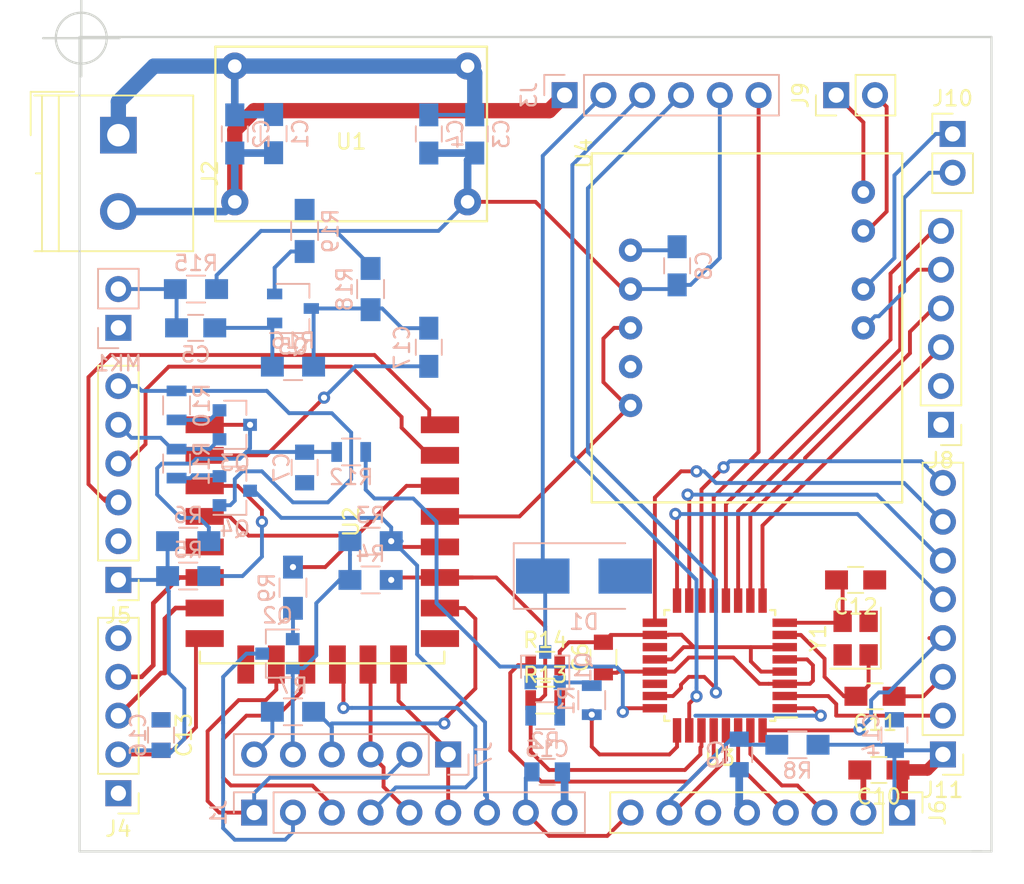
<source format=kicad_pcb>
(kicad_pcb (version 20171130) (host pcbnew "(5.0.0-rc2-109-g0e3be5776-dirty)-sonnt")

  (general
    (thickness 1.6)
    (drawings 6)
    (tracks 521)
    (zones 0)
    (modules 58)
    (nets 60)
  )

  (page A4)
  (layers
    (0 F.Cu signal)
    (31 B.Cu signal)
    (32 B.Adhes user)
    (33 F.Adhes user)
    (34 B.Paste user)
    (35 F.Paste user)
    (36 B.SilkS user)
    (37 F.SilkS user)
    (38 B.Mask user)
    (39 F.Mask user)
    (40 Dwgs.User user)
    (41 Cmts.User user)
    (42 Eco1.User user)
    (43 Eco2.User user)
    (44 Edge.Cuts user)
    (45 Margin user)
    (46 B.CrtYd user)
    (47 F.CrtYd user)
    (48 B.Fab user)
    (49 F.Fab user)
  )

  (setup
    (last_trace_width 0.254)
    (trace_clearance 0.381)
    (zone_clearance 0.508)
    (zone_45_only no)
    (trace_min 0.2)
    (segment_width 0.2)
    (edge_width 0.15)
    (via_size 0.8)
    (via_drill 0.4)
    (via_min_size 0.4)
    (via_min_drill 0.3)
    (uvia_size 0.3)
    (uvia_drill 0.1)
    (uvias_allowed no)
    (uvia_min_size 0.2)
    (uvia_min_drill 0.1)
    (pcb_text_width 0.3)
    (pcb_text_size 1.5 1.5)
    (mod_edge_width 0.15)
    (mod_text_size 1 1)
    (mod_text_width 0.15)
    (pad_size 1.524 1.524)
    (pad_drill 0.762)
    (pad_to_mask_clearance 0.2)
    (aux_axis_origin 0 0)
    (visible_elements FFFFFF7F)
    (pcbplotparams
      (layerselection 0x010fc_ffffffff)
      (usegerberextensions false)
      (usegerberattributes false)
      (usegerberadvancedattributes false)
      (creategerberjobfile false)
      (excludeedgelayer true)
      (linewidth 0.100000)
      (plotframeref false)
      (viasonmask false)
      (mode 1)
      (useauxorigin false)
      (hpglpennumber 1)
      (hpglpenspeed 20)
      (hpglpendiameter 15.000000)
      (psnegative false)
      (psa4output false)
      (plotreference true)
      (plotvalue true)
      (plotinvisibletext false)
      (padsonsilk false)
      (subtractmaskfromsilk false)
      (outputformat 1)
      (mirror false)
      (drillshape 1)
      (scaleselection 1)
      (outputdirectory ""))
  )

  (net 0 "")
  (net 1 GND)
  (net 2 +12V)
  (net 3 +3V3)
  (net 4 /Sheet5B6C3003/RESET)
  (net 5 "Net-(C9-Pad2)")
  (net 6 "Net-(C11-Pad2)")
  (net 7 "Net-(C12-Pad2)")
  (net 8 /Sheet5B6162EB/lock)
  (net 9 /Sheet5B616227/MISO)
  (net 10 /Sheet5B616227/DC)
  (net 11 /Sheet5B616227/MOSI)
  (net 12 /Sheet5B616227/CLK)
  (net 13 /Sheet5B6162EB/NO)
  (net 14 /Sheet5B6C3003/PC3)
  (net 15 /Sheet5B6C14E0/TXD)
  (net 16 /Sheet5B6C14E0/RXD)
  (net 17 /Sheet5B6C14E0/RTS)
  (net 18 /Sheet5B6C14E0/DTR)
  (net 19 /Sheet5B6C3003/TXD_AT)
  (net 20 /Sheet5B6C3003/RXD_AT)
  (net 21 /Sheet5B6C14E0/GPIO16)
  (net 22 /Sheet5B6C14E0/GPIO13)
  (net 23 /Sheet5B6C14E0/GPIO12)
  (net 24 /Sheet5B71ECCF/IRQ)
  (net 25 /Sheet5B6C3003/MISO)
  (net 26 /Sheet5B6C3003/MOSI)
  (net 27 /Sheet5B6C3003/SCK)
  (net 28 /Sheet5B6C3003/PB2)
  (net 29 "Net-(Q1-Pad1)")
  (net 30 "Net-(Q2-Pad1)")
  (net 31 "Net-(Q3-Pad2)")
  (net 32 /Sheet5B6C3003/PC2)
  (net 33 /Sheet5B6C3003/SDA)
  (net 34 /Sheet5B6C14E0/CH_PD)
  (net 35 /Sheet5B616227/BLK)
  (net 36 /Sheet5B6C3003/SCL)
  (net 37 /Sheet5B6C3003/PD4)
  (net 38 /Sheet5B6C3003/PD5)
  (net 39 /Sheet5B6C3003/PD6)
  (net 40 /Sheet5B6C3003/PC1)
  (net 41 /Sheet5B6C14E0/RST_ESP)
  (net 42 /Sheet5B6C14E0/GPIO10)
  (net 43 "Net-(Q4-Pad2)")
  (net 44 "Net-(C5-Pad2)")
  (net 45 "Net-(C5-Pad1)")
  (net 46 "Net-(C17-Pad1)")
  (net 47 /ADC/ADC)
  (net 48 "Net-(J1-Pad2)")
  (net 49 /Sheet5B616227/CS_LCD)
  (net 50 /Sheet5B6162EB/IO0)
  (net 51 /Sheet5B616227/CS_SD)
  (net 52 "Net-(Q5-Pad2)")
  (net 53 /Sheet5B6C3003/PD7)
  (net 54 /Sheet5B6C3003/PB0)
  (net 55 "Net-(J9-Pad1)")
  (net 56 "Net-(J9-Pad2)")
  (net 57 "Net-(J10-Pad2)")
  (net 58 "Net-(J10-Pad1)")
  (net 59 /Sheet5B6C14E0/GPIO4)

  (net_class Default "This is the default net class."
    (clearance 0.381)
    (trace_width 0.254)
    (via_dia 0.8)
    (via_drill 0.4)
    (uvia_dia 0.3)
    (uvia_drill 0.1)
    (add_net +12V)
    (add_net +3V3)
    (add_net /ADC/ADC)
    (add_net /Sheet5B616227/BLK)
    (add_net /Sheet5B616227/CLK)
    (add_net /Sheet5B616227/CS_LCD)
    (add_net /Sheet5B616227/CS_SD)
    (add_net /Sheet5B616227/DC)
    (add_net /Sheet5B616227/MISO)
    (add_net /Sheet5B616227/MOSI)
    (add_net /Sheet5B6162EB/IO0)
    (add_net /Sheet5B6162EB/NO)
    (add_net /Sheet5B6162EB/lock)
    (add_net /Sheet5B6C14E0/CH_PD)
    (add_net /Sheet5B6C14E0/DTR)
    (add_net /Sheet5B6C14E0/GPIO10)
    (add_net /Sheet5B6C14E0/GPIO12)
    (add_net /Sheet5B6C14E0/GPIO13)
    (add_net /Sheet5B6C14E0/GPIO16)
    (add_net /Sheet5B6C14E0/GPIO4)
    (add_net /Sheet5B6C14E0/RST_ESP)
    (add_net /Sheet5B6C14E0/RTS)
    (add_net /Sheet5B6C14E0/RXD)
    (add_net /Sheet5B6C14E0/TXD)
    (add_net /Sheet5B6C3003/MISO)
    (add_net /Sheet5B6C3003/MOSI)
    (add_net /Sheet5B6C3003/PB0)
    (add_net /Sheet5B6C3003/PB2)
    (add_net /Sheet5B6C3003/PC1)
    (add_net /Sheet5B6C3003/PC2)
    (add_net /Sheet5B6C3003/PC3)
    (add_net /Sheet5B6C3003/PD4)
    (add_net /Sheet5B6C3003/PD5)
    (add_net /Sheet5B6C3003/PD6)
    (add_net /Sheet5B6C3003/PD7)
    (add_net /Sheet5B6C3003/RESET)
    (add_net /Sheet5B6C3003/RXD_AT)
    (add_net /Sheet5B6C3003/SCK)
    (add_net /Sheet5B6C3003/SCL)
    (add_net /Sheet5B6C3003/SDA)
    (add_net /Sheet5B6C3003/TXD_AT)
    (add_net /Sheet5B71ECCF/IRQ)
    (add_net GND)
    (add_net "Net-(C11-Pad2)")
    (add_net "Net-(C12-Pad2)")
    (add_net "Net-(C17-Pad1)")
    (add_net "Net-(C5-Pad1)")
    (add_net "Net-(C5-Pad2)")
    (add_net "Net-(C9-Pad2)")
    (add_net "Net-(J1-Pad2)")
    (add_net "Net-(J10-Pad1)")
    (add_net "Net-(J10-Pad2)")
    (add_net "Net-(J9-Pad1)")
    (add_net "Net-(J9-Pad2)")
    (add_net "Net-(Q1-Pad1)")
    (add_net "Net-(Q2-Pad1)")
    (add_net "Net-(Q3-Pad2)")
    (add_net "Net-(Q4-Pad2)")
    (add_net "Net-(Q5-Pad2)")
  )

  (net_class +12V ""
    (clearance 0.5)
    (trace_width 2)
    (via_dia 0.8)
    (via_drill 0.4)
    (uvia_dia 0.3)
    (uvia_drill 0.1)
  )

  (module Resistors_SMD:R_0805_HandSoldering (layer B.Cu) (tedit 58E0A804) (tstamp 5BA51636)
    (at 79.502 113.03 90)
    (descr "Resistor SMD 0805, hand soldering")
    (tags "resistor 0805")
    (path /5B9F7E36/5BA1E674)
    (attr smd)
    (fp_text reference R19 (at 0 1.7 90) (layer B.SilkS)
      (effects (font (size 1 1) (thickness 0.15)) (justify mirror))
    )
    (fp_text value 100R (at 0 -1.75 90) (layer B.Fab)
      (effects (font (size 1 1) (thickness 0.15)) (justify mirror))
    )
    (fp_text user %R (at 0 0 90) (layer B.Fab)
      (effects (font (size 0.5 0.5) (thickness 0.075)) (justify mirror))
    )
    (fp_line (start -1 -0.62) (end -1 0.62) (layer B.Fab) (width 0.1))
    (fp_line (start 1 -0.62) (end -1 -0.62) (layer B.Fab) (width 0.1))
    (fp_line (start 1 0.62) (end 1 -0.62) (layer B.Fab) (width 0.1))
    (fp_line (start -1 0.62) (end 1 0.62) (layer B.Fab) (width 0.1))
    (fp_line (start 0.6 -0.88) (end -0.6 -0.88) (layer B.SilkS) (width 0.12))
    (fp_line (start -0.6 0.88) (end 0.6 0.88) (layer B.SilkS) (width 0.12))
    (fp_line (start -2.35 0.9) (end 2.35 0.9) (layer B.CrtYd) (width 0.05))
    (fp_line (start -2.35 0.9) (end -2.35 -0.9) (layer B.CrtYd) (width 0.05))
    (fp_line (start 2.35 -0.9) (end 2.35 0.9) (layer B.CrtYd) (width 0.05))
    (fp_line (start 2.35 -0.9) (end -2.35 -0.9) (layer B.CrtYd) (width 0.05))
    (pad 1 smd rect (at -1.35 0 90) (size 1.5 1.3) (layers B.Cu B.Paste B.Mask)
      (net 52 "Net-(Q5-Pad2)"))
    (pad 2 smd rect (at 1.35 0 90) (size 1.5 1.3) (layers B.Cu B.Paste B.Mask)
      (net 1 GND))
    (model ${KISYS3DMOD}/Resistors_SMD.3dshapes/R_0805.wrl
      (at (xyz 0 0 0))
      (scale (xyz 1 1 1))
      (rotate (xyz 0 0 0))
    )
  )

  (module Pin_Headers:Pin_Header_Straight_1x06_Pitch2.54mm (layer F.Cu) (tedit 59650532) (tstamp 5B79B985)
    (at 67.31 135.89 180)
    (descr "Through hole straight pin header, 1x06, 2.54mm pitch, single row")
    (tags "Through hole pin header THT 1x06 2.54mm single row")
    (path /5B6C14E1/5B755821)
    (fp_text reference J5 (at 0 -2.33 180) (layer F.SilkS)
      (effects (font (size 1 1) (thickness 0.15)))
    )
    (fp_text value Conn_01x06 (at 0 15.03 180) (layer F.Fab)
      (effects (font (size 1 1) (thickness 0.15)))
    )
    (fp_line (start -0.635 -1.27) (end 1.27 -1.27) (layer F.Fab) (width 0.1))
    (fp_line (start 1.27 -1.27) (end 1.27 13.97) (layer F.Fab) (width 0.1))
    (fp_line (start 1.27 13.97) (end -1.27 13.97) (layer F.Fab) (width 0.1))
    (fp_line (start -1.27 13.97) (end -1.27 -0.635) (layer F.Fab) (width 0.1))
    (fp_line (start -1.27 -0.635) (end -0.635 -1.27) (layer F.Fab) (width 0.1))
    (fp_line (start -1.33 14.03) (end 1.33 14.03) (layer F.SilkS) (width 0.12))
    (fp_line (start -1.33 1.27) (end -1.33 14.03) (layer F.SilkS) (width 0.12))
    (fp_line (start 1.33 1.27) (end 1.33 14.03) (layer F.SilkS) (width 0.12))
    (fp_line (start -1.33 1.27) (end 1.33 1.27) (layer F.SilkS) (width 0.12))
    (fp_line (start -1.33 0) (end -1.33 -1.33) (layer F.SilkS) (width 0.12))
    (fp_line (start -1.33 -1.33) (end 0 -1.33) (layer F.SilkS) (width 0.12))
    (fp_line (start -1.8 -1.8) (end -1.8 14.5) (layer F.CrtYd) (width 0.05))
    (fp_line (start -1.8 14.5) (end 1.8 14.5) (layer F.CrtYd) (width 0.05))
    (fp_line (start 1.8 14.5) (end 1.8 -1.8) (layer F.CrtYd) (width 0.05))
    (fp_line (start 1.8 -1.8) (end -1.8 -1.8) (layer F.CrtYd) (width 0.05))
    (fp_text user %R (at 0 6.35 270) (layer F.Fab)
      (effects (font (size 1 1) (thickness 0.15)))
    )
    (pad 1 thru_hole rect (at 0 0 180) (size 1.7 1.7) (drill 1) (layers *.Cu *.Mask)
      (net 3 +3V3))
    (pad 2 thru_hole oval (at 0 2.54 180) (size 1.7 1.7) (drill 1) (layers *.Cu *.Mask)
      (net 1 GND))
    (pad 3 thru_hole oval (at 0 5.08 180) (size 1.7 1.7) (drill 1) (layers *.Cu *.Mask)
      (net 15 /Sheet5B6C14E0/TXD))
    (pad 4 thru_hole oval (at 0 7.62 180) (size 1.7 1.7) (drill 1) (layers *.Cu *.Mask)
      (net 16 /Sheet5B6C14E0/RXD))
    (pad 5 thru_hole oval (at 0 10.16 180) (size 1.7 1.7) (drill 1) (layers *.Cu *.Mask)
      (net 17 /Sheet5B6C14E0/RTS))
    (pad 6 thru_hole oval (at 0 12.7 180) (size 1.7 1.7) (drill 1) (layers *.Cu *.Mask)
      (net 18 /Sheet5B6C14E0/DTR))
    (model ${KISYS3DMOD}/Pin_Headers.3dshapes/Pin_Header_Straight_1x06_Pitch2.54mm.wrl
      (at (xyz 0 0 0))
      (scale (xyz 1 1 1))
      (rotate (xyz 0 0 0))
    )
  )

  (module Housings_QFP:TQFP-32_7x7mm_Pitch0.8mm (layer F.Cu) (tedit 58CC9A48) (tstamp 5B79BB86)
    (at 106.68 141.494 180)
    (descr "32-Lead Plastic Thin Quad Flatpack (PT) - 7x7x1.0 mm Body, 2.00 mm [TQFP] (see Microchip Packaging Specification 00000049BS.pdf)")
    (tags "QFP 0.8")
    (path /5B6C3004/5B6CC01A)
    (attr smd)
    (fp_text reference U3 (at 0 -6.05 180) (layer F.SilkS)
      (effects (font (size 1 1) (thickness 0.15)))
    )
    (fp_text value ATMEGA328P-AU (at 0 6.05 180) (layer F.Fab)
      (effects (font (size 1 1) (thickness 0.15)))
    )
    (fp_text user %R (at 0 0 180) (layer F.Fab)
      (effects (font (size 1 1) (thickness 0.15)))
    )
    (fp_line (start -2.5 -3.5) (end 3.5 -3.5) (layer F.Fab) (width 0.15))
    (fp_line (start 3.5 -3.5) (end 3.5 3.5) (layer F.Fab) (width 0.15))
    (fp_line (start 3.5 3.5) (end -3.5 3.5) (layer F.Fab) (width 0.15))
    (fp_line (start -3.5 3.5) (end -3.5 -2.5) (layer F.Fab) (width 0.15))
    (fp_line (start -3.5 -2.5) (end -2.5 -3.5) (layer F.Fab) (width 0.15))
    (fp_line (start -5.3 -5.3) (end -5.3 5.3) (layer F.CrtYd) (width 0.05))
    (fp_line (start 5.3 -5.3) (end 5.3 5.3) (layer F.CrtYd) (width 0.05))
    (fp_line (start -5.3 -5.3) (end 5.3 -5.3) (layer F.CrtYd) (width 0.05))
    (fp_line (start -5.3 5.3) (end 5.3 5.3) (layer F.CrtYd) (width 0.05))
    (fp_line (start -3.625 -3.625) (end -3.625 -3.4) (layer F.SilkS) (width 0.15))
    (fp_line (start 3.625 -3.625) (end 3.625 -3.3) (layer F.SilkS) (width 0.15))
    (fp_line (start 3.625 3.625) (end 3.625 3.3) (layer F.SilkS) (width 0.15))
    (fp_line (start -3.625 3.625) (end -3.625 3.3) (layer F.SilkS) (width 0.15))
    (fp_line (start -3.625 -3.625) (end -3.3 -3.625) (layer F.SilkS) (width 0.15))
    (fp_line (start -3.625 3.625) (end -3.3 3.625) (layer F.SilkS) (width 0.15))
    (fp_line (start 3.625 3.625) (end 3.3 3.625) (layer F.SilkS) (width 0.15))
    (fp_line (start 3.625 -3.625) (end 3.3 -3.625) (layer F.SilkS) (width 0.15))
    (fp_line (start -3.625 -3.4) (end -5.05 -3.4) (layer F.SilkS) (width 0.15))
    (pad 1 smd rect (at -4.25 -2.8 180) (size 1.6 0.55) (layers F.Cu F.Paste F.Mask)
      (net 21 /Sheet5B6C14E0/GPIO16))
    (pad 2 smd rect (at -4.25 -2 180) (size 1.6 0.55) (layers F.Cu F.Paste F.Mask)
      (net 37 /Sheet5B6C3003/PD4))
    (pad 3 smd rect (at -4.25 -1.2 180) (size 1.6 0.55) (layers F.Cu F.Paste F.Mask)
      (net 1 GND))
    (pad 4 smd rect (at -4.25 -0.4 180) (size 1.6 0.55) (layers F.Cu F.Paste F.Mask)
      (net 3 +3V3))
    (pad 5 smd rect (at -4.25 0.4 180) (size 1.6 0.55) (layers F.Cu F.Paste F.Mask)
      (net 1 GND))
    (pad 6 smd rect (at -4.25 1.2 180) (size 1.6 0.55) (layers F.Cu F.Paste F.Mask)
      (net 3 +3V3))
    (pad 7 smd rect (at -4.25 2 180) (size 1.6 0.55) (layers F.Cu F.Paste F.Mask)
      (net 6 "Net-(C11-Pad2)"))
    (pad 8 smd rect (at -4.25 2.8 180) (size 1.6 0.55) (layers F.Cu F.Paste F.Mask)
      (net 7 "Net-(C12-Pad2)"))
    (pad 9 smd rect (at -2.8 4.25 270) (size 1.6 0.55) (layers F.Cu F.Paste F.Mask)
      (net 38 /Sheet5B6C3003/PD5))
    (pad 10 smd rect (at -2 4.25 270) (size 1.6 0.55) (layers F.Cu F.Paste F.Mask)
      (net 39 /Sheet5B6C3003/PD6))
    (pad 11 smd rect (at -1.2 4.25 270) (size 1.6 0.55) (layers F.Cu F.Paste F.Mask)
      (net 53 /Sheet5B6C3003/PD7))
    (pad 12 smd rect (at -0.4 4.25 270) (size 1.6 0.55) (layers F.Cu F.Paste F.Mask)
      (net 54 /Sheet5B6C3003/PB0))
    (pad 13 smd rect (at 0.4 4.25 270) (size 1.6 0.55) (layers F.Cu F.Paste F.Mask)
      (net 50 /Sheet5B6162EB/IO0))
    (pad 14 smd rect (at 1.2 4.25 270) (size 1.6 0.55) (layers F.Cu F.Paste F.Mask)
      (net 28 /Sheet5B6C3003/PB2))
    (pad 15 smd rect (at 2 4.25 270) (size 1.6 0.55) (layers F.Cu F.Paste F.Mask)
      (net 26 /Sheet5B6C3003/MOSI))
    (pad 16 smd rect (at 2.8 4.25 270) (size 1.6 0.55) (layers F.Cu F.Paste F.Mask)
      (net 25 /Sheet5B6C3003/MISO))
    (pad 17 smd rect (at 4.25 2.8 180) (size 1.6 0.55) (layers F.Cu F.Paste F.Mask)
      (net 27 /Sheet5B6C3003/SCK))
    (pad 18 smd rect (at 4.25 2 180) (size 1.6 0.55) (layers F.Cu F.Paste F.Mask)
      (net 3 +3V3))
    (pad 19 smd rect (at 4.25 1.2 180) (size 1.6 0.55) (layers F.Cu F.Paste F.Mask))
    (pad 20 smd rect (at 4.25 0.4 180) (size 1.6 0.55) (layers F.Cu F.Paste F.Mask)
      (net 3 +3V3))
    (pad 21 smd rect (at 4.25 -0.4 180) (size 1.6 0.55) (layers F.Cu F.Paste F.Mask)
      (net 1 GND))
    (pad 22 smd rect (at 4.25 -1.2 180) (size 1.6 0.55) (layers F.Cu F.Paste F.Mask))
    (pad 23 smd rect (at 4.25 -2 180) (size 1.6 0.55) (layers F.Cu F.Paste F.Mask)
      (net 13 /Sheet5B6162EB/NO))
    (pad 24 smd rect (at 4.25 -2.8 180) (size 1.6 0.55) (layers F.Cu F.Paste F.Mask)
      (net 40 /Sheet5B6C3003/PC1))
    (pad 25 smd rect (at 2.8 -4.25 270) (size 1.6 0.55) (layers F.Cu F.Paste F.Mask)
      (net 32 /Sheet5B6C3003/PC2))
    (pad 26 smd rect (at 2 -4.25 270) (size 1.6 0.55) (layers F.Cu F.Paste F.Mask)
      (net 14 /Sheet5B6C3003/PC3))
    (pad 27 smd rect (at 1.2 -4.25 270) (size 1.6 0.55) (layers F.Cu F.Paste F.Mask)
      (net 33 /Sheet5B6C3003/SDA))
    (pad 28 smd rect (at 0.4 -4.25 270) (size 1.6 0.55) (layers F.Cu F.Paste F.Mask)
      (net 36 /Sheet5B6C3003/SCL))
    (pad 29 smd rect (at -0.4 -4.25 270) (size 1.6 0.55) (layers F.Cu F.Paste F.Mask)
      (net 4 /Sheet5B6C3003/RESET))
    (pad 30 smd rect (at -1.2 -4.25 270) (size 1.6 0.55) (layers F.Cu F.Paste F.Mask)
      (net 20 /Sheet5B6C3003/RXD_AT))
    (pad 31 smd rect (at -2 -4.25 270) (size 1.6 0.55) (layers F.Cu F.Paste F.Mask)
      (net 19 /Sheet5B6C3003/TXD_AT))
    (pad 32 smd rect (at -2.8 -4.25 270) (size 1.6 0.55) (layers F.Cu F.Paste F.Mask)
      (net 24 /Sheet5B71ECCF/IRQ))
    (model ${KISYS3DMOD}/Housings_QFP.3dshapes/TQFP-32_7x7mm_Pitch0.8mm.wrl
      (at (xyz 0 0 0))
      (scale (xyz 1 1 1))
      (rotate (xyz 0 0 0))
    )
  )

  (module Pin_Headers:Pin_Header_Straight_1x09_Pitch2.54mm (layer B.Cu) (tedit 59650532) (tstamp 5BA514DF)
    (at 76.2 151.13 270)
    (descr "Through hole straight pin header, 1x09, 2.54mm pitch, single row")
    (tags "Through hole pin header THT 1x09 2.54mm single row")
    (path /5B616228/5B7AC080)
    (fp_text reference J1 (at 0 2.33 270) (layer B.SilkS)
      (effects (font (size 1 1) (thickness 0.15)) (justify mirror))
    )
    (fp_text value lcd (at 0 -22.65 270) (layer B.Fab)
      (effects (font (size 1 1) (thickness 0.15)) (justify mirror))
    )
    (fp_line (start -0.635 1.27) (end 1.27 1.27) (layer B.Fab) (width 0.1))
    (fp_line (start 1.27 1.27) (end 1.27 -21.59) (layer B.Fab) (width 0.1))
    (fp_line (start 1.27 -21.59) (end -1.27 -21.59) (layer B.Fab) (width 0.1))
    (fp_line (start -1.27 -21.59) (end -1.27 0.635) (layer B.Fab) (width 0.1))
    (fp_line (start -1.27 0.635) (end -0.635 1.27) (layer B.Fab) (width 0.1))
    (fp_line (start -1.33 -21.65) (end 1.33 -21.65) (layer B.SilkS) (width 0.12))
    (fp_line (start -1.33 -1.27) (end -1.33 -21.65) (layer B.SilkS) (width 0.12))
    (fp_line (start 1.33 -1.27) (end 1.33 -21.65) (layer B.SilkS) (width 0.12))
    (fp_line (start -1.33 -1.27) (end 1.33 -1.27) (layer B.SilkS) (width 0.12))
    (fp_line (start -1.33 0) (end -1.33 1.33) (layer B.SilkS) (width 0.12))
    (fp_line (start -1.33 1.33) (end 0 1.33) (layer B.SilkS) (width 0.12))
    (fp_line (start -1.8 1.8) (end -1.8 -22.1) (layer B.CrtYd) (width 0.05))
    (fp_line (start -1.8 -22.1) (end 1.8 -22.1) (layer B.CrtYd) (width 0.05))
    (fp_line (start 1.8 -22.1) (end 1.8 1.8) (layer B.CrtYd) (width 0.05))
    (fp_line (start 1.8 1.8) (end -1.8 1.8) (layer B.CrtYd) (width 0.05))
    (fp_text user %R (at 0 -10.16 180) (layer B.Fab)
      (effects (font (size 1 1) (thickness 0.15)) (justify mirror))
    )
    (pad 1 thru_hole rect (at 0 0 270) (size 1.7 1.7) (drill 1) (layers *.Cu *.Mask)
      (net 9 /Sheet5B616227/MISO))
    (pad 2 thru_hole oval (at 0 -2.54 270) (size 1.7 1.7) (drill 1) (layers *.Cu *.Mask)
      (net 48 "Net-(J1-Pad2)"))
    (pad 3 thru_hole oval (at 0 -5.08 270) (size 1.7 1.7) (drill 1) (layers *.Cu *.Mask)
      (net 10 /Sheet5B616227/DC))
    (pad 4 thru_hole oval (at 0 -7.62 270) (size 1.7 1.7) (drill 1) (layers *.Cu *.Mask)
      (net 42 /Sheet5B6C14E0/GPIO10))
    (pad 5 thru_hole oval (at 0 -10.16 270) (size 1.7 1.7) (drill 1) (layers *.Cu *.Mask)
      (net 11 /Sheet5B616227/MOSI))
    (pad 6 thru_hole oval (at 0 -12.7 270) (size 1.7 1.7) (drill 1) (layers *.Cu *.Mask)
      (net 12 /Sheet5B616227/CLK))
    (pad 7 thru_hole oval (at 0 -15.24 270) (size 1.7 1.7) (drill 1) (layers *.Cu *.Mask)
      (net 49 /Sheet5B616227/CS_LCD))
    (pad 8 thru_hole oval (at 0 -17.78 270) (size 1.7 1.7) (drill 1) (layers *.Cu *.Mask)
      (net 3 +3V3))
    (pad 9 thru_hole oval (at 0 -20.32 270) (size 1.7 1.7) (drill 1) (layers *.Cu *.Mask)
      (net 1 GND))
    (model ${KISYS3DMOD}/Pin_Headers.3dshapes/Pin_Header_Straight_1x09_Pitch2.54mm.wrl
      (at (xyz 0 0 0))
      (scale (xyz 1 1 1))
      (rotate (xyz 0 0 0))
    )
  )

  (module Capacitors_SMD:C_0805_HandSoldering (layer B.Cu) (tedit 58AA84A8) (tstamp 5B79B858)
    (at 74.93 106.68 90)
    (descr "Capacitor SMD 0805, hand soldering")
    (tags "capacitor 0805")
    (path /5B6162EC/5B63429C)
    (attr smd)
    (fp_text reference C2 (at 0 1.75 90) (layer B.SilkS)
      (effects (font (size 1 1) (thickness 0.15)) (justify mirror))
    )
    (fp_text value 104 (at 0 -1.75 90) (layer B.Fab)
      (effects (font (size 1 1) (thickness 0.15)) (justify mirror))
    )
    (fp_text user %R (at 0 1.75 90) (layer B.Fab)
      (effects (font (size 1 1) (thickness 0.15)) (justify mirror))
    )
    (fp_line (start -1 -0.62) (end -1 0.62) (layer B.Fab) (width 0.1))
    (fp_line (start 1 -0.62) (end -1 -0.62) (layer B.Fab) (width 0.1))
    (fp_line (start 1 0.62) (end 1 -0.62) (layer B.Fab) (width 0.1))
    (fp_line (start -1 0.62) (end 1 0.62) (layer B.Fab) (width 0.1))
    (fp_line (start 0.5 0.85) (end -0.5 0.85) (layer B.SilkS) (width 0.12))
    (fp_line (start -0.5 -0.85) (end 0.5 -0.85) (layer B.SilkS) (width 0.12))
    (fp_line (start -2.25 0.88) (end 2.25 0.88) (layer B.CrtYd) (width 0.05))
    (fp_line (start -2.25 0.88) (end -2.25 -0.87) (layer B.CrtYd) (width 0.05))
    (fp_line (start 2.25 -0.87) (end 2.25 0.88) (layer B.CrtYd) (width 0.05))
    (fp_line (start 2.25 -0.87) (end -2.25 -0.87) (layer B.CrtYd) (width 0.05))
    (pad 1 smd rect (at -1.25 0 90) (size 1.5 1.25) (layers B.Cu B.Paste B.Mask)
      (net 2 +12V))
    (pad 2 smd rect (at 1.25 0 90) (size 1.5 1.25) (layers B.Cu B.Paste B.Mask)
      (net 1 GND))
    (model Capacitors_SMD.3dshapes/C_0805.wrl
      (at (xyz 0 0 0))
      (scale (xyz 1 1 1))
      (rotate (xyz 0 0 0))
    )
  )

  (module Capacitors_SMD:C_0805_HandSoldering (layer B.Cu) (tedit 58AA84A8) (tstamp 5B79B885)
    (at 87.63 106.68 90)
    (descr "Capacitor SMD 0805, hand soldering")
    (tags "capacitor 0805")
    (path /5B6162EC/5B6349A5)
    (attr smd)
    (fp_text reference C4 (at 0 1.75 90) (layer B.SilkS)
      (effects (font (size 1 1) (thickness 0.15)) (justify mirror))
    )
    (fp_text value 104 (at 0 -1.75 90) (layer B.Fab)
      (effects (font (size 1 1) (thickness 0.15)) (justify mirror))
    )
    (fp_line (start 2.25 -0.87) (end -2.25 -0.87) (layer B.CrtYd) (width 0.05))
    (fp_line (start 2.25 -0.87) (end 2.25 0.88) (layer B.CrtYd) (width 0.05))
    (fp_line (start -2.25 0.88) (end -2.25 -0.87) (layer B.CrtYd) (width 0.05))
    (fp_line (start -2.25 0.88) (end 2.25 0.88) (layer B.CrtYd) (width 0.05))
    (fp_line (start -0.5 -0.85) (end 0.5 -0.85) (layer B.SilkS) (width 0.12))
    (fp_line (start 0.5 0.85) (end -0.5 0.85) (layer B.SilkS) (width 0.12))
    (fp_line (start -1 0.62) (end 1 0.62) (layer B.Fab) (width 0.1))
    (fp_line (start 1 0.62) (end 1 -0.62) (layer B.Fab) (width 0.1))
    (fp_line (start 1 -0.62) (end -1 -0.62) (layer B.Fab) (width 0.1))
    (fp_line (start -1 -0.62) (end -1 0.62) (layer B.Fab) (width 0.1))
    (fp_text user %R (at 0 1.75 90) (layer B.Fab)
      (effects (font (size 1 1) (thickness 0.15)) (justify mirror))
    )
    (pad 2 smd rect (at 1.25 0 90) (size 1.5 1.25) (layers B.Cu B.Paste B.Mask)
      (net 1 GND))
    (pad 1 smd rect (at -1.25 0 90) (size 1.5 1.25) (layers B.Cu B.Paste B.Mask)
      (net 3 +3V3))
    (model Capacitors_SMD.3dshapes/C_0805.wrl
      (at (xyz 0 0 0))
      (scale (xyz 1 1 1))
      (rotate (xyz 0 0 0))
    )
  )

  (module Capacitors_SMD:C_0805 (layer F.Cu) (tedit 58AA8463) (tstamp 5B79B8A7)
    (at 99.06 140.97 90)
    (descr "Capacitor SMD 0805, reflow soldering, AVX (see smccp.pdf)")
    (tags "capacitor 0805")
    (path /5B6C14E1/5B6C7440)
    (attr smd)
    (fp_text reference C6 (at 0 -1.5 90) (layer F.SilkS)
      (effects (font (size 1 1) (thickness 0.15)))
    )
    (fp_text value 104 (at 0 1.75 90) (layer F.Fab)
      (effects (font (size 1 1) (thickness 0.15)))
    )
    (fp_line (start 1.75 0.87) (end -1.75 0.87) (layer F.CrtYd) (width 0.05))
    (fp_line (start 1.75 0.87) (end 1.75 -0.88) (layer F.CrtYd) (width 0.05))
    (fp_line (start -1.75 -0.88) (end -1.75 0.87) (layer F.CrtYd) (width 0.05))
    (fp_line (start -1.75 -0.88) (end 1.75 -0.88) (layer F.CrtYd) (width 0.05))
    (fp_line (start -0.5 0.85) (end 0.5 0.85) (layer F.SilkS) (width 0.12))
    (fp_line (start 0.5 -0.85) (end -0.5 -0.85) (layer F.SilkS) (width 0.12))
    (fp_line (start -1 -0.62) (end 1 -0.62) (layer F.Fab) (width 0.1))
    (fp_line (start 1 -0.62) (end 1 0.62) (layer F.Fab) (width 0.1))
    (fp_line (start 1 0.62) (end -1 0.62) (layer F.Fab) (width 0.1))
    (fp_line (start -1 0.62) (end -1 -0.62) (layer F.Fab) (width 0.1))
    (fp_text user %R (at 0 -1.5 90) (layer F.Fab)
      (effects (font (size 1 1) (thickness 0.15)))
    )
    (pad 2 smd rect (at 1 0 90) (size 1 1.25) (layers F.Cu F.Paste F.Mask)
      (net 3 +3V3))
    (pad 1 smd rect (at -1 0 90) (size 1 1.25) (layers F.Cu F.Paste F.Mask)
      (net 1 GND))
    (model Capacitors_SMD.3dshapes/C_0805.wrl
      (at (xyz 0 0 0))
      (scale (xyz 1 1 1))
      (rotate (xyz 0 0 0))
    )
  )

  (module Capacitors_SMD:C_0805_HandSoldering (layer B.Cu) (tedit 58AA84A8) (tstamp 5B79B8C9)
    (at 103.886 115.316 90)
    (descr "Capacitor SMD 0805, hand soldering")
    (tags "capacitor 0805")
    (path /5B6C14E1/5B618730)
    (attr smd)
    (fp_text reference C8 (at 0 1.75 90) (layer B.SilkS)
      (effects (font (size 1 1) (thickness 0.15)) (justify mirror))
    )
    (fp_text value 105 (at 0 -1.75 90) (layer B.Fab)
      (effects (font (size 1 1) (thickness 0.15)) (justify mirror))
    )
    (fp_text user %R (at 0 1.75 90) (layer B.Fab)
      (effects (font (size 1 1) (thickness 0.15)) (justify mirror))
    )
    (fp_line (start -1 -0.62) (end -1 0.62) (layer B.Fab) (width 0.1))
    (fp_line (start 1 -0.62) (end -1 -0.62) (layer B.Fab) (width 0.1))
    (fp_line (start 1 0.62) (end 1 -0.62) (layer B.Fab) (width 0.1))
    (fp_line (start -1 0.62) (end 1 0.62) (layer B.Fab) (width 0.1))
    (fp_line (start 0.5 0.85) (end -0.5 0.85) (layer B.SilkS) (width 0.12))
    (fp_line (start -0.5 -0.85) (end 0.5 -0.85) (layer B.SilkS) (width 0.12))
    (fp_line (start -2.25 0.88) (end 2.25 0.88) (layer B.CrtYd) (width 0.05))
    (fp_line (start -2.25 0.88) (end -2.25 -0.87) (layer B.CrtYd) (width 0.05))
    (fp_line (start 2.25 -0.87) (end 2.25 0.88) (layer B.CrtYd) (width 0.05))
    (fp_line (start 2.25 -0.87) (end -2.25 -0.87) (layer B.CrtYd) (width 0.05))
    (pad 1 smd rect (at -1.25 0 90) (size 1.5 1.25) (layers B.Cu B.Paste B.Mask)
      (net 3 +3V3))
    (pad 2 smd rect (at 1.25 0 90) (size 1.5 1.25) (layers B.Cu B.Paste B.Mask)
      (net 1 GND))
    (model Capacitors_SMD.3dshapes/C_0805.wrl
      (at (xyz 0 0 0))
      (scale (xyz 1 1 1))
      (rotate (xyz 0 0 0))
    )
  )

  (module Capacitors_SMD:C_0805 (layer B.Cu) (tedit 58AA8463) (tstamp 5B79B8DA)
    (at 107.95 147.32 270)
    (descr "Capacitor SMD 0805, reflow soldering, AVX (see smccp.pdf)")
    (tags "capacitor 0805")
    (path /5B6C3004/5B6DC171)
    (attr smd)
    (fp_text reference C9 (at 0 1.5 270) (layer B.SilkS)
      (effects (font (size 1 1) (thickness 0.15)) (justify mirror))
    )
    (fp_text value 104 (at 0 -1.75 270) (layer B.Fab)
      (effects (font (size 1 1) (thickness 0.15)) (justify mirror))
    )
    (fp_text user %R (at 0 1.5 270) (layer B.Fab)
      (effects (font (size 1 1) (thickness 0.15)) (justify mirror))
    )
    (fp_line (start -1 -0.62) (end -1 0.62) (layer B.Fab) (width 0.1))
    (fp_line (start 1 -0.62) (end -1 -0.62) (layer B.Fab) (width 0.1))
    (fp_line (start 1 0.62) (end 1 -0.62) (layer B.Fab) (width 0.1))
    (fp_line (start -1 0.62) (end 1 0.62) (layer B.Fab) (width 0.1))
    (fp_line (start 0.5 0.85) (end -0.5 0.85) (layer B.SilkS) (width 0.12))
    (fp_line (start -0.5 -0.85) (end 0.5 -0.85) (layer B.SilkS) (width 0.12))
    (fp_line (start -1.75 0.88) (end 1.75 0.88) (layer B.CrtYd) (width 0.05))
    (fp_line (start -1.75 0.88) (end -1.75 -0.87) (layer B.CrtYd) (width 0.05))
    (fp_line (start 1.75 -0.87) (end 1.75 0.88) (layer B.CrtYd) (width 0.05))
    (fp_line (start 1.75 -0.87) (end -1.75 -0.87) (layer B.CrtYd) (width 0.05))
    (pad 1 smd rect (at -1 0 270) (size 1 1.25) (layers B.Cu B.Paste B.Mask)
      (net 4 /Sheet5B6C3003/RESET))
    (pad 2 smd rect (at 1 0 270) (size 1 1.25) (layers B.Cu B.Paste B.Mask)
      (net 5 "Net-(C9-Pad2)"))
    (model Capacitors_SMD.3dshapes/C_0805.wrl
      (at (xyz 0 0 0))
      (scale (xyz 1 1 1))
      (rotate (xyz 0 0 0))
    )
  )

  (module Capacitors_SMD:C_0805_HandSoldering (layer F.Cu) (tedit 58AA84A8) (tstamp 5B79B8EB)
    (at 116.84 143.51 180)
    (descr "Capacitor SMD 0805, hand soldering")
    (tags "capacitor 0805")
    (path /5B6C3004/5B6CD364)
    (attr smd)
    (fp_text reference C11 (at 0 -1.75 180) (layer F.SilkS)
      (effects (font (size 1 1) (thickness 0.15)))
    )
    (fp_text value 20pF (at 0 1.75 180) (layer F.Fab)
      (effects (font (size 1 1) (thickness 0.15)))
    )
    (fp_line (start 2.25 0.87) (end -2.25 0.87) (layer F.CrtYd) (width 0.05))
    (fp_line (start 2.25 0.87) (end 2.25 -0.88) (layer F.CrtYd) (width 0.05))
    (fp_line (start -2.25 -0.88) (end -2.25 0.87) (layer F.CrtYd) (width 0.05))
    (fp_line (start -2.25 -0.88) (end 2.25 -0.88) (layer F.CrtYd) (width 0.05))
    (fp_line (start -0.5 0.85) (end 0.5 0.85) (layer F.SilkS) (width 0.12))
    (fp_line (start 0.5 -0.85) (end -0.5 -0.85) (layer F.SilkS) (width 0.12))
    (fp_line (start -1 -0.62) (end 1 -0.62) (layer F.Fab) (width 0.1))
    (fp_line (start 1 -0.62) (end 1 0.62) (layer F.Fab) (width 0.1))
    (fp_line (start 1 0.62) (end -1 0.62) (layer F.Fab) (width 0.1))
    (fp_line (start -1 0.62) (end -1 -0.62) (layer F.Fab) (width 0.1))
    (fp_text user %R (at 0 -1.75 180) (layer F.Fab)
      (effects (font (size 1 1) (thickness 0.15)))
    )
    (pad 2 smd rect (at 1.25 0 180) (size 1.5 1.25) (layers F.Cu F.Paste F.Mask)
      (net 6 "Net-(C11-Pad2)"))
    (pad 1 smd rect (at -1.25 0 180) (size 1.5 1.25) (layers F.Cu F.Paste F.Mask)
      (net 1 GND))
    (model Capacitors_SMD.3dshapes/C_0805.wrl
      (at (xyz 0 0 0))
      (scale (xyz 1 1 1))
      (rotate (xyz 0 0 0))
    )
  )

  (module Capacitors_SMD:C_0805_HandSoldering (layer F.Cu) (tedit 58AA84A8) (tstamp 5B79B8FC)
    (at 115.57 135.89 180)
    (descr "Capacitor SMD 0805, hand soldering")
    (tags "capacitor 0805")
    (path /5B6C3004/5B6CD756)
    (attr smd)
    (fp_text reference C12 (at 0 -1.75 180) (layer F.SilkS)
      (effects (font (size 1 1) (thickness 0.15)))
    )
    (fp_text value 20pF (at 0 1.75 180) (layer F.Fab)
      (effects (font (size 1 1) (thickness 0.15)))
    )
    (fp_text user %R (at 0 -1.75 180) (layer F.Fab)
      (effects (font (size 1 1) (thickness 0.15)))
    )
    (fp_line (start -1 0.62) (end -1 -0.62) (layer F.Fab) (width 0.1))
    (fp_line (start 1 0.62) (end -1 0.62) (layer F.Fab) (width 0.1))
    (fp_line (start 1 -0.62) (end 1 0.62) (layer F.Fab) (width 0.1))
    (fp_line (start -1 -0.62) (end 1 -0.62) (layer F.Fab) (width 0.1))
    (fp_line (start 0.5 -0.85) (end -0.5 -0.85) (layer F.SilkS) (width 0.12))
    (fp_line (start -0.5 0.85) (end 0.5 0.85) (layer F.SilkS) (width 0.12))
    (fp_line (start -2.25 -0.88) (end 2.25 -0.88) (layer F.CrtYd) (width 0.05))
    (fp_line (start -2.25 -0.88) (end -2.25 0.87) (layer F.CrtYd) (width 0.05))
    (fp_line (start 2.25 0.87) (end 2.25 -0.88) (layer F.CrtYd) (width 0.05))
    (fp_line (start 2.25 0.87) (end -2.25 0.87) (layer F.CrtYd) (width 0.05))
    (pad 1 smd rect (at -1.25 0 180) (size 1.5 1.25) (layers F.Cu F.Paste F.Mask)
      (net 1 GND))
    (pad 2 smd rect (at 1.25 0 180) (size 1.5 1.25) (layers F.Cu F.Paste F.Mask)
      (net 7 "Net-(C12-Pad2)"))
    (model Capacitors_SMD.3dshapes/C_0805.wrl
      (at (xyz 0 0 0))
      (scale (xyz 1 1 1))
      (rotate (xyz 0 0 0))
    )
  )

  (module Capacitors_SMD:C_0805 (layer F.Cu) (tedit 58AA8463) (tstamp 5B79B90D)
    (at 70.104 146.05 270)
    (descr "Capacitor SMD 0805, reflow soldering, AVX (see smccp.pdf)")
    (tags "capacitor 0805")
    (path /5B71E55D/5B6EF154)
    (attr smd)
    (fp_text reference C13 (at 0 -1.5 270) (layer F.SilkS)
      (effects (font (size 1 1) (thickness 0.15)))
    )
    (fp_text value 104 (at 0 1.75 270) (layer F.Fab)
      (effects (font (size 1 1) (thickness 0.15)))
    )
    (fp_text user %R (at 0 -1.5 270) (layer F.Fab)
      (effects (font (size 1 1) (thickness 0.15)))
    )
    (fp_line (start -1 0.62) (end -1 -0.62) (layer F.Fab) (width 0.1))
    (fp_line (start 1 0.62) (end -1 0.62) (layer F.Fab) (width 0.1))
    (fp_line (start 1 -0.62) (end 1 0.62) (layer F.Fab) (width 0.1))
    (fp_line (start -1 -0.62) (end 1 -0.62) (layer F.Fab) (width 0.1))
    (fp_line (start 0.5 -0.85) (end -0.5 -0.85) (layer F.SilkS) (width 0.12))
    (fp_line (start -0.5 0.85) (end 0.5 0.85) (layer F.SilkS) (width 0.12))
    (fp_line (start -1.75 -0.88) (end 1.75 -0.88) (layer F.CrtYd) (width 0.05))
    (fp_line (start -1.75 -0.88) (end -1.75 0.87) (layer F.CrtYd) (width 0.05))
    (fp_line (start 1.75 0.87) (end 1.75 -0.88) (layer F.CrtYd) (width 0.05))
    (fp_line (start 1.75 0.87) (end -1.75 0.87) (layer F.CrtYd) (width 0.05))
    (pad 1 smd rect (at -1 0 270) (size 1 1.25) (layers F.Cu F.Paste F.Mask)
      (net 1 GND))
    (pad 2 smd rect (at 1 0 270) (size 1 1.25) (layers F.Cu F.Paste F.Mask)
      (net 3 +3V3))
    (model Capacitors_SMD.3dshapes/C_0805.wrl
      (at (xyz 0 0 0))
      (scale (xyz 1 1 1))
      (rotate (xyz 0 0 0))
    )
  )

  (module Diodes_SMD:D_SMB_Handsoldering (layer B.Cu) (tedit 590B3D55) (tstamp 5B79B936)
    (at 97.79 135.636)
    (descr "Diode SMB (DO-214AA) Handsoldering")
    (tags "Diode SMB (DO-214AA) Handsoldering")
    (path /5B6162EC/5B631428)
    (attr smd)
    (fp_text reference D1 (at 0 3) (layer B.SilkS)
      (effects (font (size 1 1) (thickness 0.15)) (justify mirror))
    )
    (fp_text value D_Schottky (at 0 -3) (layer B.Fab)
      (effects (font (size 1 1) (thickness 0.15)) (justify mirror))
    )
    (fp_text user %R (at 0 3) (layer B.Fab)
      (effects (font (size 1 1) (thickness 0.15)) (justify mirror))
    )
    (fp_line (start -4.6 2.15) (end -4.6 -2.15) (layer B.SilkS) (width 0.12))
    (fp_line (start 2.3 -2) (end -2.3 -2) (layer B.Fab) (width 0.1))
    (fp_line (start -2.3 -2) (end -2.3 2) (layer B.Fab) (width 0.1))
    (fp_line (start 2.3 2) (end 2.3 -2) (layer B.Fab) (width 0.1))
    (fp_line (start 2.3 2) (end -2.3 2) (layer B.Fab) (width 0.1))
    (fp_line (start -4.7 2.25) (end 4.7 2.25) (layer B.CrtYd) (width 0.05))
    (fp_line (start 4.7 2.25) (end 4.7 -2.25) (layer B.CrtYd) (width 0.05))
    (fp_line (start 4.7 -2.25) (end -4.7 -2.25) (layer B.CrtYd) (width 0.05))
    (fp_line (start -4.7 -2.25) (end -4.7 2.25) (layer B.CrtYd) (width 0.05))
    (fp_line (start -0.64944 -0.00102) (end -1.55114 -0.00102) (layer B.Fab) (width 0.1))
    (fp_line (start 0.50118 -0.00102) (end 1.4994 -0.00102) (layer B.Fab) (width 0.1))
    (fp_line (start -0.64944 0.79908) (end -0.64944 -0.80112) (layer B.Fab) (width 0.1))
    (fp_line (start 0.50118 -0.75032) (end 0.50118 0.79908) (layer B.Fab) (width 0.1))
    (fp_line (start -0.64944 -0.00102) (end 0.50118 -0.75032) (layer B.Fab) (width 0.1))
    (fp_line (start -0.64944 -0.00102) (end 0.50118 0.79908) (layer B.Fab) (width 0.1))
    (fp_line (start -4.6 -2.15) (end 2.7 -2.15) (layer B.SilkS) (width 0.12))
    (fp_line (start -4.6 2.15) (end 2.7 2.15) (layer B.SilkS) (width 0.12))
    (pad 1 smd rect (at -2.7 0) (size 3.5 2.3) (layers B.Cu B.Paste B.Mask)
      (net 8 /Sheet5B6162EB/lock))
    (pad 2 smd rect (at 2.7 0) (size 3.5 2.3) (layers B.Cu B.Paste B.Mask)
      (net 1 GND))
    (model ${KISYS3DMOD}/Diodes_SMD.3dshapes/D_SMB.wrl
      (at (xyz 0 0 0))
      (scale (xyz 1 1 1))
      (rotate (xyz 0 0 0))
    )
  )

  (module Pin_Headers:Pin_Header_Straight_1x08_Pitch2.54mm (layer F.Cu) (tedit 59650532) (tstamp 5B79B9EC)
    (at 121.285 147.32 180)
    (descr "Through hole straight pin header, 1x08, 2.54mm pitch, single row")
    (tags "Through hole pin header THT 1x08 2.54mm single row")
    (path /5B71ECD0/5B71F223)
    (fp_text reference J11 (at 0 -2.33 180) (layer F.SilkS)
      (effects (font (size 1 1) (thickness 0.15)))
    )
    (fp_text value RFID_RC522 (at 0 20.11 180) (layer F.Fab)
      (effects (font (size 1 1) (thickness 0.15)))
    )
    (fp_line (start -0.635 -1.27) (end 1.27 -1.27) (layer F.Fab) (width 0.1))
    (fp_line (start 1.27 -1.27) (end 1.27 19.05) (layer F.Fab) (width 0.1))
    (fp_line (start 1.27 19.05) (end -1.27 19.05) (layer F.Fab) (width 0.1))
    (fp_line (start -1.27 19.05) (end -1.27 -0.635) (layer F.Fab) (width 0.1))
    (fp_line (start -1.27 -0.635) (end -0.635 -1.27) (layer F.Fab) (width 0.1))
    (fp_line (start -1.33 19.11) (end 1.33 19.11) (layer F.SilkS) (width 0.12))
    (fp_line (start -1.33 1.27) (end -1.33 19.11) (layer F.SilkS) (width 0.12))
    (fp_line (start 1.33 1.27) (end 1.33 19.11) (layer F.SilkS) (width 0.12))
    (fp_line (start -1.33 1.27) (end 1.33 1.27) (layer F.SilkS) (width 0.12))
    (fp_line (start -1.33 0) (end -1.33 -1.33) (layer F.SilkS) (width 0.12))
    (fp_line (start -1.33 -1.33) (end 0 -1.33) (layer F.SilkS) (width 0.12))
    (fp_line (start -1.8 -1.8) (end -1.8 19.55) (layer F.CrtYd) (width 0.05))
    (fp_line (start -1.8 19.55) (end 1.8 19.55) (layer F.CrtYd) (width 0.05))
    (fp_line (start 1.8 19.55) (end 1.8 -1.8) (layer F.CrtYd) (width 0.05))
    (fp_line (start 1.8 -1.8) (end -1.8 -1.8) (layer F.CrtYd) (width 0.05))
    (fp_text user %R (at 0 8.89 270) (layer F.Fab)
      (effects (font (size 1 1) (thickness 0.15)))
    )
    (pad 1 thru_hole rect (at 0 0 180) (size 1.7 1.7) (drill 1) (layers *.Cu *.Mask)
      (net 3 +3V3))
    (pad 2 thru_hole oval (at 0 2.54 180) (size 1.7 1.7) (drill 1) (layers *.Cu *.Mask)
      (net 37 /Sheet5B6C3003/PD4))
    (pad 3 thru_hole oval (at 0 5.08 180) (size 1.7 1.7) (drill 1) (layers *.Cu *.Mask)
      (net 1 GND))
    (pad 4 thru_hole oval (at 0 7.62 180) (size 1.7 1.7) (drill 1) (layers *.Cu *.Mask)
      (net 24 /Sheet5B71ECCF/IRQ))
    (pad 5 thru_hole oval (at 0 10.16 180) (size 1.7 1.7) (drill 1) (layers *.Cu *.Mask)
      (net 25 /Sheet5B6C3003/MISO))
    (pad 6 thru_hole oval (at 0 12.7 180) (size 1.7 1.7) (drill 1) (layers *.Cu *.Mask)
      (net 26 /Sheet5B6C3003/MOSI))
    (pad 7 thru_hole oval (at 0 15.24 180) (size 1.7 1.7) (drill 1) (layers *.Cu *.Mask)
      (net 27 /Sheet5B6C3003/SCK))
    (pad 8 thru_hole oval (at 0 17.78 180) (size 1.7 1.7) (drill 1) (layers *.Cu *.Mask)
      (net 28 /Sheet5B6C3003/PB2))
    (model ${KISYS3DMOD}/Pin_Headers.3dshapes/Pin_Header_Straight_1x08_Pitch2.54mm.wrl
      (at (xyz 0 0 0))
      (scale (xyz 1 1 1))
      (rotate (xyz 0 0 0))
    )
  )

  (module TO_SOT_Packages_SMD:SOT-23 (layer B.Cu) (tedit 58CE4E7E) (tstamp 5B79BA01)
    (at 95.25 141.605 90)
    (descr "SOT-23, Standard")
    (tags SOT-23)
    (path /5B6162EC/5B633A97)
    (attr smd)
    (fp_text reference Q1 (at 0 2.5 90) (layer B.SilkS)
      (effects (font (size 1 1) (thickness 0.15)) (justify mirror))
    )
    (fp_text value Q_NMOS_GSD (at 0 -2.5 90) (layer B.Fab)
      (effects (font (size 1 1) (thickness 0.15)) (justify mirror))
    )
    (fp_text user %R (at 0 0) (layer B.Fab)
      (effects (font (size 0.5 0.5) (thickness 0.075)) (justify mirror))
    )
    (fp_line (start -0.7 0.95) (end -0.7 -1.5) (layer B.Fab) (width 0.1))
    (fp_line (start -0.15 1.52) (end 0.7 1.52) (layer B.Fab) (width 0.1))
    (fp_line (start -0.7 0.95) (end -0.15 1.52) (layer B.Fab) (width 0.1))
    (fp_line (start 0.7 1.52) (end 0.7 -1.52) (layer B.Fab) (width 0.1))
    (fp_line (start -0.7 -1.52) (end 0.7 -1.52) (layer B.Fab) (width 0.1))
    (fp_line (start 0.76 -1.58) (end 0.76 -0.65) (layer B.SilkS) (width 0.12))
    (fp_line (start 0.76 1.58) (end 0.76 0.65) (layer B.SilkS) (width 0.12))
    (fp_line (start -1.7 1.75) (end 1.7 1.75) (layer B.CrtYd) (width 0.05))
    (fp_line (start 1.7 1.75) (end 1.7 -1.75) (layer B.CrtYd) (width 0.05))
    (fp_line (start 1.7 -1.75) (end -1.7 -1.75) (layer B.CrtYd) (width 0.05))
    (fp_line (start -1.7 -1.75) (end -1.7 1.75) (layer B.CrtYd) (width 0.05))
    (fp_line (start 0.76 1.58) (end -1.4 1.58) (layer B.SilkS) (width 0.12))
    (fp_line (start 0.76 -1.58) (end -0.7 -1.58) (layer B.SilkS) (width 0.12))
    (pad 1 smd rect (at -1 0.95 90) (size 0.9 0.8) (layers B.Cu B.Paste B.Mask)
      (net 29 "Net-(Q1-Pad1)"))
    (pad 2 smd rect (at -1 -0.95 90) (size 0.9 0.8) (layers B.Cu B.Paste B.Mask)
      (net 1 GND))
    (pad 3 smd rect (at 1 0 90) (size 0.9 0.8) (layers B.Cu B.Paste B.Mask)
      (net 8 /Sheet5B6162EB/lock))
    (model ${KISYS3DMOD}/TO_SOT_Packages_SMD.3dshapes/SOT-23.wrl
      (at (xyz 0 0 0))
      (scale (xyz 1 1 1))
      (rotate (xyz 0 0 0))
    )
  )

  (module TO_SOT_Packages_SMD:SOT-23 (layer B.Cu) (tedit 58CE4E7E) (tstamp 5B79BA16)
    (at 77.724 140.716 180)
    (descr "SOT-23, Standard")
    (tags SOT-23)
    (path /5B616228/5B740909)
    (attr smd)
    (fp_text reference Q2 (at 0 2.5 180) (layer B.SilkS)
      (effects (font (size 1 1) (thickness 0.15)) (justify mirror))
    )
    (fp_text value BC807 (at 0 -2.5 180) (layer B.Fab)
      (effects (font (size 1 1) (thickness 0.15)) (justify mirror))
    )
    (fp_text user %R (at 0 0 90) (layer B.Fab)
      (effects (font (size 0.5 0.5) (thickness 0.075)) (justify mirror))
    )
    (fp_line (start -0.7 0.95) (end -0.7 -1.5) (layer B.Fab) (width 0.1))
    (fp_line (start -0.15 1.52) (end 0.7 1.52) (layer B.Fab) (width 0.1))
    (fp_line (start -0.7 0.95) (end -0.15 1.52) (layer B.Fab) (width 0.1))
    (fp_line (start 0.7 1.52) (end 0.7 -1.52) (layer B.Fab) (width 0.1))
    (fp_line (start -0.7 -1.52) (end 0.7 -1.52) (layer B.Fab) (width 0.1))
    (fp_line (start 0.76 -1.58) (end 0.76 -0.65) (layer B.SilkS) (width 0.12))
    (fp_line (start 0.76 1.58) (end 0.76 0.65) (layer B.SilkS) (width 0.12))
    (fp_line (start -1.7 1.75) (end 1.7 1.75) (layer B.CrtYd) (width 0.05))
    (fp_line (start 1.7 1.75) (end 1.7 -1.75) (layer B.CrtYd) (width 0.05))
    (fp_line (start 1.7 -1.75) (end -1.7 -1.75) (layer B.CrtYd) (width 0.05))
    (fp_line (start -1.7 -1.75) (end -1.7 1.75) (layer B.CrtYd) (width 0.05))
    (fp_line (start 0.76 1.58) (end -1.4 1.58) (layer B.SilkS) (width 0.12))
    (fp_line (start 0.76 -1.58) (end -0.7 -1.58) (layer B.SilkS) (width 0.12))
    (pad 1 smd rect (at -1 0.95 180) (size 0.9 0.8) (layers B.Cu B.Paste B.Mask)
      (net 30 "Net-(Q2-Pad1)"))
    (pad 2 smd rect (at -1 -0.95 180) (size 0.9 0.8) (layers B.Cu B.Paste B.Mask)
      (net 3 +3V3))
    (pad 3 smd rect (at 1 0 180) (size 0.9 0.8) (layers B.Cu B.Paste B.Mask)
      (net 48 "Net-(J1-Pad2)"))
    (model ${KISYS3DMOD}/TO_SOT_Packages_SMD.3dshapes/SOT-23.wrl
      (at (xyz 0 0 0))
      (scale (xyz 1 1 1))
      (rotate (xyz 0 0 0))
    )
  )

  (module TO_SOT_Packages_SMD:SOT-23 (layer B.Cu) (tedit 58CE4E7E) (tstamp 5B79BA2B)
    (at 74.93 125.73)
    (descr "SOT-23, Standard")
    (tags SOT-23)
    (path /5B6C14E1/5B748949)
    (attr smd)
    (fp_text reference Q3 (at 0 2.5) (layer B.SilkS)
      (effects (font (size 1 1) (thickness 0.15)) (justify mirror))
    )
    (fp_text value MMBT9018 (at 0 -2.5) (layer B.Fab)
      (effects (font (size 1 1) (thickness 0.15)) (justify mirror))
    )
    (fp_line (start 0.76 -1.58) (end -0.7 -1.58) (layer B.SilkS) (width 0.12))
    (fp_line (start 0.76 1.58) (end -1.4 1.58) (layer B.SilkS) (width 0.12))
    (fp_line (start -1.7 -1.75) (end -1.7 1.75) (layer B.CrtYd) (width 0.05))
    (fp_line (start 1.7 -1.75) (end -1.7 -1.75) (layer B.CrtYd) (width 0.05))
    (fp_line (start 1.7 1.75) (end 1.7 -1.75) (layer B.CrtYd) (width 0.05))
    (fp_line (start -1.7 1.75) (end 1.7 1.75) (layer B.CrtYd) (width 0.05))
    (fp_line (start 0.76 1.58) (end 0.76 0.65) (layer B.SilkS) (width 0.12))
    (fp_line (start 0.76 -1.58) (end 0.76 -0.65) (layer B.SilkS) (width 0.12))
    (fp_line (start -0.7 -1.52) (end 0.7 -1.52) (layer B.Fab) (width 0.1))
    (fp_line (start 0.7 1.52) (end 0.7 -1.52) (layer B.Fab) (width 0.1))
    (fp_line (start -0.7 0.95) (end -0.15 1.52) (layer B.Fab) (width 0.1))
    (fp_line (start -0.15 1.52) (end 0.7 1.52) (layer B.Fab) (width 0.1))
    (fp_line (start -0.7 0.95) (end -0.7 -1.5) (layer B.Fab) (width 0.1))
    (fp_text user %R (at 0 0 -90) (layer B.Fab)
      (effects (font (size 0.5 0.5) (thickness 0.075)) (justify mirror))
    )
    (pad 3 smd rect (at 1 0) (size 0.9 0.8) (layers B.Cu B.Paste B.Mask)
      (net 41 /Sheet5B6C14E0/RST_ESP))
    (pad 2 smd rect (at -1 -0.95) (size 0.9 0.8) (layers B.Cu B.Paste B.Mask)
      (net 31 "Net-(Q3-Pad2)"))
    (pad 1 smd rect (at -1 0.95) (size 0.9 0.8) (layers B.Cu B.Paste B.Mask)
      (net 17 /Sheet5B6C14E0/RTS))
    (model ${KISYS3DMOD}/TO_SOT_Packages_SMD.3dshapes/SOT-23.wrl
      (at (xyz 0 0 0))
      (scale (xyz 1 1 1))
      (rotate (xyz 0 0 0))
    )
  )

  (module TO_SOT_Packages_SMD:SOT-23 (layer B.Cu) (tedit 58CE4E7E) (tstamp 5B79BA40)
    (at 74.93 130.048)
    (descr "SOT-23, Standard")
    (tags SOT-23)
    (path /5B6C14E1/5B7499E4)
    (attr smd)
    (fp_text reference Q4 (at 0 2.5) (layer B.SilkS)
      (effects (font (size 1 1) (thickness 0.15)) (justify mirror))
    )
    (fp_text value MMBT9018 (at 0 -2.5) (layer B.Fab)
      (effects (font (size 1 1) (thickness 0.15)) (justify mirror))
    )
    (fp_text user %R (at 0 0 -90) (layer B.Fab)
      (effects (font (size 0.5 0.5) (thickness 0.075)) (justify mirror))
    )
    (fp_line (start -0.7 0.95) (end -0.7 -1.5) (layer B.Fab) (width 0.1))
    (fp_line (start -0.15 1.52) (end 0.7 1.52) (layer B.Fab) (width 0.1))
    (fp_line (start -0.7 0.95) (end -0.15 1.52) (layer B.Fab) (width 0.1))
    (fp_line (start 0.7 1.52) (end 0.7 -1.52) (layer B.Fab) (width 0.1))
    (fp_line (start -0.7 -1.52) (end 0.7 -1.52) (layer B.Fab) (width 0.1))
    (fp_line (start 0.76 -1.58) (end 0.76 -0.65) (layer B.SilkS) (width 0.12))
    (fp_line (start 0.76 1.58) (end 0.76 0.65) (layer B.SilkS) (width 0.12))
    (fp_line (start -1.7 1.75) (end 1.7 1.75) (layer B.CrtYd) (width 0.05))
    (fp_line (start 1.7 1.75) (end 1.7 -1.75) (layer B.CrtYd) (width 0.05))
    (fp_line (start 1.7 -1.75) (end -1.7 -1.75) (layer B.CrtYd) (width 0.05))
    (fp_line (start -1.7 -1.75) (end -1.7 1.75) (layer B.CrtYd) (width 0.05))
    (fp_line (start 0.76 1.58) (end -1.4 1.58) (layer B.SilkS) (width 0.12))
    (fp_line (start 0.76 -1.58) (end -0.7 -1.58) (layer B.SilkS) (width 0.12))
    (pad 1 smd rect (at -1 0.95) (size 0.9 0.8) (layers B.Cu B.Paste B.Mask)
      (net 18 /Sheet5B6C14E0/DTR))
    (pad 2 smd rect (at -1 -0.95) (size 0.9 0.8) (layers B.Cu B.Paste B.Mask)
      (net 43 "Net-(Q4-Pad2)"))
    (pad 3 smd rect (at 1 0) (size 0.9 0.8) (layers B.Cu B.Paste B.Mask)
      (net 49 /Sheet5B616227/CS_LCD))
    (model ${KISYS3DMOD}/TO_SOT_Packages_SMD.3dshapes/SOT-23.wrl
      (at (xyz 0 0 0))
      (scale (xyz 1 1 1))
      (rotate (xyz 0 0 0))
    )
  )

  (module Resistors_SMD:R_0805 (layer B.Cu) (tedit 5BA4AC4F) (tstamp 5B79BA66)
    (at 98.298 143.764 270)
    (descr "Resistor SMD 0805, reflow soldering, Vishay (see dcrcw.pdf)")
    (tags "resistor 0805")
    (path /5B6162EC/5B63085B)
    (attr smd)
    (fp_text reference R1 (at 0 1.65 270) (layer B.SilkS)
      (effects (font (size 1 1) (thickness 0.15)) (justify mirror))
    )
    (fp_text value 10R (at 0 -1.75 270) (layer B.Fab)
      (effects (font (size 1 1) (thickness 0.15)) (justify mirror))
    )
    (fp_line (start 1.55 -0.9) (end -1.55 -0.9) (layer B.CrtYd) (width 0.05))
    (fp_line (start 1.55 -0.9) (end 1.55 0.9) (layer B.CrtYd) (width 0.05))
    (fp_line (start -1.55 0.9) (end -1.55 -0.9) (layer B.CrtYd) (width 0.05))
    (fp_line (start -1.55 0.9) (end 1.55 0.9) (layer B.CrtYd) (width 0.05))
    (fp_line (start -0.6 0.88) (end 0.6 0.88) (layer B.SilkS) (width 0.12))
    (fp_line (start 0.6 -0.88) (end -0.6 -0.88) (layer B.SilkS) (width 0.12))
    (fp_line (start -1 0.62) (end 1 0.62) (layer B.Fab) (width 0.1))
    (fp_line (start 1 0.62) (end 1 -0.62) (layer B.Fab) (width 0.1))
    (fp_line (start 1 -0.62) (end -1 -0.62) (layer B.Fab) (width 0.1))
    (fp_line (start -1 -0.62) (end -1 0.62) (layer B.Fab) (width 0.1))
    (fp_text user %R (at 0 0 270) (layer B.Fab)
      (effects (font (size 0.5 0.5) (thickness 0.075)) (justify mirror))
    )
    (pad 2 smd rect (at 0.95 0 270) (size 0.7 1.3) (layers B.Cu B.Paste B.Mask)
      (net 32 /Sheet5B6C3003/PC2))
    (pad 1 smd rect (at -0.95 0 270) (size 0.7 1.3) (layers B.Cu B.Paste B.Mask)
      (net 29 "Net-(Q1-Pad1)"))
    (model ${KISYS3DMOD}/Resistors_SMD.3dshapes/R_0805.wrl
      (at (xyz 0 0 0))
      (scale (xyz 1 1 1))
      (rotate (xyz 0 0 0))
    )
  )

  (module Resistors_SMD:R_0805 (layer B.Cu) (tedit 58E0A804) (tstamp 5B79BA77)
    (at 95.25 144.78)
    (descr "Resistor SMD 0805, reflow soldering, Vishay (see dcrcw.pdf)")
    (tags "resistor 0805")
    (path /5B6162EC/5B632236)
    (attr smd)
    (fp_text reference R2 (at 0 1.65) (layer B.SilkS)
      (effects (font (size 1 1) (thickness 0.15)) (justify mirror))
    )
    (fp_text value 47k (at 0 -1.75) (layer B.Fab)
      (effects (font (size 1 1) (thickness 0.15)) (justify mirror))
    )
    (fp_text user %R (at 0 0) (layer B.Fab)
      (effects (font (size 0.5 0.5) (thickness 0.075)) (justify mirror))
    )
    (fp_line (start -1 -0.62) (end -1 0.62) (layer B.Fab) (width 0.1))
    (fp_line (start 1 -0.62) (end -1 -0.62) (layer B.Fab) (width 0.1))
    (fp_line (start 1 0.62) (end 1 -0.62) (layer B.Fab) (width 0.1))
    (fp_line (start -1 0.62) (end 1 0.62) (layer B.Fab) (width 0.1))
    (fp_line (start 0.6 -0.88) (end -0.6 -0.88) (layer B.SilkS) (width 0.12))
    (fp_line (start -0.6 0.88) (end 0.6 0.88) (layer B.SilkS) (width 0.12))
    (fp_line (start -1.55 0.9) (end 1.55 0.9) (layer B.CrtYd) (width 0.05))
    (fp_line (start -1.55 0.9) (end -1.55 -0.9) (layer B.CrtYd) (width 0.05))
    (fp_line (start 1.55 -0.9) (end 1.55 0.9) (layer B.CrtYd) (width 0.05))
    (fp_line (start 1.55 -0.9) (end -1.55 -0.9) (layer B.CrtYd) (width 0.05))
    (pad 1 smd rect (at -0.95 0) (size 0.7 1.3) (layers B.Cu B.Paste B.Mask)
      (net 1 GND))
    (pad 2 smd rect (at 0.95 0) (size 0.7 1.3) (layers B.Cu B.Paste B.Mask)
      (net 29 "Net-(Q1-Pad1)"))
    (model ${KISYS3DMOD}/Resistors_SMD.3dshapes/R_0805.wrl
      (at (xyz 0 0 0))
      (scale (xyz 1 1 1))
      (rotate (xyz 0 0 0))
    )
  )

  (module Resistors_SMD:R_0805_HandSoldering (layer B.Cu) (tedit 58E0A804) (tstamp 5B79BA88)
    (at 83.82 133.35 180)
    (descr "Resistor SMD 0805, hand soldering")
    (tags "resistor 0805")
    (path /5B6C14E1/5B61A13D)
    (attr smd)
    (fp_text reference R3 (at 0 1.7 180) (layer B.SilkS)
      (effects (font (size 1 1) (thickness 0.15)) (justify mirror))
    )
    (fp_text value 12k (at 0 -1.75 180) (layer B.Fab)
      (effects (font (size 1 1) (thickness 0.15)) (justify mirror))
    )
    (fp_text user %R (at 0 0 180) (layer B.Fab)
      (effects (font (size 0.5 0.5) (thickness 0.075)) (justify mirror))
    )
    (fp_line (start -1 -0.62) (end -1 0.62) (layer B.Fab) (width 0.1))
    (fp_line (start 1 -0.62) (end -1 -0.62) (layer B.Fab) (width 0.1))
    (fp_line (start 1 0.62) (end 1 -0.62) (layer B.Fab) (width 0.1))
    (fp_line (start -1 0.62) (end 1 0.62) (layer B.Fab) (width 0.1))
    (fp_line (start 0.6 -0.88) (end -0.6 -0.88) (layer B.SilkS) (width 0.12))
    (fp_line (start -0.6 0.88) (end 0.6 0.88) (layer B.SilkS) (width 0.12))
    (fp_line (start -2.35 0.9) (end 2.35 0.9) (layer B.CrtYd) (width 0.05))
    (fp_line (start -2.35 0.9) (end -2.35 -0.9) (layer B.CrtYd) (width 0.05))
    (fp_line (start 2.35 -0.9) (end 2.35 0.9) (layer B.CrtYd) (width 0.05))
    (fp_line (start 2.35 -0.9) (end -2.35 -0.9) (layer B.CrtYd) (width 0.05))
    (pad 1 smd rect (at -1.35 0 180) (size 1.5 1.3) (layers B.Cu B.Paste B.Mask)
      (net 49 /Sheet5B616227/CS_LCD))
    (pad 2 smd rect (at 1.35 0 180) (size 1.5 1.3) (layers B.Cu B.Paste B.Mask)
      (net 3 +3V3))
    (model ${KISYS3DMOD}/Resistors_SMD.3dshapes/R_0805.wrl
      (at (xyz 0 0 0))
      (scale (xyz 1 1 1))
      (rotate (xyz 0 0 0))
    )
  )

  (module Resistors_SMD:R_0805_HandSoldering (layer B.Cu) (tedit 58E0A804) (tstamp 5B79BA99)
    (at 83.82 135.89 180)
    (descr "Resistor SMD 0805, hand soldering")
    (tags "resistor 0805")
    (path /5B6C14E1/5B61A490)
    (attr smd)
    (fp_text reference R4 (at 0 1.7 180) (layer B.SilkS)
      (effects (font (size 1 1) (thickness 0.15)) (justify mirror))
    )
    (fp_text value 12k (at 0 -1.75 180) (layer B.Fab)
      (effects (font (size 1 1) (thickness 0.15)) (justify mirror))
    )
    (fp_line (start 2.35 -0.9) (end -2.35 -0.9) (layer B.CrtYd) (width 0.05))
    (fp_line (start 2.35 -0.9) (end 2.35 0.9) (layer B.CrtYd) (width 0.05))
    (fp_line (start -2.35 0.9) (end -2.35 -0.9) (layer B.CrtYd) (width 0.05))
    (fp_line (start -2.35 0.9) (end 2.35 0.9) (layer B.CrtYd) (width 0.05))
    (fp_line (start -0.6 0.88) (end 0.6 0.88) (layer B.SilkS) (width 0.12))
    (fp_line (start 0.6 -0.88) (end -0.6 -0.88) (layer B.SilkS) (width 0.12))
    (fp_line (start -1 0.62) (end 1 0.62) (layer B.Fab) (width 0.1))
    (fp_line (start 1 0.62) (end 1 -0.62) (layer B.Fab) (width 0.1))
    (fp_line (start 1 -0.62) (end -1 -0.62) (layer B.Fab) (width 0.1))
    (fp_line (start -1 -0.62) (end -1 0.62) (layer B.Fab) (width 0.1))
    (fp_text user %R (at 0 0 180) (layer B.Fab)
      (effects (font (size 0.5 0.5) (thickness 0.075)) (justify mirror))
    )
    (pad 2 smd rect (at 1.35 0 180) (size 1.5 1.3) (layers B.Cu B.Paste B.Mask)
      (net 3 +3V3))
    (pad 1 smd rect (at -1.35 0 180) (size 1.5 1.3) (layers B.Cu B.Paste B.Mask)
      (net 33 /Sheet5B6C3003/SDA))
    (model ${KISYS3DMOD}/Resistors_SMD.3dshapes/R_0805.wrl
      (at (xyz 0 0 0))
      (scale (xyz 1 1 1))
      (rotate (xyz 0 0 0))
    )
  )

  (module Resistors_SMD:R_0805_HandSoldering (layer B.Cu) (tedit 58E0A804) (tstamp 5B79BAAA)
    (at 71.882 135.636 180)
    (descr "Resistor SMD 0805, hand soldering")
    (tags "resistor 0805")
    (path /5B6C14E1/5B61A4C8)
    (attr smd)
    (fp_text reference R5 (at 0 1.7 180) (layer B.SilkS)
      (effects (font (size 1 1) (thickness 0.15)) (justify mirror))
    )
    (fp_text value 12k (at 0 -1.75 180) (layer B.Fab)
      (effects (font (size 1 1) (thickness 0.15)) (justify mirror))
    )
    (fp_text user %R (at 0 0 180) (layer B.Fab)
      (effects (font (size 0.5 0.5) (thickness 0.075)) (justify mirror))
    )
    (fp_line (start -1 -0.62) (end -1 0.62) (layer B.Fab) (width 0.1))
    (fp_line (start 1 -0.62) (end -1 -0.62) (layer B.Fab) (width 0.1))
    (fp_line (start 1 0.62) (end 1 -0.62) (layer B.Fab) (width 0.1))
    (fp_line (start -1 0.62) (end 1 0.62) (layer B.Fab) (width 0.1))
    (fp_line (start 0.6 -0.88) (end -0.6 -0.88) (layer B.SilkS) (width 0.12))
    (fp_line (start -0.6 0.88) (end 0.6 0.88) (layer B.SilkS) (width 0.12))
    (fp_line (start -2.35 0.9) (end 2.35 0.9) (layer B.CrtYd) (width 0.05))
    (fp_line (start -2.35 0.9) (end -2.35 -0.9) (layer B.CrtYd) (width 0.05))
    (fp_line (start 2.35 -0.9) (end 2.35 0.9) (layer B.CrtYd) (width 0.05))
    (fp_line (start 2.35 -0.9) (end -2.35 -0.9) (layer B.CrtYd) (width 0.05))
    (pad 1 smd rect (at -1.35 0 180) (size 1.5 1.3) (layers B.Cu B.Paste B.Mask)
      (net 34 /Sheet5B6C14E0/CH_PD))
    (pad 2 smd rect (at 1.35 0 180) (size 1.5 1.3) (layers B.Cu B.Paste B.Mask)
      (net 3 +3V3))
    (model ${KISYS3DMOD}/Resistors_SMD.3dshapes/R_0805.wrl
      (at (xyz 0 0 0))
      (scale (xyz 1 1 1))
      (rotate (xyz 0 0 0))
    )
  )

  (module Resistors_SMD:R_0805_HandSoldering (layer B.Cu) (tedit 58E0A804) (tstamp 5B79BABB)
    (at 71.882 133.35 180)
    (descr "Resistor SMD 0805, hand soldering")
    (tags "resistor 0805")
    (path /5B6C14E1/5B61A4EA)
    (attr smd)
    (fp_text reference R6 (at 0 1.7 180) (layer B.SilkS)
      (effects (font (size 1 1) (thickness 0.15)) (justify mirror))
    )
    (fp_text value 12k (at 0 -1.75 180) (layer B.Fab)
      (effects (font (size 1 1) (thickness 0.15)) (justify mirror))
    )
    (fp_line (start 2.35 -0.9) (end -2.35 -0.9) (layer B.CrtYd) (width 0.05))
    (fp_line (start 2.35 -0.9) (end 2.35 0.9) (layer B.CrtYd) (width 0.05))
    (fp_line (start -2.35 0.9) (end -2.35 -0.9) (layer B.CrtYd) (width 0.05))
    (fp_line (start -2.35 0.9) (end 2.35 0.9) (layer B.CrtYd) (width 0.05))
    (fp_line (start -0.6 0.88) (end 0.6 0.88) (layer B.SilkS) (width 0.12))
    (fp_line (start 0.6 -0.88) (end -0.6 -0.88) (layer B.SilkS) (width 0.12))
    (fp_line (start -1 0.62) (end 1 0.62) (layer B.Fab) (width 0.1))
    (fp_line (start 1 0.62) (end 1 -0.62) (layer B.Fab) (width 0.1))
    (fp_line (start 1 -0.62) (end -1 -0.62) (layer B.Fab) (width 0.1))
    (fp_line (start -1 -0.62) (end -1 0.62) (layer B.Fab) (width 0.1))
    (fp_text user %R (at 0 0 180) (layer B.Fab)
      (effects (font (size 0.5 0.5) (thickness 0.075)) (justify mirror))
    )
    (pad 2 smd rect (at 1.35 0 180) (size 1.5 1.3) (layers B.Cu B.Paste B.Mask)
      (net 3 +3V3))
    (pad 1 smd rect (at -1.35 0 180) (size 1.5 1.3) (layers B.Cu B.Paste B.Mask)
      (net 41 /Sheet5B6C14E0/RST_ESP))
    (model ${KISYS3DMOD}/Resistors_SMD.3dshapes/R_0805.wrl
      (at (xyz 0 0 0))
      (scale (xyz 1 1 1))
      (rotate (xyz 0 0 0))
    )
  )

  (module Resistors_SMD:R_0805_HandSoldering (layer B.Cu) (tedit 58E0A804) (tstamp 5B79BACC)
    (at 78.74 144.526 180)
    (descr "Resistor SMD 0805, hand soldering")
    (tags "resistor 0805")
    (path /5B6C14E1/5B61A5B4)
    (attr smd)
    (fp_text reference R7 (at 0 1.7 180) (layer B.SilkS)
      (effects (font (size 1 1) (thickness 0.15)) (justify mirror))
    )
    (fp_text value 12k (at 0 -1.75 180) (layer B.Fab)
      (effects (font (size 1 1) (thickness 0.15)) (justify mirror))
    )
    (fp_text user %R (at -1 -0.62 180) (layer B.Fab)
      (effects (font (size 0.5 0.5) (thickness 0.075)) (justify mirror))
    )
    (fp_line (start -1 -0.62) (end -1 0.62) (layer B.Fab) (width 0.1))
    (fp_line (start 1 -0.62) (end -1 -0.62) (layer B.Fab) (width 0.1))
    (fp_line (start 1 0.62) (end 1 -0.62) (layer B.Fab) (width 0.1))
    (fp_line (start -1 0.62) (end 1 0.62) (layer B.Fab) (width 0.1))
    (fp_line (start 0.6 -0.88) (end -0.6 -0.88) (layer B.SilkS) (width 0.12))
    (fp_line (start -0.6 0.88) (end 0.6 0.88) (layer B.SilkS) (width 0.12))
    (fp_line (start -2.35 0.9) (end 2.35 0.9) (layer B.CrtYd) (width 0.05))
    (fp_line (start -2.35 0.9) (end -2.35 -0.9) (layer B.CrtYd) (width 0.05))
    (fp_line (start 2.35 -0.9) (end 2.35 0.9) (layer B.CrtYd) (width 0.05))
    (fp_line (start 2.35 -0.9) (end -2.35 -0.9) (layer B.CrtYd) (width 0.05))
    (pad 1 smd rect (at -1.35 0 180) (size 1.5 1.3) (layers B.Cu B.Paste B.Mask)
      (net 51 /Sheet5B616227/CS_SD))
    (pad 2 smd rect (at 1.35 0 180) (size 1.5 1.3) (layers B.Cu B.Paste B.Mask)
      (net 1 GND))
    (model ${KISYS3DMOD}/Resistors_SMD.3dshapes/R_0805.wrl
      (at (xyz 0 0 0))
      (scale (xyz 1 1 1))
      (rotate (xyz 0 0 0))
    )
  )

  (module Resistors_SMD:R_0805_HandSoldering (layer B.Cu) (tedit 58E0A804) (tstamp 5B79BADD)
    (at 111.76 146.685)
    (descr "Resistor SMD 0805, hand soldering")
    (tags "resistor 0805")
    (path /5B6C3004/5B6EB8E6)
    (attr smd)
    (fp_text reference R8 (at 0 1.7) (layer B.SilkS)
      (effects (font (size 1 1) (thickness 0.15)) (justify mirror))
    )
    (fp_text value 10k (at 0 -1.75) (layer B.Fab)
      (effects (font (size 1 1) (thickness 0.15)) (justify mirror))
    )
    (fp_line (start 2.35 -0.9) (end -2.35 -0.9) (layer B.CrtYd) (width 0.05))
    (fp_line (start 2.35 -0.9) (end 2.35 0.9) (layer B.CrtYd) (width 0.05))
    (fp_line (start -2.35 0.9) (end -2.35 -0.9) (layer B.CrtYd) (width 0.05))
    (fp_line (start -2.35 0.9) (end 2.35 0.9) (layer B.CrtYd) (width 0.05))
    (fp_line (start -0.6 0.88) (end 0.6 0.88) (layer B.SilkS) (width 0.12))
    (fp_line (start 0.6 -0.88) (end -0.6 -0.88) (layer B.SilkS) (width 0.12))
    (fp_line (start -1 0.62) (end 1 0.62) (layer B.Fab) (width 0.1))
    (fp_line (start 1 0.62) (end 1 -0.62) (layer B.Fab) (width 0.1))
    (fp_line (start 1 -0.62) (end -1 -0.62) (layer B.Fab) (width 0.1))
    (fp_line (start -1 -0.62) (end -1 0.62) (layer B.Fab) (width 0.1))
    (fp_text user %R (at 0 0) (layer B.Fab)
      (effects (font (size 0.5 0.5) (thickness 0.075)) (justify mirror))
    )
    (pad 2 smd rect (at 1.35 0) (size 1.5 1.3) (layers B.Cu B.Paste B.Mask)
      (net 3 +3V3))
    (pad 1 smd rect (at -1.35 0) (size 1.5 1.3) (layers B.Cu B.Paste B.Mask)
      (net 4 /Sheet5B6C3003/RESET))
    (model ${KISYS3DMOD}/Resistors_SMD.3dshapes/R_0805.wrl
      (at (xyz 0 0 0))
      (scale (xyz 1 1 1))
      (rotate (xyz 0 0 0))
    )
  )

  (module Resistors_SMD:R_0805_HandSoldering (layer B.Cu) (tedit 58E0A804) (tstamp 5B79BAEE)
    (at 78.74 136.398 270)
    (descr "Resistor SMD 0805, hand soldering")
    (tags "resistor 0805")
    (path /5B616228/5B73F886)
    (attr smd)
    (fp_text reference R9 (at 0 1.7 270) (layer B.SilkS)
      (effects (font (size 1 1) (thickness 0.15)) (justify mirror))
    )
    (fp_text value 100R (at 0 -1.75 270) (layer B.Fab)
      (effects (font (size 1 1) (thickness 0.15)) (justify mirror))
    )
    (fp_text user %R (at -1.016 -1.016 270) (layer B.Fab)
      (effects (font (size 0.5 0.5) (thickness 0.075)) (justify mirror))
    )
    (fp_line (start -1 -0.62) (end -1 0.62) (layer B.Fab) (width 0.1))
    (fp_line (start 1 -0.62) (end -1 -0.62) (layer B.Fab) (width 0.1))
    (fp_line (start 1 0.62) (end 1 -0.62) (layer B.Fab) (width 0.1))
    (fp_line (start -1 0.62) (end 1 0.62) (layer B.Fab) (width 0.1))
    (fp_line (start 0.6 -0.88) (end -0.6 -0.88) (layer B.SilkS) (width 0.12))
    (fp_line (start -0.6 0.88) (end 0.6 0.88) (layer B.SilkS) (width 0.12))
    (fp_line (start -2.35 0.9) (end 2.35 0.9) (layer B.CrtYd) (width 0.05))
    (fp_line (start -2.35 0.9) (end -2.35 -0.9) (layer B.CrtYd) (width 0.05))
    (fp_line (start 2.35 -0.9) (end 2.35 0.9) (layer B.CrtYd) (width 0.05))
    (fp_line (start 2.35 -0.9) (end -2.35 -0.9) (layer B.CrtYd) (width 0.05))
    (pad 1 smd rect (at -1.35 0 270) (size 1.5 1.3) (layers B.Cu B.Paste B.Mask)
      (net 35 /Sheet5B616227/BLK))
    (pad 2 smd rect (at 1.35 0 270) (size 1.5 1.3) (layers B.Cu B.Paste B.Mask)
      (net 30 "Net-(Q2-Pad1)"))
    (model ${KISYS3DMOD}/Resistors_SMD.3dshapes/R_0805.wrl
      (at (xyz 0 0 0))
      (scale (xyz 1 1 1))
      (rotate (xyz 0 0 0))
    )
  )

  (module Resistors_SMD:R_0805 (layer B.Cu) (tedit 58E0A804) (tstamp 5B79BAFF)
    (at 71.12 124.46 90)
    (descr "Resistor SMD 0805, reflow soldering, Vishay (see dcrcw.pdf)")
    (tags "resistor 0805")
    (path /5B6C14E1/5B7483AD)
    (attr smd)
    (fp_text reference R10 (at 0 1.65 90) (layer B.SilkS)
      (effects (font (size 1 1) (thickness 0.15)) (justify mirror))
    )
    (fp_text value 12k (at 0 -1.75 90) (layer B.Fab)
      (effects (font (size 1 1) (thickness 0.15)) (justify mirror))
    )
    (fp_text user %R (at 0 0 90) (layer B.Fab)
      (effects (font (size 0.5 0.5) (thickness 0.075)) (justify mirror))
    )
    (fp_line (start -1 -0.62) (end -1 0.62) (layer B.Fab) (width 0.1))
    (fp_line (start 1 -0.62) (end -1 -0.62) (layer B.Fab) (width 0.1))
    (fp_line (start 1 0.62) (end 1 -0.62) (layer B.Fab) (width 0.1))
    (fp_line (start -1 0.62) (end 1 0.62) (layer B.Fab) (width 0.1))
    (fp_line (start 0.6 -0.88) (end -0.6 -0.88) (layer B.SilkS) (width 0.12))
    (fp_line (start -0.6 0.88) (end 0.6 0.88) (layer B.SilkS) (width 0.12))
    (fp_line (start -1.55 0.9) (end 1.55 0.9) (layer B.CrtYd) (width 0.05))
    (fp_line (start -1.55 0.9) (end -1.55 -0.9) (layer B.CrtYd) (width 0.05))
    (fp_line (start 1.55 -0.9) (end 1.55 0.9) (layer B.CrtYd) (width 0.05))
    (fp_line (start 1.55 -0.9) (end -1.55 -0.9) (layer B.CrtYd) (width 0.05))
    (pad 1 smd rect (at -0.95 0 90) (size 0.7 1.3) (layers B.Cu B.Paste B.Mask)
      (net 31 "Net-(Q3-Pad2)"))
    (pad 2 smd rect (at 0.95 0 90) (size 0.7 1.3) (layers B.Cu B.Paste B.Mask)
      (net 18 /Sheet5B6C14E0/DTR))
    (model ${KISYS3DMOD}/Resistors_SMD.3dshapes/R_0805.wrl
      (at (xyz 0 0 0))
      (scale (xyz 1 1 1))
      (rotate (xyz 0 0 0))
    )
  )

  (module Resistors_SMD:R_0805 (layer B.Cu) (tedit 58E0A804) (tstamp 5B79BB10)
    (at 71.12 128.27 90)
    (descr "Resistor SMD 0805, reflow soldering, Vishay (see dcrcw.pdf)")
    (tags "resistor 0805")
    (path /5B6C14E1/5B748144)
    (attr smd)
    (fp_text reference R11 (at 0 1.65 90) (layer B.SilkS)
      (effects (font (size 1 1) (thickness 0.15)) (justify mirror))
    )
    (fp_text value 12k (at 0 -1.75 90) (layer B.Fab)
      (effects (font (size 1 1) (thickness 0.15)) (justify mirror))
    )
    (fp_line (start 1.55 -0.9) (end -1.55 -0.9) (layer B.CrtYd) (width 0.05))
    (fp_line (start 1.55 -0.9) (end 1.55 0.9) (layer B.CrtYd) (width 0.05))
    (fp_line (start -1.55 0.9) (end -1.55 -0.9) (layer B.CrtYd) (width 0.05))
    (fp_line (start -1.55 0.9) (end 1.55 0.9) (layer B.CrtYd) (width 0.05))
    (fp_line (start -0.6 0.88) (end 0.6 0.88) (layer B.SilkS) (width 0.12))
    (fp_line (start 0.6 -0.88) (end -0.6 -0.88) (layer B.SilkS) (width 0.12))
    (fp_line (start -1 0.62) (end 1 0.62) (layer B.Fab) (width 0.1))
    (fp_line (start 1 0.62) (end 1 -0.62) (layer B.Fab) (width 0.1))
    (fp_line (start 1 -0.62) (end -1 -0.62) (layer B.Fab) (width 0.1))
    (fp_line (start -1 -0.62) (end -1 0.62) (layer B.Fab) (width 0.1))
    (fp_text user %R (at 0 0 90) (layer B.Fab)
      (effects (font (size 0.5 0.5) (thickness 0.075)) (justify mirror))
    )
    (pad 2 smd rect (at 0.95 0 90) (size 0.7 1.3) (layers B.Cu B.Paste B.Mask)
      (net 17 /Sheet5B6C14E0/RTS))
    (pad 1 smd rect (at -0.95 0 90) (size 0.7 1.3) (layers B.Cu B.Paste B.Mask)
      (net 43 "Net-(Q4-Pad2)"))
    (model ${KISYS3DMOD}/Resistors_SMD.3dshapes/R_0805.wrl
      (at (xyz 0 0 0))
      (scale (xyz 1 1 1))
      (rotate (xyz 0 0 0))
    )
  )

  (module Resistors_SMD:R_0805 (layer B.Cu) (tedit 5BA9AA9B) (tstamp 5B79BB21)
    (at 82.55 127.508)
    (descr "Resistor SMD 0805, reflow soldering, Vishay (see dcrcw.pdf)")
    (tags "resistor 0805")
    (path /5B6C14E1/5B77A49F)
    (attr smd)
    (fp_text reference R12 (at 0 1.65) (layer B.SilkS)
      (effects (font (size 1 1) (thickness 0.15)) (justify mirror))
    )
    (fp_text value 220R (at 0 -1.75) (layer B.Fab)
      (effects (font (size 1 1) (thickness 0.15)) (justify mirror))
    )
    (fp_text user %R (at 0 0) (layer B.Fab)
      (effects (font (size 0.5 0.5) (thickness 0.075)) (justify mirror))
    )
    (fp_line (start -1 -0.62) (end -1 0.62) (layer B.Fab) (width 0.1))
    (fp_line (start 1 -0.62) (end -1 -0.62) (layer B.Fab) (width 0.1))
    (fp_line (start 1 0.62) (end 1 -0.62) (layer B.Fab) (width 0.1))
    (fp_line (start -1 0.62) (end 1 0.62) (layer B.Fab) (width 0.1))
    (fp_line (start 0.6 -0.88) (end -0.6 -0.88) (layer B.SilkS) (width 0.12))
    (fp_line (start -0.6 0.88) (end 0.6 0.88) (layer B.SilkS) (width 0.12))
    (fp_line (start -1.55 0.9) (end 1.55 0.9) (layer B.CrtYd) (width 0.05))
    (fp_line (start -1.55 0.9) (end -1.55 -0.9) (layer B.CrtYd) (width 0.05))
    (fp_line (start 1.55 -0.9) (end 1.55 0.9) (layer B.CrtYd) (width 0.05))
    (fp_line (start 1.55 -0.9) (end -1.55 -0.9) (layer B.CrtYd) (width 0.05))
    (pad 1 smd rect (at -0.95 0) (size 0.7 1.3) (layers B.Cu B.Paste B.Mask)
      (net 41 /Sheet5B6C14E0/RST_ESP))
    (pad 2 smd rect (at 0.95 0) (size 0.7 1.3) (layers B.Cu B.Paste B.Mask)
      (net 40 /Sheet5B6C3003/PC1))
    (model ${KISYS3DMOD}/Resistors_SMD.3dshapes/R_0805.wrl
      (at (xyz 0 0 0))
      (scale (xyz 1 1 1))
      (rotate (xyz 0 0 0))
    )
  )

  (module ESP8266:ESP-12E_SMD (layer F.Cu) (tedit 58FB7FFE) (tstamp 5B79BB4F)
    (at 73.66 125.73)
    (descr "Module, ESP-8266, ESP-12, 16 pad, SMD")
    (tags "Module ESP-8266 ESP8266")
    (path /5B6C14E1/5B61664F)
    (fp_text reference U2 (at 8.89 6.35 90) (layer F.SilkS)
      (effects (font (size 1 1) (thickness 0.15)))
    )
    (fp_text value ESP-12E (at 5.08 6.35 90) (layer F.Fab) hide
      (effects (font (size 1 1) (thickness 0.15)))
    )
    (fp_line (start -2.25 -0.5) (end -2.25 -8.75) (layer F.CrtYd) (width 0.05))
    (fp_line (start -2.25 -8.75) (end 15.25 -8.75) (layer F.CrtYd) (width 0.05))
    (fp_line (start 15.25 -8.75) (end 16.25 -8.75) (layer F.CrtYd) (width 0.05))
    (fp_line (start 16.25 -8.75) (end 16.25 16) (layer F.CrtYd) (width 0.05))
    (fp_line (start 16.25 16) (end -2.25 16) (layer F.CrtYd) (width 0.05))
    (fp_line (start -2.25 16) (end -2.25 -0.5) (layer F.CrtYd) (width 0.05))
    (fp_line (start -1.016 -8.382) (end 14.986 -8.382) (layer F.CrtYd) (width 0.1524))
    (fp_line (start 14.986 -8.382) (end 14.986 -0.889) (layer F.CrtYd) (width 0.1524))
    (fp_line (start -1.016 -8.382) (end -1.016 -1.016) (layer F.CrtYd) (width 0.1524))
    (fp_line (start -1.016 14.859) (end -1.016 15.621) (layer F.SilkS) (width 0.1524))
    (fp_line (start -1.016 15.621) (end 14.986 15.621) (layer F.SilkS) (width 0.1524))
    (fp_line (start 14.986 15.621) (end 14.986 14.859) (layer F.SilkS) (width 0.1524))
    (fp_line (start 14.992 -8.4) (end -1.008 -2.6) (layer F.CrtYd) (width 0.1524))
    (fp_line (start -1.008 -8.4) (end 14.992 -2.6) (layer F.CrtYd) (width 0.1524))
    (fp_text user "No Copper" (at 6.892 -5.4) (layer F.CrtYd)
      (effects (font (size 1 1) (thickness 0.15)))
    )
    (fp_line (start -1.008 -2.6) (end 14.992 -2.6) (layer F.CrtYd) (width 0.1524))
    (fp_line (start 15 -8.4) (end 15 15.6) (layer F.Fab) (width 0.05))
    (fp_line (start 14.992 15.6) (end -1.008 15.6) (layer F.Fab) (width 0.05))
    (fp_line (start -1.008 15.6) (end -1.008 -8.4) (layer F.Fab) (width 0.05))
    (fp_line (start -1.008 -8.4) (end 14.992 -8.4) (layer F.Fab) (width 0.05))
    (pad 1 smd rect (at 0 0) (size 2.5 1.1) (drill (offset -0.7 0)) (layers F.Cu F.Paste F.Mask)
      (net 41 /Sheet5B6C14E0/RST_ESP))
    (pad 2 smd rect (at 0 2) (size 2.5 1.1) (drill (offset -0.7 0)) (layers F.Cu F.Paste F.Mask)
      (net 47 /ADC/ADC))
    (pad 3 smd rect (at 0 4) (size 2.5 1.1) (drill (offset -0.7 0)) (layers F.Cu F.Paste F.Mask)
      (net 34 /Sheet5B6C14E0/CH_PD))
    (pad 4 smd rect (at 0 6) (size 2.5 1.1) (drill (offset -0.7 0)) (layers F.Cu F.Paste F.Mask)
      (net 21 /Sheet5B6C14E0/GPIO16))
    (pad 5 smd rect (at 0 8) (size 2.5 1.1) (drill (offset -0.7 0)) (layers F.Cu F.Paste F.Mask)
      (net 36 /Sheet5B6C3003/SCL))
    (pad 6 smd rect (at 0 10) (size 2.5 1.1) (drill (offset -0.7 0)) (layers F.Cu F.Paste F.Mask)
      (net 23 /Sheet5B6C14E0/GPIO12))
    (pad 7 smd rect (at 0 12) (size 2.5 1.1) (drill (offset -0.7 0)) (layers F.Cu F.Paste F.Mask)
      (net 22 /Sheet5B6C14E0/GPIO13))
    (pad 8 smd rect (at 0 14) (size 2.5 1.1) (drill (offset -0.7 0)) (layers F.Cu F.Paste F.Mask)
      (net 3 +3V3))
    (pad 9 smd rect (at 14 14) (size 2.5 1.1) (drill (offset 0.7 0)) (layers F.Cu F.Paste F.Mask)
      (net 1 GND))
    (pad 10 smd rect (at 14 12) (size 2.5 1.1) (drill (offset 0.7 0)) (layers F.Cu F.Paste F.Mask)
      (net 51 /Sheet5B616227/CS_SD))
    (pad 11 smd rect (at 14 10) (size 2.5 1.1) (drill (offset 0.7 0)) (layers F.Cu F.Paste F.Mask)
      (net 33 /Sheet5B6C3003/SDA))
    (pad 12 smd rect (at 14 8) (size 2.5 1.1) (drill (offset 0.7 0)) (layers F.Cu F.Paste F.Mask)
      (net 49 /Sheet5B616227/CS_LCD))
    (pad 13 smd rect (at 14 6) (size 2.5 1.1) (drill (offset 0.7 0)) (layers F.Cu F.Paste F.Mask)
      (net 59 /Sheet5B6C14E0/GPIO4))
    (pad 14 smd rect (at 14 4) (size 2.5 1.1) (drill (offset 0.7 0)) (layers F.Cu F.Paste F.Mask)
      (net 35 /Sheet5B616227/BLK))
    (pad 15 smd rect (at 14 2) (size 2.5 1.1) (drill (offset 0.7 0)) (layers F.Cu F.Paste F.Mask)
      (net 16 /Sheet5B6C14E0/RXD))
    (pad 16 smd rect (at 14 0) (size 2.5 1.1) (drill (offset 0.7 0)) (layers F.Cu F.Paste F.Mask)
      (net 15 /Sheet5B6C14E0/TXD))
    (pad 17 smd rect (at 1.99 15 90) (size 2.5 1.1) (drill (offset -0.7 0)) (layers F.Cu F.Paste F.Mask))
    (pad 18 smd rect (at 3.99 15 90) (size 2.5 1.1) (drill (offset -0.7 0)) (layers F.Cu F.Paste F.Mask)
      (net 9 /Sheet5B616227/MISO))
    (pad 19 smd rect (at 5.99 15 90) (size 2.5 1.1) (drill (offset -0.7 0)) (layers F.Cu F.Paste F.Mask)
      (net 10 /Sheet5B616227/DC))
    (pad 20 smd rect (at 7.99 15 90) (size 2.5 1.1) (drill (offset -0.7 0)) (layers F.Cu F.Paste F.Mask)
      (net 42 /Sheet5B6C14E0/GPIO10))
    (pad 21 smd rect (at 9.99 15 90) (size 2.5 1.1) (drill (offset -0.7 0)) (layers F.Cu F.Paste F.Mask)
      (net 11 /Sheet5B616227/MOSI))
    (pad 22 smd rect (at 11.99 15 90) (size 2.5 1.1) (drill (offset -0.7 0)) (layers F.Cu F.Paste F.Mask)
      (net 12 /Sheet5B616227/CLK))
    (model ${ESPLIB}/ESP8266.3dshapes/ESP-12.wrl
      (at (xyz 0 0 0))
      (scale (xyz 0.3937 0.3937 0.3937))
      (rotate (xyz 0 0 0))
    )
  )

  (module Connectors_Terminal_Blocks:TerminalBlock_Philmore_TB132_02x5mm_Straight (layer F.Cu) (tedit 59661312) (tstamp 5B7BB3BA)
    (at 67.31 106.76 270)
    (descr "2-way 5.0mm pitch terminal block, http://www.philmore-datak.com/mc/Page%20197.pdf")
    (tags "screw terminal block")
    (path /5B6162EC/5B62FA88)
    (fp_text reference J2 (at 2.5 -6 270) (layer F.SilkS)
      (effects (font (size 1 1) (thickness 0.15)))
    )
    (fp_text value "power 12V" (at 2.5 6.9 270) (layer F.Fab)
      (effects (font (size 1 1) (thickness 0.15)))
    )
    (fp_line (start -3 -5.3) (end -3 5.9) (layer F.CrtYd) (width 0.05))
    (fp_line (start -3 5.9) (end 8 5.9) (layer F.CrtYd) (width 0.05))
    (fp_line (start 8 5.9) (end 8 -5.3) (layer F.CrtYd) (width 0.05))
    (fp_line (start 8 -5.3) (end -3 -5.3) (layer F.CrtYd) (width 0.05))
    (fp_line (start -2.5 3.9) (end 7.5 3.9) (layer F.Fab) (width 0.1))
    (fp_line (start -2.5 5) (end 7.5 5) (layer F.Fab) (width 0.1))
    (fp_line (start -2.5 5.4) (end -2.5 -4.8) (layer F.Fab) (width 0.1))
    (fp_line (start -2.5 -4.8) (end 7.5 -4.8) (layer F.Fab) (width 0.1))
    (fp_line (start 7.5 -4.8) (end 7.5 5.4) (layer F.Fab) (width 0.1))
    (fp_line (start 2.5 5) (end 2.5 5.4) (layer F.Fab) (width 0.1))
    (fp_line (start -2.84 2.9) (end -2.84 5.74) (layer F.Fab) (width 0.1))
    (fp_line (start -2.84 5.74) (end 0 5.74) (layer F.Fab) (width 0.1))
    (fp_line (start -2.6 3.9) (end 7.6 3.9) (layer F.SilkS) (width 0.12))
    (fp_line (start -2.6 5) (end 7.6 5) (layer F.SilkS) (width 0.12))
    (fp_line (start -2.6 5.5) (end -2.6 -4.9) (layer F.SilkS) (width 0.12))
    (fp_line (start -2.6 -4.9) (end 7.6 -4.9) (layer F.SilkS) (width 0.12))
    (fp_line (start 7.6 -4.9) (end 7.6 5.5) (layer F.SilkS) (width 0.12))
    (fp_line (start 2.5 5) (end 2.5 5.4) (layer F.SilkS) (width 0.12))
    (fp_line (start -2.84 2.9) (end -2.84 5.74) (layer F.SilkS) (width 0.12))
    (fp_line (start -2.84 5.74) (end 0 5.74) (layer F.SilkS) (width 0.12))
    (fp_text user %R (at 2.5 0.3 270) (layer F.Fab)
      (effects (font (size 1 1) (thickness 0.15)))
    )
    (pad 1 thru_hole rect (at 0 0 270) (size 2.4 2.4) (drill 1.47) (layers *.Cu *.Mask)
      (net 1 GND))
    (pad 2 thru_hole circle (at 5 0 270) (size 2.4 2.4) (drill 1.47) (layers *.Cu *.Mask)
      (net 2 +12V))
    (model ${KISYS3DMOD}/Connectors_Terminal_Blocks.3dshapes/TerminalBlock_Philmore_TB132_02x5mm_Straight.wrl
      (at (xyz 0 0 0))
      (scale (xyz 1 1 1))
      (rotate (xyz 0 0 0))
    )
  )

  (module iot:hx_mini_360 (layer F.Cu) (tedit 5B67F193) (tstamp 5B73F37C)
    (at 82.55 106.68)
    (path /5B6162EC/5B67BC79)
    (fp_text reference U1 (at 0 0.5) (layer F.SilkS)
      (effects (font (size 1 1) (thickness 0.15)))
    )
    (fp_text value HX_mini_360 (at 0 -0.5) (layer F.Fab)
      (effects (font (size 1 1) (thickness 0.15)))
    )
    (fp_line (start -8.89 -5.715) (end 8.89 -5.715) (layer F.SilkS) (width 0.15))
    (fp_line (start -8.89 5.715) (end 8.89 5.715) (layer F.SilkS) (width 0.15))
    (fp_line (start 8.89 -5.715) (end 8.89 5.715) (layer F.SilkS) (width 0.15))
    (fp_line (start -8.89 -5.715) (end -8.89 5.715) (layer F.SilkS) (width 0.15))
    (pad 1 thru_hole circle (at -7.62 4.445) (size 1.778 1.778) (drill 0.889) (layers *.Cu *.Mask)
      (net 2 +12V))
    (pad 2 thru_hole circle (at 7.62 4.445) (size 1.778 1.778) (drill 0.889) (layers *.Cu *.Mask)
      (net 3 +3V3))
    (pad 3 thru_hole circle (at 7.62 -4.445) (size 1.778 1.778) (drill 0.889) (layers *.Cu *.Mask)
      (net 1 GND))
    (pad 4 thru_hole circle (at -7.62 -4.445) (size 1.778 1.778) (drill 0.889) (layers *.Cu *.Mask)
      (net 1 GND))
  )

  (module Capacitors_SMD:C_0805_HandSoldering (layer F.Cu) (tedit 58AA84A8) (tstamp 5B73F9A0)
    (at 117.094 148.336 180)
    (descr "Capacitor SMD 0805, hand soldering")
    (tags "capacitor 0805")
    (path /5B6C3004/5B6CC796)
    (attr smd)
    (fp_text reference C10 (at 0 -1.75 180) (layer F.SilkS)
      (effects (font (size 1 1) (thickness 0.15)))
    )
    (fp_text value 104 (at 0 1.75 180) (layer F.Fab)
      (effects (font (size 1 1) (thickness 0.15)))
    )
    (fp_text user %R (at 0 -1.75 180) (layer F.Fab)
      (effects (font (size 1 1) (thickness 0.15)))
    )
    (fp_line (start -1 0.62) (end -1 -0.62) (layer F.Fab) (width 0.1))
    (fp_line (start 1 0.62) (end -1 0.62) (layer F.Fab) (width 0.1))
    (fp_line (start 1 -0.62) (end 1 0.62) (layer F.Fab) (width 0.1))
    (fp_line (start -1 -0.62) (end 1 -0.62) (layer F.Fab) (width 0.1))
    (fp_line (start 0.5 -0.85) (end -0.5 -0.85) (layer F.SilkS) (width 0.12))
    (fp_line (start -0.5 0.85) (end 0.5 0.85) (layer F.SilkS) (width 0.12))
    (fp_line (start -2.25 -0.88) (end 2.25 -0.88) (layer F.CrtYd) (width 0.05))
    (fp_line (start -2.25 -0.88) (end -2.25 0.87) (layer F.CrtYd) (width 0.05))
    (fp_line (start 2.25 0.87) (end 2.25 -0.88) (layer F.CrtYd) (width 0.05))
    (fp_line (start 2.25 0.87) (end -2.25 0.87) (layer F.CrtYd) (width 0.05))
    (pad 1 smd rect (at -1.25 0 180) (size 1.5 1.25) (layers F.Cu F.Paste F.Mask)
      (net 3 +3V3))
    (pad 2 smd rect (at 1.25 0 180) (size 1.5 1.25) (layers F.Cu F.Paste F.Mask)
      (net 1 GND))
    (model Capacitors_SMD.3dshapes/C_0805.wrl
      (at (xyz 0 0 0))
      (scale (xyz 1 1 1))
      (rotate (xyz 0 0 0))
    )
  )

  (module Capacitors_SMD:C_0805 (layer B.Cu) (tedit 58AA8463) (tstamp 5B791F01)
    (at 95.377 148.463 180)
    (descr "Capacitor SMD 0805, reflow soldering, AVX (see smccp.pdf)")
    (tags "capacitor 0805")
    (path /5B616228/5B765EF1)
    (attr smd)
    (fp_text reference C15 (at 0 1.5 180) (layer B.SilkS)
      (effects (font (size 1 1) (thickness 0.15)) (justify mirror))
    )
    (fp_text value 104 (at 0 -1.75 180) (layer B.Fab)
      (effects (font (size 1 1) (thickness 0.15)) (justify mirror))
    )
    (fp_text user %R (at 0 1.5 180) (layer B.Fab)
      (effects (font (size 1 1) (thickness 0.15)) (justify mirror))
    )
    (fp_line (start -1 -0.62) (end -1 0.62) (layer B.Fab) (width 0.1))
    (fp_line (start 1 -0.62) (end -1 -0.62) (layer B.Fab) (width 0.1))
    (fp_line (start 1 0.62) (end 1 -0.62) (layer B.Fab) (width 0.1))
    (fp_line (start -1 0.62) (end 1 0.62) (layer B.Fab) (width 0.1))
    (fp_line (start 0.5 0.85) (end -0.5 0.85) (layer B.SilkS) (width 0.12))
    (fp_line (start -0.5 -0.85) (end 0.5 -0.85) (layer B.SilkS) (width 0.12))
    (fp_line (start -1.75 0.88) (end 1.75 0.88) (layer B.CrtYd) (width 0.05))
    (fp_line (start -1.75 0.88) (end -1.75 -0.87) (layer B.CrtYd) (width 0.05))
    (fp_line (start 1.75 -0.87) (end 1.75 0.88) (layer B.CrtYd) (width 0.05))
    (fp_line (start 1.75 -0.87) (end -1.75 -0.87) (layer B.CrtYd) (width 0.05))
    (pad 1 smd rect (at -1 0 180) (size 1 1.25) (layers B.Cu B.Paste B.Mask)
      (net 1 GND))
    (pad 2 smd rect (at 1 0 180) (size 1 1.25) (layers B.Cu B.Paste B.Mask)
      (net 3 +3V3))
    (model Capacitors_SMD.3dshapes/C_0805.wrl
      (at (xyz 0 0 0))
      (scale (xyz 1 1 1))
      (rotate (xyz 0 0 0))
    )
  )

  (module Capacitors_SMD:C_0805 (layer B.Cu) (tedit 58AA8463) (tstamp 5B792110)
    (at 118.11 146.05 270)
    (descr "Capacitor SMD 0805, reflow soldering, AVX (see smccp.pdf)")
    (tags "capacitor 0805")
    (path /5B71ECD0/5B76BCD3)
    (attr smd)
    (fp_text reference C14 (at 0 1.5 270) (layer B.SilkS)
      (effects (font (size 1 1) (thickness 0.15)) (justify mirror))
    )
    (fp_text value 104 (at 0 -1.75 270) (layer B.Fab)
      (effects (font (size 1 1) (thickness 0.15)) (justify mirror))
    )
    (fp_text user %R (at 0 1.5 270) (layer B.Fab)
      (effects (font (size 1 1) (thickness 0.15)) (justify mirror))
    )
    (fp_line (start -1 -0.62) (end -1 0.62) (layer B.Fab) (width 0.1))
    (fp_line (start 1 -0.62) (end -1 -0.62) (layer B.Fab) (width 0.1))
    (fp_line (start 1 0.62) (end 1 -0.62) (layer B.Fab) (width 0.1))
    (fp_line (start -1 0.62) (end 1 0.62) (layer B.Fab) (width 0.1))
    (fp_line (start 0.5 0.85) (end -0.5 0.85) (layer B.SilkS) (width 0.12))
    (fp_line (start -0.5 -0.85) (end 0.5 -0.85) (layer B.SilkS) (width 0.12))
    (fp_line (start -1.75 0.88) (end 1.75 0.88) (layer B.CrtYd) (width 0.05))
    (fp_line (start -1.75 0.88) (end -1.75 -0.87) (layer B.CrtYd) (width 0.05))
    (fp_line (start 1.75 -0.87) (end 1.75 0.88) (layer B.CrtYd) (width 0.05))
    (fp_line (start 1.75 -0.87) (end -1.75 -0.87) (layer B.CrtYd) (width 0.05))
    (pad 1 smd rect (at -1 0 270) (size 1 1.25) (layers B.Cu B.Paste B.Mask)
      (net 1 GND))
    (pad 2 smd rect (at 1 0 270) (size 1 1.25) (layers B.Cu B.Paste B.Mask)
      (net 3 +3V3))
    (model Capacitors_SMD.3dshapes/C_0805.wrl
      (at (xyz 0 0 0))
      (scale (xyz 1 1 1))
      (rotate (xyz 0 0 0))
    )
  )

  (module Pin_Headers:Pin_Header_Straight_1x08_Pitch2.54mm (layer F.Cu) (tedit 59650532) (tstamp 5B7C127A)
    (at 118.618 151.13 270)
    (descr "Through hole straight pin header, 1x08, 2.54mm pitch, single row")
    (tags "Through hole pin header THT 1x08 2.54mm single row")
    (path /5B6C3004/5B7787F8)
    (fp_text reference J6 (at 0 -2.33 270) (layer F.SilkS)
      (effects (font (size 1 1) (thickness 0.15)))
    )
    (fp_text value Conn_01x08 (at 0 20.11 270) (layer F.Fab)
      (effects (font (size 1 1) (thickness 0.15)))
    )
    (fp_line (start -0.635 -1.27) (end 1.27 -1.27) (layer F.Fab) (width 0.1))
    (fp_line (start 1.27 -1.27) (end 1.27 19.05) (layer F.Fab) (width 0.1))
    (fp_line (start 1.27 19.05) (end -1.27 19.05) (layer F.Fab) (width 0.1))
    (fp_line (start -1.27 19.05) (end -1.27 -0.635) (layer F.Fab) (width 0.1))
    (fp_line (start -1.27 -0.635) (end -0.635 -1.27) (layer F.Fab) (width 0.1))
    (fp_line (start -1.33 19.11) (end 1.33 19.11) (layer F.SilkS) (width 0.12))
    (fp_line (start -1.33 1.27) (end -1.33 19.11) (layer F.SilkS) (width 0.12))
    (fp_line (start 1.33 1.27) (end 1.33 19.11) (layer F.SilkS) (width 0.12))
    (fp_line (start -1.33 1.27) (end 1.33 1.27) (layer F.SilkS) (width 0.12))
    (fp_line (start -1.33 0) (end -1.33 -1.33) (layer F.SilkS) (width 0.12))
    (fp_line (start -1.33 -1.33) (end 0 -1.33) (layer F.SilkS) (width 0.12))
    (fp_line (start -1.8 -1.8) (end -1.8 19.55) (layer F.CrtYd) (width 0.05))
    (fp_line (start -1.8 19.55) (end 1.8 19.55) (layer F.CrtYd) (width 0.05))
    (fp_line (start 1.8 19.55) (end 1.8 -1.8) (layer F.CrtYd) (width 0.05))
    (fp_line (start 1.8 -1.8) (end -1.8 -1.8) (layer F.CrtYd) (width 0.05))
    (fp_text user %R (at 0 8.89) (layer F.Fab)
      (effects (font (size 1 1) (thickness 0.15)))
    )
    (pad 1 thru_hole rect (at 0 0 270) (size 1.7 1.7) (drill 1) (layers *.Cu *.Mask)
      (net 3 +3V3))
    (pad 2 thru_hole oval (at 0 2.54 270) (size 1.7 1.7) (drill 1) (layers *.Cu *.Mask)
      (net 1 GND))
    (pad 3 thru_hole oval (at 0 5.08 270) (size 1.7 1.7) (drill 1) (layers *.Cu *.Mask)
      (net 19 /Sheet5B6C3003/TXD_AT))
    (pad 4 thru_hole oval (at 0 7.62 270) (size 1.7 1.7) (drill 1) (layers *.Cu *.Mask)
      (net 20 /Sheet5B6C3003/RXD_AT))
    (pad 5 thru_hole oval (at 0 10.16 270) (size 1.7 1.7) (drill 1) (layers *.Cu *.Mask)
      (net 5 "Net-(C9-Pad2)"))
    (pad 6 thru_hole oval (at 0 12.7 270) (size 1.7 1.7) (drill 1) (layers *.Cu *.Mask)
      (net 1 GND))
    (pad 7 thru_hole oval (at 0 15.24 270) (size 1.7 1.7) (drill 1) (layers *.Cu *.Mask)
      (net 4 /Sheet5B6C3003/RESET))
    (pad 8 thru_hole oval (at 0 17.78 270) (size 1.7 1.7) (drill 1) (layers *.Cu *.Mask)
      (net 3 +3V3))
    (model ${KISYS3DMOD}/Pin_Headers.3dshapes/Pin_Header_Straight_1x08_Pitch2.54mm.wrl
      (at (xyz 0 0 0))
      (scale (xyz 1 1 1))
      (rotate (xyz 0 0 0))
    )
  )

  (module Resistors_SMD:R_0805 (layer F.Cu) (tedit 58E0A804) (tstamp 5B7C27C6)
    (at 95.25 143.764)
    (descr "Resistor SMD 0805, reflow soldering, Vishay (see dcrcw.pdf)")
    (tags "resistor 0805")
    (path /5B6C3004/5B77D98E)
    (attr smd)
    (fp_text reference R13 (at 0 -1.65) (layer F.SilkS)
      (effects (font (size 1 1) (thickness 0.15)))
    )
    (fp_text value 10k (at 0 1.75) (layer F.Fab)
      (effects (font (size 1 1) (thickness 0.15)))
    )
    (fp_text user %R (at 1.27 0) (layer F.Fab)
      (effects (font (size 0.5 0.5) (thickness 0.075)))
    )
    (fp_line (start -1 0.62) (end -1 -0.62) (layer F.Fab) (width 0.1))
    (fp_line (start 1 0.62) (end -1 0.62) (layer F.Fab) (width 0.1))
    (fp_line (start 1 -0.62) (end 1 0.62) (layer F.Fab) (width 0.1))
    (fp_line (start -1 -0.62) (end 1 -0.62) (layer F.Fab) (width 0.1))
    (fp_line (start 0.6 0.88) (end -0.6 0.88) (layer F.SilkS) (width 0.12))
    (fp_line (start -0.6 -0.88) (end 0.6 -0.88) (layer F.SilkS) (width 0.12))
    (fp_line (start -1.55 -0.9) (end 1.55 -0.9) (layer F.CrtYd) (width 0.05))
    (fp_line (start -1.55 -0.9) (end -1.55 0.9) (layer F.CrtYd) (width 0.05))
    (fp_line (start 1.55 0.9) (end 1.55 -0.9) (layer F.CrtYd) (width 0.05))
    (fp_line (start 1.55 0.9) (end -1.55 0.9) (layer F.CrtYd) (width 0.05))
    (pad 1 smd rect (at -0.95 0) (size 0.7 1.3) (layers F.Cu F.Paste F.Mask)
      (net 33 /Sheet5B6C3003/SDA))
    (pad 2 smd rect (at 0.95 0) (size 0.7 1.3) (layers F.Cu F.Paste F.Mask)
      (net 3 +3V3))
    (model ${KISYS3DMOD}/Resistors_SMD.3dshapes/R_0805.wrl
      (at (xyz 0 0 0))
      (scale (xyz 1 1 1))
      (rotate (xyz 0 0 0))
    )
  )

  (module Resistors_SMD:R_0805 (layer F.Cu) (tedit 58E0A804) (tstamp 5B7C27D7)
    (at 95.25 141.478)
    (descr "Resistor SMD 0805, reflow soldering, Vishay (see dcrcw.pdf)")
    (tags "resistor 0805")
    (path /5B6C3004/5B77D8B7)
    (attr smd)
    (fp_text reference R14 (at 0 -1.65) (layer F.SilkS)
      (effects (font (size 1 1) (thickness 0.15)))
    )
    (fp_text value 10k (at 0 1.75) (layer F.Fab)
      (effects (font (size 1 1) (thickness 0.15)))
    )
    (fp_line (start 1.55 0.9) (end -1.55 0.9) (layer F.CrtYd) (width 0.05))
    (fp_line (start 1.55 0.9) (end 1.55 -0.9) (layer F.CrtYd) (width 0.05))
    (fp_line (start -1.55 -0.9) (end -1.55 0.9) (layer F.CrtYd) (width 0.05))
    (fp_line (start -1.55 -0.9) (end 1.55 -0.9) (layer F.CrtYd) (width 0.05))
    (fp_line (start -0.6 -0.88) (end 0.6 -0.88) (layer F.SilkS) (width 0.12))
    (fp_line (start 0.6 0.88) (end -0.6 0.88) (layer F.SilkS) (width 0.12))
    (fp_line (start -1 -0.62) (end 1 -0.62) (layer F.Fab) (width 0.1))
    (fp_line (start 1 -0.62) (end 1 0.62) (layer F.Fab) (width 0.1))
    (fp_line (start 1 0.62) (end -1 0.62) (layer F.Fab) (width 0.1))
    (fp_line (start -1 0.62) (end -1 -0.62) (layer F.Fab) (width 0.1))
    (fp_text user %R (at 0 0) (layer F.Fab)
      (effects (font (size 0.5 0.5) (thickness 0.075)))
    )
    (pad 2 smd rect (at 0.95 0) (size 0.7 1.3) (layers F.Cu F.Paste F.Mask)
      (net 3 +3V3))
    (pad 1 smd rect (at -0.95 0) (size 0.7 1.3) (layers F.Cu F.Paste F.Mask)
      (net 36 /Sheet5B6C3003/SCL))
    (model ${KISYS3DMOD}/Resistors_SMD.3dshapes/R_0805.wrl
      (at (xyz 0 0 0))
      (scale (xyz 1 1 1))
      (rotate (xyz 0 0 0))
    )
  )

  (module Capacitors_SMD:C_0805_HandSoldering (layer B.Cu) (tedit 58AA84A8) (tstamp 5BA514A0)
    (at 72.37 119.38)
    (descr "Capacitor SMD 0805, hand soldering")
    (tags "capacitor 0805")
    (path /5B9F7E36/5BA0C6FA)
    (attr smd)
    (fp_text reference C5 (at 0 1.75) (layer B.SilkS)
      (effects (font (size 1 1) (thickness 0.15)) (justify mirror))
    )
    (fp_text value 1uF (at 0 -1.75) (layer B.Fab)
      (effects (font (size 1 1) (thickness 0.15)) (justify mirror))
    )
    (fp_line (start 2.25 -0.87) (end -2.25 -0.87) (layer B.CrtYd) (width 0.05))
    (fp_line (start 2.25 -0.87) (end 2.25 0.88) (layer B.CrtYd) (width 0.05))
    (fp_line (start -2.25 0.88) (end -2.25 -0.87) (layer B.CrtYd) (width 0.05))
    (fp_line (start -2.25 0.88) (end 2.25 0.88) (layer B.CrtYd) (width 0.05))
    (fp_line (start -0.5 -0.85) (end 0.5 -0.85) (layer B.SilkS) (width 0.12))
    (fp_line (start 0.5 0.85) (end -0.5 0.85) (layer B.SilkS) (width 0.12))
    (fp_line (start -1 0.62) (end 1 0.62) (layer B.Fab) (width 0.1))
    (fp_line (start 1 0.62) (end 1 -0.62) (layer B.Fab) (width 0.1))
    (fp_line (start 1 -0.62) (end -1 -0.62) (layer B.Fab) (width 0.1))
    (fp_line (start -1 -0.62) (end -1 0.62) (layer B.Fab) (width 0.1))
    (fp_text user %R (at 0 1.75) (layer B.Fab)
      (effects (font (size 1 1) (thickness 0.15)) (justify mirror))
    )
    (pad 2 smd rect (at 1.25 0) (size 1.5 1.25) (layers B.Cu B.Paste B.Mask)
      (net 44 "Net-(C5-Pad2)"))
    (pad 1 smd rect (at -1.25 0) (size 1.5 1.25) (layers B.Cu B.Paste B.Mask)
      (net 45 "Net-(C5-Pad1)"))
    (model Capacitors_SMD.3dshapes/C_0805.wrl
      (at (xyz 0 0 0))
      (scale (xyz 1 1 1))
      (rotate (xyz 0 0 0))
    )
  )

  (module Capacitors_SMD:C_0805 (layer B.Cu) (tedit 58AA8463) (tstamp 5BA514B1)
    (at 70.104 146.05 270)
    (descr "Capacitor SMD 0805, reflow soldering, AVX (see smccp.pdf)")
    (tags "capacitor 0805")
    (path /5B616228/5B7AD6EA)
    (attr smd)
    (fp_text reference C16 (at 0 1.5 270) (layer B.SilkS)
      (effects (font (size 1 1) (thickness 0.15)) (justify mirror))
    )
    (fp_text value 104 (at 0 -1.75 270) (layer B.Fab)
      (effects (font (size 1 1) (thickness 0.15)) (justify mirror))
    )
    (fp_text user %R (at 0 1.5 270) (layer B.Fab)
      (effects (font (size 1 1) (thickness 0.15)) (justify mirror))
    )
    (fp_line (start -1 -0.62) (end -1 0.62) (layer B.Fab) (width 0.1))
    (fp_line (start 1 -0.62) (end -1 -0.62) (layer B.Fab) (width 0.1))
    (fp_line (start 1 0.62) (end 1 -0.62) (layer B.Fab) (width 0.1))
    (fp_line (start -1 0.62) (end 1 0.62) (layer B.Fab) (width 0.1))
    (fp_line (start 0.5 0.85) (end -0.5 0.85) (layer B.SilkS) (width 0.12))
    (fp_line (start -0.5 -0.85) (end 0.5 -0.85) (layer B.SilkS) (width 0.12))
    (fp_line (start -1.75 0.88) (end 1.75 0.88) (layer B.CrtYd) (width 0.05))
    (fp_line (start -1.75 0.88) (end -1.75 -0.87) (layer B.CrtYd) (width 0.05))
    (fp_line (start 1.75 -0.87) (end 1.75 0.88) (layer B.CrtYd) (width 0.05))
    (fp_line (start 1.75 -0.87) (end -1.75 -0.87) (layer B.CrtYd) (width 0.05))
    (pad 1 smd rect (at -1 0 270) (size 1 1.25) (layers B.Cu B.Paste B.Mask)
      (net 1 GND))
    (pad 2 smd rect (at 1 0 270) (size 1 1.25) (layers B.Cu B.Paste B.Mask)
      (net 3 +3V3))
    (model Capacitors_SMD.3dshapes/C_0805.wrl
      (at (xyz 0 0 0))
      (scale (xyz 1 1 1))
      (rotate (xyz 0 0 0))
    )
  )

  (module Capacitors_SMD:C_0805_HandSoldering (layer B.Cu) (tedit 58AA84A8) (tstamp 5BA514C2)
    (at 87.63 120.65 270)
    (descr "Capacitor SMD 0805, hand soldering")
    (tags "capacitor 0805")
    (path /5B9F7E36/5BA1F841)
    (attr smd)
    (fp_text reference C17 (at 0 1.75 270) (layer B.SilkS)
      (effects (font (size 1 1) (thickness 0.15)) (justify mirror))
    )
    (fp_text value 10UF (at 0 -1.75 270) (layer B.Fab)
      (effects (font (size 1 1) (thickness 0.15)) (justify mirror))
    )
    (fp_text user %R (at 0 1.75 270) (layer B.Fab)
      (effects (font (size 1 1) (thickness 0.15)) (justify mirror))
    )
    (fp_line (start -1 -0.62) (end -1 0.62) (layer B.Fab) (width 0.1))
    (fp_line (start 1 -0.62) (end -1 -0.62) (layer B.Fab) (width 0.1))
    (fp_line (start 1 0.62) (end 1 -0.62) (layer B.Fab) (width 0.1))
    (fp_line (start -1 0.62) (end 1 0.62) (layer B.Fab) (width 0.1))
    (fp_line (start 0.5 0.85) (end -0.5 0.85) (layer B.SilkS) (width 0.12))
    (fp_line (start -0.5 -0.85) (end 0.5 -0.85) (layer B.SilkS) (width 0.12))
    (fp_line (start -2.25 0.88) (end 2.25 0.88) (layer B.CrtYd) (width 0.05))
    (fp_line (start -2.25 0.88) (end -2.25 -0.87) (layer B.CrtYd) (width 0.05))
    (fp_line (start 2.25 -0.87) (end 2.25 0.88) (layer B.CrtYd) (width 0.05))
    (fp_line (start 2.25 -0.87) (end -2.25 -0.87) (layer B.CrtYd) (width 0.05))
    (pad 1 smd rect (at -1.25 0 270) (size 1.5 1.25) (layers B.Cu B.Paste B.Mask)
      (net 46 "Net-(C17-Pad1)"))
    (pad 2 smd rect (at 1.25 0 270) (size 1.5 1.25) (layers B.Cu B.Paste B.Mask)
      (net 47 /ADC/ADC))
    (model Capacitors_SMD.3dshapes/C_0805.wrl
      (at (xyz 0 0 0))
      (scale (xyz 1 1 1))
      (rotate (xyz 0 0 0))
    )
  )

  (module Pin_Headers:Pin_Header_Straight_1x06_Pitch2.54mm (layer B.Cu) (tedit 59650532) (tstamp 5BA514F9)
    (at 96.52 104.14 270)
    (descr "Through hole straight pin header, 1x06, 2.54mm pitch, single row")
    (tags "Through hole pin header THT 1x06 2.54mm single row")
    (path /5B6162EC/5BA253C5)
    (fp_text reference J3 (at 0 2.33 270) (layer B.SilkS)
      (effects (font (size 1 1) (thickness 0.15)) (justify mirror))
    )
    (fp_text value conn_chotcua (at 0 -15.03 270) (layer B.Fab)
      (effects (font (size 1 1) (thickness 0.15)) (justify mirror))
    )
    (fp_text user %R (at 0 -6.35 180) (layer B.Fab)
      (effects (font (size 1 1) (thickness 0.15)) (justify mirror))
    )
    (fp_line (start 1.8 1.8) (end -1.8 1.8) (layer B.CrtYd) (width 0.05))
    (fp_line (start 1.8 -14.5) (end 1.8 1.8) (layer B.CrtYd) (width 0.05))
    (fp_line (start -1.8 -14.5) (end 1.8 -14.5) (layer B.CrtYd) (width 0.05))
    (fp_line (start -1.8 1.8) (end -1.8 -14.5) (layer B.CrtYd) (width 0.05))
    (fp_line (start -1.33 1.33) (end 0 1.33) (layer B.SilkS) (width 0.12))
    (fp_line (start -1.33 0) (end -1.33 1.33) (layer B.SilkS) (width 0.12))
    (fp_line (start -1.33 -1.27) (end 1.33 -1.27) (layer B.SilkS) (width 0.12))
    (fp_line (start 1.33 -1.27) (end 1.33 -14.03) (layer B.SilkS) (width 0.12))
    (fp_line (start -1.33 -1.27) (end -1.33 -14.03) (layer B.SilkS) (width 0.12))
    (fp_line (start -1.33 -14.03) (end 1.33 -14.03) (layer B.SilkS) (width 0.12))
    (fp_line (start -1.27 0.635) (end -0.635 1.27) (layer B.Fab) (width 0.1))
    (fp_line (start -1.27 -13.97) (end -1.27 0.635) (layer B.Fab) (width 0.1))
    (fp_line (start 1.27 -13.97) (end -1.27 -13.97) (layer B.Fab) (width 0.1))
    (fp_line (start 1.27 1.27) (end 1.27 -13.97) (layer B.Fab) (width 0.1))
    (fp_line (start -0.635 1.27) (end 1.27 1.27) (layer B.Fab) (width 0.1))
    (pad 6 thru_hole oval (at 0 -12.7 270) (size 1.7 1.7) (drill 1) (layers *.Cu *.Mask)
      (net 50 /Sheet5B6162EB/IO0))
    (pad 5 thru_hole oval (at 0 -10.16 270) (size 1.7 1.7) (drill 1) (layers *.Cu *.Mask)
      (net 3 +3V3))
    (pad 4 thru_hole oval (at 0 -7.62 270) (size 1.7 1.7) (drill 1) (layers *.Cu *.Mask)
      (net 13 /Sheet5B6162EB/NO))
    (pad 3 thru_hole oval (at 0 -5.08 270) (size 1.7 1.7) (drill 1) (layers *.Cu *.Mask)
      (net 14 /Sheet5B6C3003/PC3))
    (pad 2 thru_hole oval (at 0 -2.54 270) (size 1.7 1.7) (drill 1) (layers *.Cu *.Mask)
      (net 8 /Sheet5B6162EB/lock))
    (pad 1 thru_hole rect (at 0 0 270) (size 1.7 1.7) (drill 1) (layers *.Cu *.Mask)
      (net 2 +12V))
    (model ${KISYS3DMOD}/Pin_Headers.3dshapes/Pin_Header_Straight_1x06_Pitch2.54mm.wrl
      (at (xyz 0 0 0))
      (scale (xyz 1 1 1))
      (rotate (xyz 0 0 0))
    )
  )

  (module Pin_Headers:Pin_Header_Straight_1x06_Pitch2.54mm (layer B.Cu) (tedit 59650532) (tstamp 5BA51513)
    (at 88.9 147.32 90)
    (descr "Through hole straight pin header, 1x06, 2.54mm pitch, single row")
    (tags "Through hole pin header THT 1x06 2.54mm single row")
    (path /5B616228/5B7AD180)
    (fp_text reference J7 (at 0 2.33 90) (layer B.SilkS)
      (effects (font (size 1 1) (thickness 0.15)) (justify mirror))
    )
    (fp_text value SD_card (at 0 -15.03 90) (layer B.Fab)
      (effects (font (size 1 1) (thickness 0.15)) (justify mirror))
    )
    (fp_line (start -0.635 1.27) (end 1.27 1.27) (layer B.Fab) (width 0.1))
    (fp_line (start 1.27 1.27) (end 1.27 -13.97) (layer B.Fab) (width 0.1))
    (fp_line (start 1.27 -13.97) (end -1.27 -13.97) (layer B.Fab) (width 0.1))
    (fp_line (start -1.27 -13.97) (end -1.27 0.635) (layer B.Fab) (width 0.1))
    (fp_line (start -1.27 0.635) (end -0.635 1.27) (layer B.Fab) (width 0.1))
    (fp_line (start -1.33 -14.03) (end 1.33 -14.03) (layer B.SilkS) (width 0.12))
    (fp_line (start -1.33 -1.27) (end -1.33 -14.03) (layer B.SilkS) (width 0.12))
    (fp_line (start 1.33 -1.27) (end 1.33 -14.03) (layer B.SilkS) (width 0.12))
    (fp_line (start -1.33 -1.27) (end 1.33 -1.27) (layer B.SilkS) (width 0.12))
    (fp_line (start -1.33 0) (end -1.33 1.33) (layer B.SilkS) (width 0.12))
    (fp_line (start -1.33 1.33) (end 0 1.33) (layer B.SilkS) (width 0.12))
    (fp_line (start -1.8 1.8) (end -1.8 -14.5) (layer B.CrtYd) (width 0.05))
    (fp_line (start -1.8 -14.5) (end 1.8 -14.5) (layer B.CrtYd) (width 0.05))
    (fp_line (start 1.8 -14.5) (end 1.8 1.8) (layer B.CrtYd) (width 0.05))
    (fp_line (start 1.8 1.8) (end -1.8 1.8) (layer B.CrtYd) (width 0.05))
    (fp_text user %R (at 0 -6.35) (layer B.Fab)
      (effects (font (size 1 1) (thickness 0.15)) (justify mirror))
    )
    (pad 1 thru_hole rect (at 0 0 90) (size 1.7 1.7) (drill 1) (layers *.Cu *.Mask)
      (net 12 /Sheet5B616227/CLK))
    (pad 2 thru_hole oval (at 0 -2.54 90) (size 1.7 1.7) (drill 1) (layers *.Cu *.Mask)
      (net 9 /Sheet5B616227/MISO))
    (pad 3 thru_hole oval (at 0 -5.08 90) (size 1.7 1.7) (drill 1) (layers *.Cu *.Mask)
      (net 11 /Sheet5B616227/MOSI))
    (pad 4 thru_hole oval (at 0 -7.62 90) (size 1.7 1.7) (drill 1) (layers *.Cu *.Mask)
      (net 51 /Sheet5B616227/CS_SD))
    (pad 5 thru_hole oval (at 0 -10.16 90) (size 1.7 1.7) (drill 1) (layers *.Cu *.Mask)
      (net 3 +3V3))
    (pad 6 thru_hole oval (at 0 -12.7 90) (size 1.7 1.7) (drill 1) (layers *.Cu *.Mask)
      (net 1 GND))
    (model ${KISYS3DMOD}/Pin_Headers.3dshapes/Pin_Header_Straight_1x06_Pitch2.54mm.wrl
      (at (xyz 0 0 0))
      (scale (xyz 1 1 1))
      (rotate (xyz 0 0 0))
    )
  )

  (module Resistors_SMD:R_0805_HandSoldering (layer B.Cu) (tedit 58E0A804) (tstamp 5BA515F2)
    (at 72.39 116.84 180)
    (descr "Resistor SMD 0805, hand soldering")
    (tags "resistor 0805")
    (path /5B9F7E36/5BA0C54D)
    (attr smd)
    (fp_text reference R15 (at 0 1.7 180) (layer B.SilkS)
      (effects (font (size 1 1) (thickness 0.15)) (justify mirror))
    )
    (fp_text value 82k (at 0 -1.75 180) (layer B.Fab)
      (effects (font (size 1 1) (thickness 0.15)) (justify mirror))
    )
    (fp_text user %R (at 0 0 180) (layer B.Fab)
      (effects (font (size 0.5 0.5) (thickness 0.075)) (justify mirror))
    )
    (fp_line (start -1 -0.62) (end -1 0.62) (layer B.Fab) (width 0.1))
    (fp_line (start 1 -0.62) (end -1 -0.62) (layer B.Fab) (width 0.1))
    (fp_line (start 1 0.62) (end 1 -0.62) (layer B.Fab) (width 0.1))
    (fp_line (start -1 0.62) (end 1 0.62) (layer B.Fab) (width 0.1))
    (fp_line (start 0.6 -0.88) (end -0.6 -0.88) (layer B.SilkS) (width 0.12))
    (fp_line (start -0.6 0.88) (end 0.6 0.88) (layer B.SilkS) (width 0.12))
    (fp_line (start -2.35 0.9) (end 2.35 0.9) (layer B.CrtYd) (width 0.05))
    (fp_line (start -2.35 0.9) (end -2.35 -0.9) (layer B.CrtYd) (width 0.05))
    (fp_line (start 2.35 -0.9) (end 2.35 0.9) (layer B.CrtYd) (width 0.05))
    (fp_line (start 2.35 -0.9) (end -2.35 -0.9) (layer B.CrtYd) (width 0.05))
    (pad 1 smd rect (at -1.35 0 180) (size 1.5 1.3) (layers B.Cu B.Paste B.Mask)
      (net 3 +3V3))
    (pad 2 smd rect (at 1.35 0 180) (size 1.5 1.3) (layers B.Cu B.Paste B.Mask)
      (net 45 "Net-(C5-Pad1)"))
    (model ${KISYS3DMOD}/Resistors_SMD.3dshapes/R_0805.wrl
      (at (xyz 0 0 0))
      (scale (xyz 1 1 1))
      (rotate (xyz 0 0 0))
    )
  )

  (module Resistors_SMD:R_0805_HandSoldering (layer B.Cu) (tedit 58E0A804) (tstamp 5BA51603)
    (at 78.74 121.92 180)
    (descr "Resistor SMD 0805, hand soldering")
    (tags "resistor 0805")
    (path /5B9F7E36/5BA1DBD8)
    (attr smd)
    (fp_text reference R16 (at 0 1.7 180) (layer B.SilkS)
      (effects (font (size 1 1) (thickness 0.15)) (justify mirror))
    )
    (fp_text value 200k (at 0 -1.75 180) (layer B.Fab)
      (effects (font (size 1 1) (thickness 0.15)) (justify mirror))
    )
    (fp_text user %R (at 0 0 180) (layer B.Fab)
      (effects (font (size 0.5 0.5) (thickness 0.075)) (justify mirror))
    )
    (fp_line (start -1 -0.62) (end -1 0.62) (layer B.Fab) (width 0.1))
    (fp_line (start 1 -0.62) (end -1 -0.62) (layer B.Fab) (width 0.1))
    (fp_line (start 1 0.62) (end 1 -0.62) (layer B.Fab) (width 0.1))
    (fp_line (start -1 0.62) (end 1 0.62) (layer B.Fab) (width 0.1))
    (fp_line (start 0.6 -0.88) (end -0.6 -0.88) (layer B.SilkS) (width 0.12))
    (fp_line (start -0.6 0.88) (end 0.6 0.88) (layer B.SilkS) (width 0.12))
    (fp_line (start -2.35 0.9) (end 2.35 0.9) (layer B.CrtYd) (width 0.05))
    (fp_line (start -2.35 0.9) (end -2.35 -0.9) (layer B.CrtYd) (width 0.05))
    (fp_line (start 2.35 -0.9) (end 2.35 0.9) (layer B.CrtYd) (width 0.05))
    (fp_line (start 2.35 -0.9) (end -2.35 -0.9) (layer B.CrtYd) (width 0.05))
    (pad 1 smd rect (at -1.35 0 180) (size 1.5 1.3) (layers B.Cu B.Paste B.Mask)
      (net 46 "Net-(C17-Pad1)"))
    (pad 2 smd rect (at 1.35 0 180) (size 1.5 1.3) (layers B.Cu B.Paste B.Mask)
      (net 44 "Net-(C5-Pad2)"))
    (model ${KISYS3DMOD}/Resistors_SMD.3dshapes/R_0805.wrl
      (at (xyz 0 0 0))
      (scale (xyz 1 1 1))
      (rotate (xyz 0 0 0))
    )
  )

  (module Resistors_SMD:R_0805_HandSoldering (layer B.Cu) (tedit 58E0A804) (tstamp 5BA51625)
    (at 83.82 116.84 270)
    (descr "Resistor SMD 0805, hand soldering")
    (tags "resistor 0805")
    (path /5B9F7E36/5BA1E5F9)
    (attr smd)
    (fp_text reference R18 (at 0 1.7 270) (layer B.SilkS)
      (effects (font (size 1 1) (thickness 0.15)) (justify mirror))
    )
    (fp_text value 10k (at 0 -1.75 270) (layer B.Fab)
      (effects (font (size 1 1) (thickness 0.15)) (justify mirror))
    )
    (fp_line (start 2.35 -0.9) (end -2.35 -0.9) (layer B.CrtYd) (width 0.05))
    (fp_line (start 2.35 -0.9) (end 2.35 0.9) (layer B.CrtYd) (width 0.05))
    (fp_line (start -2.35 0.9) (end -2.35 -0.9) (layer B.CrtYd) (width 0.05))
    (fp_line (start -2.35 0.9) (end 2.35 0.9) (layer B.CrtYd) (width 0.05))
    (fp_line (start -0.6 0.88) (end 0.6 0.88) (layer B.SilkS) (width 0.12))
    (fp_line (start 0.6 -0.88) (end -0.6 -0.88) (layer B.SilkS) (width 0.12))
    (fp_line (start -1 0.62) (end 1 0.62) (layer B.Fab) (width 0.1))
    (fp_line (start 1 0.62) (end 1 -0.62) (layer B.Fab) (width 0.1))
    (fp_line (start 1 -0.62) (end -1 -0.62) (layer B.Fab) (width 0.1))
    (fp_line (start -1 -0.62) (end -1 0.62) (layer B.Fab) (width 0.1))
    (fp_text user %R (at 0 0 270) (layer B.Fab)
      (effects (font (size 0.5 0.5) (thickness 0.075)) (justify mirror))
    )
    (pad 2 smd rect (at 1.35 0 270) (size 1.5 1.3) (layers B.Cu B.Paste B.Mask)
      (net 46 "Net-(C17-Pad1)"))
    (pad 1 smd rect (at -1.35 0 270) (size 1.5 1.3) (layers B.Cu B.Paste B.Mask)
      (net 3 +3V3))
    (model ${KISYS3DMOD}/Resistors_SMD.3dshapes/R_0805.wrl
      (at (xyz 0 0 0))
      (scale (xyz 1 1 1))
      (rotate (xyz 0 0 0))
    )
  )

  (module Pin_Headers:Pin_Header_Straight_1x06_Pitch2.54mm (layer F.Cu) (tedit 59650532) (tstamp 5BA7F7EE)
    (at 121.158 125.73 180)
    (descr "Through hole straight pin header, 1x06, 2.54mm pitch, single row")
    (tags "Through hole pin header THT 1x06 2.54mm single row")
    (path /5B71E55D/5BA007CB)
    (fp_text reference J8 (at 0 -2.33 180) (layer F.SilkS)
      (effects (font (size 1 1) (thickness 0.15)))
    )
    (fp_text value keypad (at 0 15.03 180) (layer F.Fab)
      (effects (font (size 1 1) (thickness 0.15)))
    )
    (fp_text user %R (at 0 6.35 -90) (layer F.Fab)
      (effects (font (size 1 1) (thickness 0.15)))
    )
    (fp_line (start 1.8 -1.8) (end -1.8 -1.8) (layer F.CrtYd) (width 0.05))
    (fp_line (start 1.8 14.5) (end 1.8 -1.8) (layer F.CrtYd) (width 0.05))
    (fp_line (start -1.8 14.5) (end 1.8 14.5) (layer F.CrtYd) (width 0.05))
    (fp_line (start -1.8 -1.8) (end -1.8 14.5) (layer F.CrtYd) (width 0.05))
    (fp_line (start -1.33 -1.33) (end 0 -1.33) (layer F.SilkS) (width 0.12))
    (fp_line (start -1.33 0) (end -1.33 -1.33) (layer F.SilkS) (width 0.12))
    (fp_line (start -1.33 1.27) (end 1.33 1.27) (layer F.SilkS) (width 0.12))
    (fp_line (start 1.33 1.27) (end 1.33 14.03) (layer F.SilkS) (width 0.12))
    (fp_line (start -1.33 1.27) (end -1.33 14.03) (layer F.SilkS) (width 0.12))
    (fp_line (start -1.33 14.03) (end 1.33 14.03) (layer F.SilkS) (width 0.12))
    (fp_line (start -1.27 -0.635) (end -0.635 -1.27) (layer F.Fab) (width 0.1))
    (fp_line (start -1.27 13.97) (end -1.27 -0.635) (layer F.Fab) (width 0.1))
    (fp_line (start 1.27 13.97) (end -1.27 13.97) (layer F.Fab) (width 0.1))
    (fp_line (start 1.27 -1.27) (end 1.27 13.97) (layer F.Fab) (width 0.1))
    (fp_line (start -0.635 -1.27) (end 1.27 -1.27) (layer F.Fab) (width 0.1))
    (pad 6 thru_hole oval (at 0 12.7 180) (size 1.7 1.7) (drill 1) (layers *.Cu *.Mask)
      (net 54 /Sheet5B6C3003/PB0))
    (pad 5 thru_hole oval (at 0 10.16 180) (size 1.7 1.7) (drill 1) (layers *.Cu *.Mask)
      (net 53 /Sheet5B6C3003/PD7))
    (pad 4 thru_hole oval (at 0 7.62 180) (size 1.7 1.7) (drill 1) (layers *.Cu *.Mask)
      (net 39 /Sheet5B6C3003/PD6))
    (pad 3 thru_hole oval (at 0 5.08 180) (size 1.7 1.7) (drill 1) (layers *.Cu *.Mask)
      (net 38 /Sheet5B6C3003/PD5))
    (pad 2 thru_hole oval (at 0 2.54 180) (size 1.7 1.7) (drill 1) (layers *.Cu *.Mask)
      (net 1 GND))
    (pad 1 thru_hole rect (at 0 0 180) (size 1.7 1.7) (drill 1) (layers *.Cu *.Mask)
      (net 3 +3V3))
    (model ${KISYS3DMOD}/Pin_Headers.3dshapes/Pin_Header_Straight_1x06_Pitch2.54mm.wrl
      (at (xyz 0 0 0))
      (scale (xyz 1 1 1))
      (rotate (xyz 0 0 0))
    )
  )

  (module TO_SOT_Packages_SMD:SOT-23W (layer B.Cu) (tedit 5997FF17) (tstamp 5BA7F7EF)
    (at 78.74 118.11)
    (descr "SOT-23W http://www.allegromicro.com/~/media/Files/Datasheets/A112x-Datasheet.ashx?la=en&hash=7BC461E058CC246E0BAB62433B2F1ECA104CA9D3")
    (tags SOT-23W)
    (path /5B9F7E36/5BA1DE3C)
    (attr smd)
    (fp_text reference Q5 (at 0 2.5) (layer B.SilkS)
      (effects (font (size 1 1) (thickness 0.15)) (justify mirror))
    )
    (fp_text value TRANSISTOR_NPNSOT23-3 (at 0 -2.5) (layer B.Fab)
      (effects (font (size 1 1) (thickness 0.15)) (justify mirror))
    )
    (fp_line (start 1.075 1.61) (end 1.075 0.7) (layer B.SilkS) (width 0.12))
    (fp_line (start 1.075 -0.7) (end 1.075 -1.61) (layer B.SilkS) (width 0.12))
    (fp_line (start -1.5 1.61) (end 1.075 1.61) (layer B.SilkS) (width 0.12))
    (fp_line (start -1.075 -1.61) (end 1.075 -1.61) (layer B.SilkS) (width 0.12))
    (fp_text user %R (at 0 0 -90) (layer B.Fab)
      (effects (font (size 0.5 0.5) (thickness 0.075)) (justify mirror))
    )
    (fp_line (start -0.955 0.49) (end -0.955 -1.49) (layer B.Fab) (width 0.1))
    (fp_line (start 0.045 1.49) (end 0.955 1.49) (layer B.Fab) (width 0.1))
    (fp_line (start -0.955 0.49) (end 0.045 1.49) (layer B.Fab) (width 0.1))
    (fp_line (start 0.955 1.49) (end 0.955 -1.49) (layer B.Fab) (width 0.1))
    (fp_line (start -0.955 -1.49) (end 0.955 -1.49) (layer B.Fab) (width 0.1))
    (fp_line (start -1.95 1.74) (end 1.95 1.74) (layer B.CrtYd) (width 0.05))
    (fp_line (start 1.95 1.74) (end 1.95 -1.74) (layer B.CrtYd) (width 0.05))
    (fp_line (start 1.95 -1.74) (end -1.95 -1.74) (layer B.CrtYd) (width 0.05))
    (fp_line (start -1.95 -1.74) (end -1.95 1.74) (layer B.CrtYd) (width 0.05))
    (pad 1 smd rect (at -1.2 0.95) (size 1 0.7) (layers B.Cu B.Paste B.Mask)
      (net 44 "Net-(C5-Pad2)"))
    (pad 2 smd rect (at -1.2 -0.95) (size 1 0.7) (layers B.Cu B.Paste B.Mask)
      (net 52 "Net-(Q5-Pad2)"))
    (pad 3 smd rect (at 1.2 0) (size 1 0.7) (layers B.Cu B.Paste B.Mask)
      (net 46 "Net-(C17-Pad1)"))
    (model ${KISYS3DMOD}/TO_SOT_Packages_SMD.3dshapes/SOT-23W.wrl
      (at (xyz 0 0 0))
      (scale (xyz 1 1 1))
      (rotate (xyz 0 0 0))
    )
  )

  (module Pin_Headers:Pin_Header_Straight_1x02_Pitch2.54mm (layer B.Cu) (tedit 59650532) (tstamp 5BA7F8C6)
    (at 67.31 119.38)
    (descr "Through hole straight pin header, 1x02, 2.54mm pitch, single row")
    (tags "Through hole pin header THT 1x02 2.54mm single row")
    (path /5B9F7E36/5B9F91FA)
    (fp_text reference MK1 (at 0 2.33) (layer B.SilkS)
      (effects (font (size 1 1) (thickness 0.15)) (justify mirror))
    )
    (fp_text value Microphone (at 0 -4.87) (layer B.Fab)
      (effects (font (size 1 1) (thickness 0.15)) (justify mirror))
    )
    (fp_line (start -0.635 1.27) (end 1.27 1.27) (layer B.Fab) (width 0.1))
    (fp_line (start 1.27 1.27) (end 1.27 -3.81) (layer B.Fab) (width 0.1))
    (fp_line (start 1.27 -3.81) (end -1.27 -3.81) (layer B.Fab) (width 0.1))
    (fp_line (start -1.27 -3.81) (end -1.27 0.635) (layer B.Fab) (width 0.1))
    (fp_line (start -1.27 0.635) (end -0.635 1.27) (layer B.Fab) (width 0.1))
    (fp_line (start -1.33 -3.87) (end 1.33 -3.87) (layer B.SilkS) (width 0.12))
    (fp_line (start -1.33 -1.27) (end -1.33 -3.87) (layer B.SilkS) (width 0.12))
    (fp_line (start 1.33 -1.27) (end 1.33 -3.87) (layer B.SilkS) (width 0.12))
    (fp_line (start -1.33 -1.27) (end 1.33 -1.27) (layer B.SilkS) (width 0.12))
    (fp_line (start -1.33 0) (end -1.33 1.33) (layer B.SilkS) (width 0.12))
    (fp_line (start -1.33 1.33) (end 0 1.33) (layer B.SilkS) (width 0.12))
    (fp_line (start -1.8 1.8) (end -1.8 -4.35) (layer B.CrtYd) (width 0.05))
    (fp_line (start -1.8 -4.35) (end 1.8 -4.35) (layer B.CrtYd) (width 0.05))
    (fp_line (start 1.8 -4.35) (end 1.8 1.8) (layer B.CrtYd) (width 0.05))
    (fp_line (start 1.8 1.8) (end -1.8 1.8) (layer B.CrtYd) (width 0.05))
    (fp_text user %R (at 0 -1.27 -90) (layer B.Fab)
      (effects (font (size 1 1) (thickness 0.15)) (justify mirror))
    )
    (pad 1 thru_hole rect (at 0 0) (size 1.7 1.7) (drill 1) (layers *.Cu *.Mask)
      (net 1 GND))
    (pad 2 thru_hole oval (at 0 -2.54) (size 1.7 1.7) (drill 1) (layers *.Cu *.Mask)
      (net 45 "Net-(C5-Pad1)"))
    (model ${KISYS3DMOD}/Pin_Headers.3dshapes/Pin_Header_Straight_1x02_Pitch2.54mm.wrl
      (at (xyz 0 0 0))
      (scale (xyz 1 1 1))
      (rotate (xyz 0 0 0))
    )
  )

  (module Pin_Headers:Pin_Header_Straight_1x05_Pitch2.54mm (layer F.Cu) (tedit 59650532) (tstamp 5BA7FB18)
    (at 67.31 149.86 180)
    (descr "Through hole straight pin header, 1x05, 2.54mm pitch, single row")
    (tags "Through hole pin header THT 1x05 2.54mm single row")
    (path /5B629A42/5B9F95E5)
    (fp_text reference J4 (at 0 -2.33 180) (layer F.SilkS)
      (effects (font (size 1 1) (thickness 0.15)))
    )
    (fp_text value camera (at 0 12.49 180) (layer F.Fab)
      (effects (font (size 1 1) (thickness 0.15)))
    )
    (fp_line (start -0.635 -1.27) (end 1.27 -1.27) (layer F.Fab) (width 0.1))
    (fp_line (start 1.27 -1.27) (end 1.27 11.43) (layer F.Fab) (width 0.1))
    (fp_line (start 1.27 11.43) (end -1.27 11.43) (layer F.Fab) (width 0.1))
    (fp_line (start -1.27 11.43) (end -1.27 -0.635) (layer F.Fab) (width 0.1))
    (fp_line (start -1.27 -0.635) (end -0.635 -1.27) (layer F.Fab) (width 0.1))
    (fp_line (start -1.33 11.49) (end 1.33 11.49) (layer F.SilkS) (width 0.12))
    (fp_line (start -1.33 1.27) (end -1.33 11.49) (layer F.SilkS) (width 0.12))
    (fp_line (start 1.33 1.27) (end 1.33 11.49) (layer F.SilkS) (width 0.12))
    (fp_line (start -1.33 1.27) (end 1.33 1.27) (layer F.SilkS) (width 0.12))
    (fp_line (start -1.33 0) (end -1.33 -1.33) (layer F.SilkS) (width 0.12))
    (fp_line (start -1.33 -1.33) (end 0 -1.33) (layer F.SilkS) (width 0.12))
    (fp_line (start -1.8 -1.8) (end -1.8 11.95) (layer F.CrtYd) (width 0.05))
    (fp_line (start -1.8 11.95) (end 1.8 11.95) (layer F.CrtYd) (width 0.05))
    (fp_line (start 1.8 11.95) (end 1.8 -1.8) (layer F.CrtYd) (width 0.05))
    (fp_line (start 1.8 -1.8) (end -1.8 -1.8) (layer F.CrtYd) (width 0.05))
    (fp_text user %R (at 0 5.08 270) (layer F.Fab)
      (effects (font (size 1 1) (thickness 0.15)))
    )
    (pad 1 thru_hole rect (at 0 0 180) (size 1.7 1.7) (drill 1) (layers *.Cu *.Mask))
    (pad 2 thru_hole oval (at 0 2.54 180) (size 1.7 1.7) (drill 1) (layers *.Cu *.Mask)
      (net 3 +3V3))
    (pad 3 thru_hole oval (at 0 5.08 180) (size 1.7 1.7) (drill 1) (layers *.Cu *.Mask)
      (net 22 /Sheet5B6C14E0/GPIO13))
    (pad 4 thru_hole oval (at 0 7.62 180) (size 1.7 1.7) (drill 1) (layers *.Cu *.Mask)
      (net 23 /Sheet5B6C14E0/GPIO12))
    (pad 5 thru_hole oval (at 0 10.16 180) (size 1.7 1.7) (drill 1) (layers *.Cu *.Mask)
      (net 1 GND))
    (model ${KISYS3DMOD}/Pin_Headers.3dshapes/Pin_Header_Straight_1x05_Pitch2.54mm.wrl
      (at (xyz 0 0 0))
      (scale (xyz 1 1 1))
      (rotate (xyz 0 0 0))
    )
  )

  (module Pin_Headers:Pin_Header_Straight_1x02_Pitch2.54mm (layer F.Cu) (tedit 59650532) (tstamp 5BA4B02F)
    (at 114.3 104.14 90)
    (descr "Through hole straight pin header, 1x02, 2.54mm pitch, single row")
    (tags "Through hole pin header THT 1x02 2.54mm single row")
    (path /5B629A42/5BA3A1A4)
    (fp_text reference J9 (at 0 -2.33 90) (layer F.SilkS)
      (effects (font (size 1 1) (thickness 0.15)))
    )
    (fp_text value Conn_01x02 (at 0 4.87 90) (layer F.Fab)
      (effects (font (size 1 1) (thickness 0.15)))
    )
    (fp_line (start -0.635 -1.27) (end 1.27 -1.27) (layer F.Fab) (width 0.1))
    (fp_line (start 1.27 -1.27) (end 1.27 3.81) (layer F.Fab) (width 0.1))
    (fp_line (start 1.27 3.81) (end -1.27 3.81) (layer F.Fab) (width 0.1))
    (fp_line (start -1.27 3.81) (end -1.27 -0.635) (layer F.Fab) (width 0.1))
    (fp_line (start -1.27 -0.635) (end -0.635 -1.27) (layer F.Fab) (width 0.1))
    (fp_line (start -1.33 3.87) (end 1.33 3.87) (layer F.SilkS) (width 0.12))
    (fp_line (start -1.33 1.27) (end -1.33 3.87) (layer F.SilkS) (width 0.12))
    (fp_line (start 1.33 1.27) (end 1.33 3.87) (layer F.SilkS) (width 0.12))
    (fp_line (start -1.33 1.27) (end 1.33 1.27) (layer F.SilkS) (width 0.12))
    (fp_line (start -1.33 0) (end -1.33 -1.33) (layer F.SilkS) (width 0.12))
    (fp_line (start -1.33 -1.33) (end 0 -1.33) (layer F.SilkS) (width 0.12))
    (fp_line (start -1.8 -1.8) (end -1.8 4.35) (layer F.CrtYd) (width 0.05))
    (fp_line (start -1.8 4.35) (end 1.8 4.35) (layer F.CrtYd) (width 0.05))
    (fp_line (start 1.8 4.35) (end 1.8 -1.8) (layer F.CrtYd) (width 0.05))
    (fp_line (start 1.8 -1.8) (end -1.8 -1.8) (layer F.CrtYd) (width 0.05))
    (fp_text user %R (at 0 1.27 180) (layer F.Fab)
      (effects (font (size 1 1) (thickness 0.15)))
    )
    (pad 1 thru_hole rect (at 0 0 90) (size 1.7 1.7) (drill 1) (layers *.Cu *.Mask)
      (net 55 "Net-(J9-Pad1)"))
    (pad 2 thru_hole oval (at 0 2.54 90) (size 1.7 1.7) (drill 1) (layers *.Cu *.Mask)
      (net 56 "Net-(J9-Pad2)"))
    (model ${KISYS3DMOD}/Pin_Headers.3dshapes/Pin_Header_Straight_1x02_Pitch2.54mm.wrl
      (at (xyz 0 0 0))
      (scale (xyz 1 1 1))
      (rotate (xyz 0 0 0))
    )
  )

  (module Pin_Headers:Pin_Header_Straight_1x02_Pitch2.54mm (layer F.Cu) (tedit 59650532) (tstamp 5BA4B045)
    (at 121.92 106.68)
    (descr "Through hole straight pin header, 1x02, 2.54mm pitch, single row")
    (tags "Through hole pin header THT 1x02 2.54mm single row")
    (path /5B629A42/5BA39908)
    (fp_text reference J10 (at 0 -2.33) (layer F.SilkS)
      (effects (font (size 1 1) (thickness 0.15)))
    )
    (fp_text value Conn_01x02 (at 0 4.87) (layer F.Fab)
      (effects (font (size 1 1) (thickness 0.15)))
    )
    (fp_text user %R (at 0 1.27 90) (layer F.Fab)
      (effects (font (size 1 1) (thickness 0.15)))
    )
    (fp_line (start 1.8 -1.8) (end -1.8 -1.8) (layer F.CrtYd) (width 0.05))
    (fp_line (start 1.8 4.35) (end 1.8 -1.8) (layer F.CrtYd) (width 0.05))
    (fp_line (start -1.8 4.35) (end 1.8 4.35) (layer F.CrtYd) (width 0.05))
    (fp_line (start -1.8 -1.8) (end -1.8 4.35) (layer F.CrtYd) (width 0.05))
    (fp_line (start -1.33 -1.33) (end 0 -1.33) (layer F.SilkS) (width 0.12))
    (fp_line (start -1.33 0) (end -1.33 -1.33) (layer F.SilkS) (width 0.12))
    (fp_line (start -1.33 1.27) (end 1.33 1.27) (layer F.SilkS) (width 0.12))
    (fp_line (start 1.33 1.27) (end 1.33 3.87) (layer F.SilkS) (width 0.12))
    (fp_line (start -1.33 1.27) (end -1.33 3.87) (layer F.SilkS) (width 0.12))
    (fp_line (start -1.33 3.87) (end 1.33 3.87) (layer F.SilkS) (width 0.12))
    (fp_line (start -1.27 -0.635) (end -0.635 -1.27) (layer F.Fab) (width 0.1))
    (fp_line (start -1.27 3.81) (end -1.27 -0.635) (layer F.Fab) (width 0.1))
    (fp_line (start 1.27 3.81) (end -1.27 3.81) (layer F.Fab) (width 0.1))
    (fp_line (start 1.27 -1.27) (end 1.27 3.81) (layer F.Fab) (width 0.1))
    (fp_line (start -0.635 -1.27) (end 1.27 -1.27) (layer F.Fab) (width 0.1))
    (pad 2 thru_hole oval (at 0 2.54) (size 1.7 1.7) (drill 1) (layers *.Cu *.Mask)
      (net 57 "Net-(J10-Pad2)"))
    (pad 1 thru_hole rect (at 0 0) (size 1.7 1.7) (drill 1) (layers *.Cu *.Mask)
      (net 58 "Net-(J10-Pad1)"))
    (model ${KISYS3DMOD}/Pin_Headers.3dshapes/Pin_Header_Straight_1x02_Pitch2.54mm.wrl
      (at (xyz 0 0 0))
      (scale (xyz 1 1 1))
      (rotate (xyz 0 0 0))
    )
  )

  (module Capacitors_SMD:C_0805_HandSoldering (layer B.Cu) (tedit 58AA84A8) (tstamp 5BA4D195)
    (at 77.47 106.66 90)
    (descr "Capacitor SMD 0805, hand soldering")
    (tags "capacitor 0805")
    (path /5B6162EC/5BA5461E)
    (attr smd)
    (fp_text reference C1 (at 0 1.75 90) (layer B.SilkS)
      (effects (font (size 1 1) (thickness 0.15)) (justify mirror))
    )
    (fp_text value 106 (at 0 -1.75 90) (layer B.Fab)
      (effects (font (size 1 1) (thickness 0.15)) (justify mirror))
    )
    (fp_line (start 2.25 -0.87) (end -2.25 -0.87) (layer B.CrtYd) (width 0.05))
    (fp_line (start 2.25 -0.87) (end 2.25 0.88) (layer B.CrtYd) (width 0.05))
    (fp_line (start -2.25 0.88) (end -2.25 -0.87) (layer B.CrtYd) (width 0.05))
    (fp_line (start -2.25 0.88) (end 2.25 0.88) (layer B.CrtYd) (width 0.05))
    (fp_line (start -0.5 -0.85) (end 0.5 -0.85) (layer B.SilkS) (width 0.12))
    (fp_line (start 0.5 0.85) (end -0.5 0.85) (layer B.SilkS) (width 0.12))
    (fp_line (start -1 0.62) (end 1 0.62) (layer B.Fab) (width 0.1))
    (fp_line (start 1 0.62) (end 1 -0.62) (layer B.Fab) (width 0.1))
    (fp_line (start 1 -0.62) (end -1 -0.62) (layer B.Fab) (width 0.1))
    (fp_line (start -1 -0.62) (end -1 0.62) (layer B.Fab) (width 0.1))
    (fp_text user %R (at 0 1.75 90) (layer B.Fab)
      (effects (font (size 1 1) (thickness 0.15)) (justify mirror))
    )
    (pad 2 smd rect (at 1.25 0 90) (size 1.5 1.25) (layers B.Cu B.Paste B.Mask)
      (net 1 GND))
    (pad 1 smd rect (at -1.25 0 90) (size 1.5 1.25) (layers B.Cu B.Paste B.Mask)
      (net 2 +12V))
    (model Capacitors_SMD.3dshapes/C_0805.wrl
      (at (xyz 0 0 0))
      (scale (xyz 1 1 1))
      (rotate (xyz 0 0 0))
    )
  )

  (module Capacitors_SMD:C_0805_HandSoldering (layer B.Cu) (tedit 58AA84A8) (tstamp 5BA4D1A6)
    (at 90.6375 106.68 90)
    (descr "Capacitor SMD 0805, hand soldering")
    (tags "capacitor 0805")
    (path /5B6162EC/5BA54720)
    (attr smd)
    (fp_text reference C3 (at 0 1.75 90) (layer B.SilkS)
      (effects (font (size 1 1) (thickness 0.15)) (justify mirror))
    )
    (fp_text value 106 (at 0 -1.75 90) (layer B.Fab)
      (effects (font (size 1 1) (thickness 0.15)) (justify mirror))
    )
    (fp_text user %R (at 0 1.75 90) (layer B.Fab)
      (effects (font (size 1 1) (thickness 0.15)) (justify mirror))
    )
    (fp_line (start -1 -0.62) (end -1 0.62) (layer B.Fab) (width 0.1))
    (fp_line (start 1 -0.62) (end -1 -0.62) (layer B.Fab) (width 0.1))
    (fp_line (start 1 0.62) (end 1 -0.62) (layer B.Fab) (width 0.1))
    (fp_line (start -1 0.62) (end 1 0.62) (layer B.Fab) (width 0.1))
    (fp_line (start 0.5 0.85) (end -0.5 0.85) (layer B.SilkS) (width 0.12))
    (fp_line (start -0.5 -0.85) (end 0.5 -0.85) (layer B.SilkS) (width 0.12))
    (fp_line (start -2.25 0.88) (end 2.25 0.88) (layer B.CrtYd) (width 0.05))
    (fp_line (start -2.25 0.88) (end -2.25 -0.87) (layer B.CrtYd) (width 0.05))
    (fp_line (start 2.25 -0.87) (end 2.25 0.88) (layer B.CrtYd) (width 0.05))
    (fp_line (start 2.25 -0.87) (end -2.25 -0.87) (layer B.CrtYd) (width 0.05))
    (pad 1 smd rect (at -1.25 0 90) (size 1.5 1.25) (layers B.Cu B.Paste B.Mask)
      (net 3 +3V3))
    (pad 2 smd rect (at 1.25 0 90) (size 1.5 1.25) (layers B.Cu B.Paste B.Mask)
      (net 1 GND))
    (model Capacitors_SMD.3dshapes/C_0805.wrl
      (at (xyz 0 0 0))
      (scale (xyz 1 1 1))
      (rotate (xyz 0 0 0))
    )
  )

  (module Crystals:Crystal_SMD_3225-4pin_3.2x2.5mm (layer F.Cu) (tedit 58CD2E9C) (tstamp 5BA86D3F)
    (at 115.57 139.7 90)
    (descr "SMD Crystal SERIES SMD3225/4 http://www.txccrystal.com/images/pdf/7m-accuracy.pdf, 3.2x2.5mm^2 package")
    (tags "SMD SMT crystal")
    (path /5B6C3004/5BA8A92C)
    (attr smd)
    (fp_text reference Y1 (at 0 -2.45 90) (layer F.SilkS)
      (effects (font (size 1 1) (thickness 0.15)))
    )
    (fp_text value Crystal_GND24 (at 0 2.45 90) (layer F.Fab)
      (effects (font (size 1 1) (thickness 0.15)))
    )
    (fp_text user %R (at 0 0 90) (layer F.Fab)
      (effects (font (size 0.7 0.7) (thickness 0.105)))
    )
    (fp_line (start -1.6 -1.25) (end -1.6 1.25) (layer F.Fab) (width 0.1))
    (fp_line (start -1.6 1.25) (end 1.6 1.25) (layer F.Fab) (width 0.1))
    (fp_line (start 1.6 1.25) (end 1.6 -1.25) (layer F.Fab) (width 0.1))
    (fp_line (start 1.6 -1.25) (end -1.6 -1.25) (layer F.Fab) (width 0.1))
    (fp_line (start -1.6 0.25) (end -0.6 1.25) (layer F.Fab) (width 0.1))
    (fp_line (start -2 -1.65) (end -2 1.65) (layer F.SilkS) (width 0.12))
    (fp_line (start -2 1.65) (end 2 1.65) (layer F.SilkS) (width 0.12))
    (fp_line (start -2.1 -1.7) (end -2.1 1.7) (layer F.CrtYd) (width 0.05))
    (fp_line (start -2.1 1.7) (end 2.1 1.7) (layer F.CrtYd) (width 0.05))
    (fp_line (start 2.1 1.7) (end 2.1 -1.7) (layer F.CrtYd) (width 0.05))
    (fp_line (start 2.1 -1.7) (end -2.1 -1.7) (layer F.CrtYd) (width 0.05))
    (pad 1 smd rect (at -1.1 0.85 90) (size 1.4 1.2) (layers F.Cu F.Paste F.Mask)
      (net 6 "Net-(C11-Pad2)"))
    (pad 2 smd rect (at 1.1 0.85 90) (size 1.4 1.2) (layers F.Cu F.Paste F.Mask)
      (net 1 GND))
    (pad 3 smd rect (at 1.1 -0.85 90) (size 1.4 1.2) (layers F.Cu F.Paste F.Mask)
      (net 7 "Net-(C12-Pad2)"))
    (pad 4 smd rect (at -1.1 -0.85 90) (size 1.4 1.2) (layers F.Cu F.Paste F.Mask)
      (net 1 GND))
    (model ${KISYS3DMOD}/Crystals.3dshapes/Crystal_SMD_3225-4pin_3.2x2.5mm.wrl
      (at (xyz 0 0 0))
      (scale (xyz 1 1 1))
      (rotate (xyz 0 0 0))
    )
  )

  (module iot:PAM8403_module (layer F.Cu) (tedit 5BA851C2) (tstamp 5BA87456)
    (at 98.298 107.95 270)
    (path /5B629A42/5BA39C8E)
    (fp_text reference U4 (at 0 0.5 270) (layer F.SilkS)
      (effects (font (size 1 1) (thickness 0.15)))
    )
    (fp_text value Pam_8403_audio (at 0 -0.5 270) (layer F.Fab)
      (effects (font (size 1 1) (thickness 0.15)))
    )
    (fp_line (start 0 0) (end 0 -20.32) (layer F.SilkS) (width 0.15))
    (fp_line (start 22.86 -20.32) (end 22.86 0) (layer F.SilkS) (width 0.15))
    (fp_line (start 22.86 0) (end 0 0) (layer F.SilkS) (width 0.15))
    (fp_line (start 0 -20.32) (end 22.86 -20.32) (layer F.SilkS) (width 0.15))
    (pad 1 thru_hole circle (at 6.35 -2.54 270) (size 1.524 1.524) (drill 0.762) (layers *.Cu *.Mask)
      (net 1 GND))
    (pad 2 thru_hole circle (at 8.89 -2.54 270) (size 1.524 1.524) (drill 0.762) (layers *.Cu *.Mask)
      (net 3 +3V3))
    (pad 3 thru_hole circle (at 11.43 -2.54 270) (size 1.524 1.524) (drill 0.762) (layers *.Cu *.Mask)
      (net 59 /Sheet5B6C14E0/GPIO4))
    (pad 4 thru_hole circle (at 13.97 -2.54 270) (size 1.524 1.524) (drill 0.762) (layers *.Cu *.Mask)
      (net 1 GND))
    (pad 5 thru_hole circle (at 16.51 -2.54 270) (size 1.524 1.524) (drill 0.762) (layers *.Cu *.Mask)
      (net 59 /Sheet5B6C14E0/GPIO4))
    (pad 6 thru_hole circle (at 11.43 -17.78 270) (size 1.524 1.524) (drill 0.762) (layers *.Cu *.Mask)
      (net 57 "Net-(J10-Pad2)"))
    (pad 7 thru_hole circle (at 8.89 -17.78 270) (size 1.524 1.524) (drill 0.762) (layers *.Cu *.Mask)
      (net 58 "Net-(J10-Pad1)"))
    (pad 8 thru_hole circle (at 5.08 -17.78 270) (size 1.524 1.524) (drill 0.762) (layers *.Cu *.Mask)
      (net 56 "Net-(J9-Pad2)"))
    (pad 9 thru_hole circle (at 2.54 -17.78 270) (size 1.524 1.524) (drill 0.762) (layers *.Cu *.Mask)
      (net 55 "Net-(J9-Pad1)"))
  )

  (module Capacitors_SMD:C_0805 (layer B.Cu) (tedit 58AA8463) (tstamp 5BA9B409)
    (at 79.502 128.524 270)
    (descr "Capacitor SMD 0805, reflow soldering, AVX (see smccp.pdf)")
    (tags "capacitor 0805")
    (path /5B6C14E1/5B620CF1)
    (attr smd)
    (fp_text reference C7 (at 0 1.5 270) (layer B.SilkS)
      (effects (font (size 1 1) (thickness 0.15)) (justify mirror))
    )
    (fp_text value 103 (at 0 -1.75 270) (layer B.Fab)
      (effects (font (size 1 1) (thickness 0.15)) (justify mirror))
    )
    (fp_text user %R (at 0 1.5 270) (layer B.Fab)
      (effects (font (size 1 1) (thickness 0.15)) (justify mirror))
    )
    (fp_line (start -1 -0.62) (end -1 0.62) (layer B.Fab) (width 0.1))
    (fp_line (start 1 -0.62) (end -1 -0.62) (layer B.Fab) (width 0.1))
    (fp_line (start 1 0.62) (end 1 -0.62) (layer B.Fab) (width 0.1))
    (fp_line (start -1 0.62) (end 1 0.62) (layer B.Fab) (width 0.1))
    (fp_line (start 0.5 0.85) (end -0.5 0.85) (layer B.SilkS) (width 0.12))
    (fp_line (start -0.5 -0.85) (end 0.5 -0.85) (layer B.SilkS) (width 0.12))
    (fp_line (start -1.75 0.88) (end 1.75 0.88) (layer B.CrtYd) (width 0.05))
    (fp_line (start -1.75 0.88) (end -1.75 -0.87) (layer B.CrtYd) (width 0.05))
    (fp_line (start 1.75 -0.87) (end 1.75 0.88) (layer B.CrtYd) (width 0.05))
    (fp_line (start 1.75 -0.87) (end -1.75 -0.87) (layer B.CrtYd) (width 0.05))
    (pad 1 smd rect (at -1 0 270) (size 1 1.25) (layers B.Cu B.Paste B.Mask)
      (net 41 /Sheet5B6C14E0/RST_ESP))
    (pad 2 smd rect (at 1 0 270) (size 1 1.25) (layers B.Cu B.Paste B.Mask)
      (net 1 GND))
    (model Capacitors_SMD.3dshapes/C_0805.wrl
      (at (xyz 0 0 0))
      (scale (xyz 1 1 1))
      (rotate (xyz 0 0 0))
    )
  )

  (gr_line (start 124.46 153.67) (end 124.46 100.33) (layer Edge.Cuts) (width 0.15))
  (gr_line (start 123.19 153.67) (end 124.46 153.67) (layer Edge.Cuts) (width 0.15))
  (target plus (at 64.882806 100.406278) (size 5) (width 0.15) (layer Edge.Cuts))
  (gr_line (start 124.46 100.33) (end 64.77 100.33) (layer Edge.Cuts) (width 0.15))
  (gr_line (start 64.77 153.67) (end 123.825 153.67) (layer Edge.Cuts) (width 0.15))
  (gr_line (start 64.77 153.67) (end 64.77 100.33) (layer Edge.Cuts) (width 0.15))

  (segment (start 121.015 141.97) (end 121.285 142.24) (width 0.254) (layer F.Cu) (net 1) (status 30))
  (segment (start 116.078 148.57) (end 115.844 148.336) (width 0.381) (layer F.Cu) (net 1) (status 30))
  (segment (start 116.078 151.13) (end 116.078 148.57) (width 0.381) (layer F.Cu) (net 1) (status 30))
  (segment (start 96.52 148.606) (end 96.377 148.463) (width 0.508) (layer B.Cu) (net 1) (status 30))
  (segment (start 96.52 151.13) (end 96.52 148.606) (width 0.508) (layer B.Cu) (net 1) (status 30))
  (segment (start 120.015 143.51) (end 121.285 142.24) (width 0.254) (layer F.Cu) (net 1) (status 20))
  (segment (start 118.09 143.51) (end 120.015 143.51) (width 0.254) (layer F.Cu) (net 1) (status 10))
  (segment (start 103.652 114.3) (end 103.886 114.066) (width 0.254) (layer B.Cu) (net 1) (status 30))
  (segment (start 100.838 114.3) (end 103.652 114.3) (width 0.254) (layer B.Cu) (net 1) (status 30))
  (segment (start 100.015 141.894) (end 101.376 141.894) (width 0.254) (layer F.Cu) (net 1))
  (segment (start 99.939 141.97) (end 100.015 141.894) (width 0.254) (layer F.Cu) (net 1))
  (segment (start 101.376 141.894) (end 102.43 141.894) (width 0.254) (layer F.Cu) (net 1) (status 20))
  (segment (start 99.06 141.97) (end 99.939 141.97) (width 0.254) (layer F.Cu) (net 1) (status 10))
  (segment (start 74.93 105.43) (end 74.93 102.235) (width 0.5) (layer B.Cu) (net 1) (status 30))
  (segment (start 74.95 105.41) (end 74.93 105.43) (width 0.5) (layer B.Cu) (net 1) (status 30))
  (segment (start 77.47 105.41) (end 74.95 105.41) (width 0.5) (layer B.Cu) (net 1) (status 30))
  (segment (start 112.392 141.094) (end 110.93 141.094) (width 0.254) (layer F.Cu) (net 1) (status 20))
  (segment (start 110.93 142.694) (end 112.576 142.694) (width 0.254) (layer F.Cu) (net 1) (status 10))
  (segment (start 112.776 142.494) (end 112.776 141.478) (width 0.254) (layer F.Cu) (net 1))
  (segment (start 112.576 142.694) (end 112.776 142.494) (width 0.254) (layer F.Cu) (net 1))
  (segment (start 112.776 141.478) (end 112.392 141.094) (width 0.254) (layer F.Cu) (net 1))
  (segment (start 87.63 105.43) (end 90.6375 105.43) (width 0.254) (layer B.Cu) (net 1) (status 30))
  (segment (start 73.672765 102.235) (end 74.93 102.235) (width 1) (layer B.Cu) (net 1) (status 20))
  (segment (start 69.635 102.235) (end 73.672765 102.235) (width 1) (layer B.Cu) (net 1))
  (segment (start 67.31 104.56) (end 69.635 102.235) (width 1) (layer B.Cu) (net 1))
  (segment (start 67.31 106.76) (end 67.31 104.56) (width 1) (layer B.Cu) (net 1) (status 10))
  (segment (start 74.93 102.235) (end 90.17 102.235) (width 1) (layer B.Cu) (net 1) (status 30))
  (segment (start 90.6375 102.7025) (end 90.17 102.235) (width 1) (layer B.Cu) (net 1) (status 30))
  (segment (start 90.6375 105.43) (end 90.6375 102.7025) (width 1) (layer B.Cu) (net 1) (status 30))
  (segment (start 77.39 146.13) (end 76.2 147.32) (width 0.254) (layer B.Cu) (net 1) (status 20))
  (segment (start 77.39 144.526) (end 77.39 146.13) (width 0.254) (layer B.Cu) (net 1) (status 10))
  (segment (start 109.876 142.694) (end 110.93 142.694) (width 0.254) (layer F.Cu) (net 1))
  (segment (start 109.283962 142.694) (end 109.876 142.694) (width 0.254) (layer F.Cu) (net 1))
  (segment (start 103.724 141.894) (end 104.648 140.97) (width 0.254) (layer F.Cu) (net 1))
  (segment (start 102.43 141.894) (end 103.724 141.894) (width 0.254) (layer F.Cu) (net 1))
  (segment (start 107.559962 140.97) (end 109.283962 142.694) (width 0.254) (layer F.Cu) (net 1))
  (segment (start 104.648 140.97) (end 107.559962 140.97) (width 0.254) (layer F.Cu) (net 1))
  (segment (start 74.295 111.76) (end 74.93 111.125) (width 0.5) (layer B.Cu) (net 2) (status 20))
  (segment (start 67.31 111.76) (end 74.295 111.76) (width 0.5) (layer B.Cu) (net 2) (status 10))
  (segment (start 74.93 107.93) (end 74.93 111.125) (width 0.5) (layer B.Cu) (net 2) (status 30))
  (segment (start 77.45 107.93) (end 77.47 107.91) (width 0.5) (layer B.Cu) (net 2) (status 30))
  (segment (start 74.93 107.93) (end 77.45 107.93) (width 0.5) (layer B.Cu) (net 2) (status 30))
  (segment (start 95.504 105.156) (end 96.52 104.14) (width 1) (layer F.Cu) (net 2) (status 20))
  (segment (start 76.2 105.156) (end 95.504 105.156) (width 1) (layer F.Cu) (net 2))
  (segment (start 74.93 106.426) (end 76.2 105.156) (width 1) (layer F.Cu) (net 2))
  (segment (start 74.93 111.125) (end 74.93 106.426) (width 1) (layer F.Cu) (net 2) (status 10))
  (segment (start 118.618 148.61) (end 118.344 148.336) (width 0.762) (layer F.Cu) (net 3) (status 30))
  (segment (start 118.618 151.13) (end 118.618 148.61) (width 0.762) (layer F.Cu) (net 3) (status 30))
  (segment (start 120.269 148.336) (end 121.285 147.32) (width 0.762) (layer F.Cu) (net 3) (status 20))
  (segment (start 118.344 148.336) (end 120.269 148.336) (width 0.762) (layer F.Cu) (net 3) (status 10))
  (segment (start 113.11 146.685) (end 113.21 146.685) (width 0.762) (layer B.Cu) (net 3) (status 30))
  (segment (start 120.65 146.685) (end 121.285 147.32) (width 0.254) (layer B.Cu) (net 3) (status 30))
  (segment (start 108.712 140.294) (end 110.93 140.294) (width 0.254) (layer F.Cu) (net 3) (status 20))
  (segment (start 104.988 140.294) (end 108.712 140.294) (width 0.254) (layer F.Cu) (net 3))
  (segment (start 102.43 139.494) (end 103.33 139.494) (width 0.254) (layer F.Cu) (net 3) (status 10))
  (segment (start 103.33 139.494) (end 103.346999 139.477001) (width 0.254) (layer F.Cu) (net 3))
  (segment (start 103.346999 139.477001) (end 104.171001 139.477001) (width 0.254) (layer F.Cu) (net 3))
  (segment (start 104.171001 139.477001) (end 104.988 140.294) (width 0.254) (layer F.Cu) (net 3))
  (segment (start 108.712 141.224) (end 108.712 140.294) (width 0.254) (layer F.Cu) (net 3))
  (segment (start 109.382 141.894) (end 108.712 141.224) (width 0.254) (layer F.Cu) (net 3))
  (segment (start 110.93 141.894) (end 109.382 141.894) (width 0.254) (layer F.Cu) (net 3) (status 10))
  (segment (start 117.745 146.685) (end 118.11 147.05) (width 0.254) (layer B.Cu) (net 3) (status 30))
  (segment (start 113.11 146.685) (end 117.745 146.685) (width 0.254) (layer B.Cu) (net 3) (status 30))
  (segment (start 118.11 150.622) (end 118.618 151.13) (width 0.254) (layer B.Cu) (net 3) (status 30))
  (segment (start 118.11 147.05) (end 118.11 150.622) (width 0.254) (layer B.Cu) (net 3) (status 30))
  (segment (start 121.015 147.05) (end 121.285 147.32) (width 0.254) (layer B.Cu) (net 3) (status 30))
  (segment (start 118.11 147.05) (end 121.015 147.05) (width 0.254) (layer B.Cu) (net 3) (status 30))
  (segment (start 93.98 148.86) (end 94.377 148.463) (width 0.254) (layer B.Cu) (net 3) (status 30))
  (segment (start 93.98 151.13) (end 93.98 148.86) (width 0.254) (layer B.Cu) (net 3) (status 30))
  (segment (start 103.612 116.84) (end 103.886 116.566) (width 0.254) (layer B.Cu) (net 3) (status 30))
  (segment (start 100.838 116.84) (end 103.612 116.84) (width 0.254) (layer B.Cu) (net 3) (status 30))
  (segment (start 99.536 139.494) (end 99.06 139.97) (width 0.254) (layer F.Cu) (net 3) (status 30))
  (segment (start 102.43 139.494) (end 99.536 139.494) (width 0.254) (layer F.Cu) (net 3) (status 30))
  (segment (start 106.68 114.808) (end 106.68 104.14) (width 0.254) (layer B.Cu) (net 3) (status 20))
  (segment (start 103.886 116.566) (end 104.765 116.566) (width 0.254) (layer B.Cu) (net 3) (status 10))
  (segment (start 105.918 115.413) (end 106.075 115.413) (width 0.254) (layer B.Cu) (net 3))
  (segment (start 104.765 116.566) (end 105.918 115.413) (width 0.254) (layer B.Cu) (net 3))
  (segment (start 106.075 115.413) (end 106.68 114.808) (width 0.254) (layer B.Cu) (net 3))
  (segment (start 96.2 143.764) (end 96.2 141.478) (width 0.254) (layer F.Cu) (net 3) (status 30))
  (segment (start 96.804 139.97) (end 99.06 139.97) (width 0.254) (layer F.Cu) (net 3) (status 20))
  (segment (start 96.2 140.574) (end 96.804 139.97) (width 0.254) (layer F.Cu) (net 3))
  (segment (start 96.2 141.478) (end 96.2 140.574) (width 0.254) (layer F.Cu) (net 3) (status 10))
  (segment (start 69.834 147.32) (end 70.104 147.05) (width 0.254) (layer F.Cu) (net 3) (status 30))
  (segment (start 67.31 147.32) (end 69.834 147.32) (width 0.254) (layer F.Cu) (net 3) (status 30))
  (segment (start 67.58 147.05) (end 67.31 147.32) (width 0.254) (layer B.Cu) (net 3) (status 30))
  (segment (start 70.104 147.05) (end 67.58 147.05) (width 0.254) (layer B.Cu) (net 3) (status 30))
  (segment (start 78.47 147.05) (end 78.74 147.32) (width 0.254) (layer B.Cu) (net 3) (status 30))
  (segment (start 82.47 134.254) (end 82.47 135.89) (width 0.254) (layer B.Cu) (net 3) (status 20))
  (segment (start 82.47 133.35) (end 82.47 134.254) (width 0.254) (layer B.Cu) (net 3) (status 10))
  (segment (start 87.63 107.93) (end 90.6375 107.93) (width 0.5) (layer B.Cu) (net 3) (status 30))
  (segment (start 90.17 108.3975) (end 90.6375 107.93) (width 0.5) (layer B.Cu) (net 3) (status 30))
  (segment (start 90.17 111.125) (end 90.17 108.3975) (width 0.5) (layer B.Cu) (net 3) (status 30))
  (segment (start 83.82 115.316) (end 83.82 115.49) (width 0.254) (layer B.Cu) (net 3) (status 30))
  (segment (start 73.74 116.84) (end 73.74 115.936) (width 0.254) (layer B.Cu) (net 3) (status 10))
  (segment (start 81.534 113.03) (end 83.82 115.316) (width 0.254) (layer B.Cu) (net 3) (status 20))
  (segment (start 73.74 115.936) (end 76.646 113.03) (width 0.254) (layer B.Cu) (net 3))
  (segment (start 76.646 113.03) (end 81.534 113.03) (width 0.254) (layer B.Cu) (net 3))
  (segment (start 99.314 152.654) (end 100.838 151.13) (width 0.254) (layer F.Cu) (net 3) (status 20))
  (segment (start 95.504 152.654) (end 99.314 152.654) (width 0.254) (layer F.Cu) (net 3))
  (segment (start 93.98 151.13) (end 95.504 152.654) (width 0.254) (layer F.Cu) (net 3) (status 10))
  (segment (start 70.278 135.89) (end 70.532 135.636) (width 0.254) (layer B.Cu) (net 3) (status 30))
  (segment (start 67.31 135.89) (end 70.278 135.89) (width 0.254) (layer B.Cu) (net 3) (status 30))
  (segment (start 70.532 133.35) (end 70.532 135.636) (width 0.254) (layer B.Cu) (net 3) (status 30))
  (segment (start 71.628 143.002) (end 71.628 146.304) (width 0.254) (layer B.Cu) (net 3))
  (segment (start 71.628 146.304) (end 70.628 147.304) (width 0.254) (layer B.Cu) (net 3) (status 20))
  (segment (start 70.532 135.636) (end 70.532 136.54) (width 0.254) (layer B.Cu) (net 3) (status 10))
  (segment (start 70.358 147.304) (end 70.104 147.05) (width 0.254) (layer B.Cu) (net 3) (status 30))
  (segment (start 70.532 136.54) (end 70.612 136.62) (width 0.254) (layer B.Cu) (net 3))
  (segment (start 70.628 147.304) (end 70.358 147.304) (width 0.254) (layer B.Cu) (net 3) (status 30))
  (segment (start 70.612 136.62) (end 70.612 141.986) (width 0.254) (layer B.Cu) (net 3))
  (segment (start 70.612 141.986) (end 71.628 143.002) (width 0.254) (layer B.Cu) (net 3))
  (segment (start 88.265 113.03) (end 90.17 111.125) (width 0.254) (layer B.Cu) (net 3) (status 20))
  (segment (start 81.534 113.03) (end 88.265 113.03) (width 0.254) (layer B.Cu) (net 3))
  (segment (start 100.33 116.84) (end 100.838 116.84) (width 0.254) (layer F.Cu) (net 3) (status 30))
  (segment (start 94.615 111.125) (end 100.33 116.84) (width 0.254) (layer F.Cu) (net 3) (status 20))
  (segment (start 90.17 111.125) (end 94.615 111.125) (width 0.254) (layer F.Cu) (net 3) (status 10))
  (segment (start 78.724 147.304) (end 78.74 147.32) (width 0.254) (layer B.Cu) (net 3) (status 30))
  (segment (start 78.724 141.666) (end 78.724 147.304) (width 0.254) (layer B.Cu) (net 3) (status 30))
  (segment (start 70.882 147.05) (end 70.104 147.05) (width 0.254) (layer F.Cu) (net 3) (status 20))
  (segment (start 73.66 139.73) (end 72.868 139.73) (width 0.254) (layer F.Cu) (net 3) (status 30))
  (segment (start 72.868 139.73) (end 72.39 140.208) (width 0.254) (layer F.Cu) (net 3) (status 30))
  (segment (start 72.39 140.208) (end 72.39 145.542) (width 0.254) (layer F.Cu) (net 3) (status 10))
  (segment (start 72.39 145.542) (end 70.882 147.05) (width 0.254) (layer F.Cu) (net 3))
  (segment (start 81.788 135.89) (end 82.47 135.89) (width 0.254) (layer B.Cu) (net 3) (status 30))
  (segment (start 78.724 141.666) (end 79.428 141.666) (width 0.254) (layer B.Cu) (net 3) (status 10))
  (segment (start 79.428 141.666) (end 80.264 140.83) (width 0.254) (layer B.Cu) (net 3))
  (segment (start 80.264 140.83) (end 80.264 137.414) (width 0.254) (layer B.Cu) (net 3))
  (segment (start 80.264 137.414) (end 81.788 135.89) (width 0.254) (layer B.Cu) (net 3) (status 20))
  (segment (start 102.43 141.094) (end 103.508 141.094) (width 0.254) (layer F.Cu) (net 3))
  (segment (start 103.508 141.094) (end 104.308 140.294) (width 0.254) (layer F.Cu) (net 3))
  (segment (start 104.308 140.294) (end 104.988 140.294) (width 0.254) (layer F.Cu) (net 3))
  (segment (start 103.886 150.622) (end 103.378 151.13) (width 0.254) (layer F.Cu) (net 4) (status 30))
  (segment (start 103.378 150.368) (end 103.378 151.13) (width 0.254) (layer B.Cu) (net 4) (status 30))
  (segment (start 107.426 146.32) (end 103.378 150.368) (width 0.254) (layer B.Cu) (net 4) (status 30))
  (segment (start 107.95 146.32) (end 107.426 146.32) (width 0.254) (layer B.Cu) (net 4) (status 30))
  (segment (start 108.315 146.685) (end 107.95 146.32) (width 0.254) (layer B.Cu) (net 4) (status 30))
  (segment (start 110.41 146.685) (end 108.315 146.685) (width 0.254) (layer B.Cu) (net 4) (status 30))
  (segment (start 103.632 151.13) (end 103.378 151.13) (width 0.254) (layer F.Cu) (net 4) (status 30))
  (segment (start 107.08 147.682) (end 103.632 151.13) (width 0.254) (layer F.Cu) (net 4) (status 20))
  (segment (start 107.08 145.744) (end 107.08 147.682) (width 0.254) (layer F.Cu) (net 4) (status 10))
  (segment (start 107.95 150.622) (end 108.458 151.13) (width 0.508) (layer B.Cu) (net 5) (status 30))
  (segment (start 107.95 148.32) (end 107.95 150.622) (width 0.508) (layer B.Cu) (net 5) (status 30))
  (segment (start 116.42 141.754) (end 116.42 140.8) (width 0.254) (layer F.Cu) (net 6) (status 20))
  (segment (start 115.715 143.51) (end 116.42 142.805) (width 0.254) (layer F.Cu) (net 6) (status 10))
  (segment (start 116.42 142.805) (end 116.42 141.754) (width 0.254) (layer F.Cu) (net 6))
  (segment (start 115.59 143.51) (end 115.715 143.51) (width 0.254) (layer F.Cu) (net 6) (status 30))
  (segment (start 114.808 143.51) (end 115.59 143.51) (width 0.254) (layer F.Cu) (net 6) (status 20))
  (segment (start 110.93 139.494) (end 111.984 139.494) (width 0.254) (layer F.Cu) (net 6) (status 10))
  (segment (start 113.538 142.24) (end 114.808 143.51) (width 0.254) (layer F.Cu) (net 6))
  (segment (start 111.984 139.494) (end 113.538 141.048) (width 0.254) (layer F.Cu) (net 6))
  (segment (start 113.538 141.048) (end 113.538 142.24) (width 0.254) (layer F.Cu) (net 6))
  (segment (start 110.93 138.694) (end 114.626 138.694) (width 0.254) (layer F.Cu) (net 7) (status 30))
  (segment (start 114.72 136.29) (end 114.32 135.89) (width 0.254) (layer F.Cu) (net 7) (status 30))
  (segment (start 114.72 138.6) (end 114.72 136.29) (width 0.254) (layer F.Cu) (net 7) (status 30))
  (segment (start 95.25 135.796) (end 95.09 135.636) (width 0.254) (layer B.Cu) (net 8) (status 30))
  (segment (start 95.25 140.605) (end 95.25 135.796) (width 0.254) (layer B.Cu) (net 8) (status 30))
  (segment (start 95.09 108.11) (end 95.09 135.40596) (width 0.254) (layer B.Cu) (net 8) (status 20))
  (segment (start 95.09 135.40596) (end 95.09 135.636) (width 0.254) (layer B.Cu) (net 8) (status 30))
  (segment (start 99.06 104.14) (end 95.09 108.11) (width 0.254) (layer B.Cu) (net 8) (status 10))
  (segment (start 77.65 140.73) (end 77.65 142.314) (width 0.25) (layer F.Cu) (net 9) (status 30))
  (segment (start 77.216 148.844) (end 76.2 149.86) (width 0.254) (layer B.Cu) (net 9))
  (segment (start 76.2 149.86) (end 76.2 151.13) (width 0.254) (layer B.Cu) (net 9) (status 20))
  (segment (start 84.836 148.844) (end 77.216 148.844) (width 0.254) (layer B.Cu) (net 9))
  (segment (start 86.36 147.32) (end 84.836 148.844) (width 0.254) (layer B.Cu) (net 9) (status 10))
  (segment (start 73.914 151.13) (end 76.2 151.13) (width 0.25) (layer F.Cu) (net 9) (status 20))
  (segment (start 73.152 150.368) (end 73.914 151.13) (width 0.25) (layer F.Cu) (net 9))
  (segment (start 73.152 145.796) (end 73.152 150.368) (width 0.25) (layer F.Cu) (net 9))
  (segment (start 76.962 143.764) (end 77.65 143.076) (width 0.254) (layer F.Cu) (net 9))
  (segment (start 77.65 143.076) (end 77.65 140.73) (width 0.254) (layer F.Cu) (net 9) (status 20))
  (segment (start 75.184 143.764) (end 76.962 143.764) (width 0.254) (layer F.Cu) (net 9))
  (segment (start 73.152 145.796) (end 75.184 143.764) (width 0.254) (layer F.Cu) (net 9))
  (segment (start 79.65 141.974038) (end 79.248 142.376038) (width 0.254) (layer F.Cu) (net 10) (status 30))
  (segment (start 79.65 140.73) (end 79.65 141.974038) (width 0.254) (layer F.Cu) (net 10) (status 30))
  (segment (start 79.248 142.376038) (end 79.248 142.748) (width 0.254) (layer F.Cu) (net 10) (status 10))
  (segment (start 79.248 142.748) (end 79.248 143.002) (width 0.254) (layer F.Cu) (net 10))
  (segment (start 74.168 148.844) (end 74.676 149.352) (width 0.254) (layer F.Cu) (net 10))
  (segment (start 74.676 149.352) (end 80.01 149.352) (width 0.254) (layer F.Cu) (net 10))
  (segment (start 74.168 146.304) (end 74.168 148.844) (width 0.254) (layer F.Cu) (net 10))
  (segment (start 79.248 142.748) (end 79.248 143.256) (width 0.254) (layer F.Cu) (net 10))
  (segment (start 75.692 144.78) (end 74.168 146.304) (width 0.254) (layer F.Cu) (net 10))
  (segment (start 80.01 149.352) (end 81.28 150.622) (width 0.254) (layer F.Cu) (net 10) (status 20))
  (segment (start 79.248 143.256) (end 77.724 144.78) (width 0.254) (layer F.Cu) (net 10))
  (segment (start 81.28 150.622) (end 81.28 151.13) (width 0.254) (layer F.Cu) (net 10) (status 30))
  (segment (start 77.724 144.78) (end 75.692 144.78) (width 0.254) (layer F.Cu) (net 10))
  (segment (start 84.669999 149.439999) (end 86.36 151.13) (width 0.254) (layer F.Cu) (net 11) (status 20))
  (segment (start 84.669999 148.169999) (end 84.669999 149.439999) (width 0.254) (layer F.Cu) (net 11) (status 10))
  (segment (start 83.82 147.32) (end 84.669999 148.169999) (width 0.254) (layer F.Cu) (net 11) (status 30))
  (segment (start 83.82 147.32) (end 83.82 140.9) (width 0.254) (layer F.Cu) (net 11) (status 30))
  (segment (start 83.82 140.9) (end 83.65 140.73) (width 0.254) (layer F.Cu) (net 11) (status 30))
  (segment (start 88.9 147.32) (end 88.9 151.13) (width 0.254) (layer F.Cu) (net 12) (status 30))
  (segment (start 88.9 147.066) (end 88.9 147.32) (width 0.254) (layer F.Cu) (net 12) (status 30))
  (segment (start 85.65 143.816) (end 88.9 147.066) (width 0.254) (layer F.Cu) (net 12) (status 20))
  (segment (start 85.65 140.73) (end 85.65 143.816) (width 0.254) (layer F.Cu) (net 12) (status 10))
  (segment (start 106.426 135.89) (end 106.426 142.690315) (width 0.254) (layer B.Cu) (net 13))
  (segment (start 104.14 104.14) (end 98.044 110.236) (width 0.254) (layer B.Cu) (net 13))
  (segment (start 98.044 110.236) (end 98.044 127.508) (width 0.254) (layer B.Cu) (net 13))
  (segment (start 98.044 127.508) (end 106.426 135.89) (width 0.254) (layer B.Cu) (net 13))
  (via (at 106.426 143.256) (size 0.8) (drill 0.4) (layers F.Cu B.Cu) (net 13))
  (segment (start 106.426 142.690315) (end 106.426 143.256) (width 0.254) (layer B.Cu) (net 13))
  (segment (start 106.426 143.002) (end 106.426 143.256) (width 0.254) (layer F.Cu) (net 13))
  (segment (start 102.43 143.494) (end 103.619402 143.494) (width 0.254) (layer F.Cu) (net 13))
  (segment (start 105.664 142.24) (end 106.426 143.002) (width 0.254) (layer F.Cu) (net 13))
  (segment (start 103.619402 143.494) (end 104.14 142.973402) (width 0.254) (layer F.Cu) (net 13))
  (segment (start 104.14 142.973402) (end 104.14 142.748) (width 0.254) (layer F.Cu) (net 13))
  (segment (start 104.648 142.24) (end 105.664 142.24) (width 0.254) (layer F.Cu) (net 13))
  (segment (start 104.14 142.748) (end 104.648 142.24) (width 0.254) (layer F.Cu) (net 13))
  (segment (start 97.028 127.762) (end 105.156 135.89) (width 0.254) (layer B.Cu) (net 14))
  (segment (start 104.756001 143.909999) (end 105.156 143.51) (width 0.254) (layer F.Cu) (net 14))
  (segment (start 97.028 108.712) (end 97.028 127.762) (width 0.254) (layer B.Cu) (net 14))
  (via (at 105.156 143.51) (size 0.8) (drill 0.4) (layers F.Cu B.Cu) (net 14))
  (segment (start 105.156 142.944315) (end 105.156 143.51) (width 0.254) (layer B.Cu) (net 14))
  (segment (start 104.68 145.744) (end 104.68 143.986) (width 0.254) (layer F.Cu) (net 14))
  (segment (start 101.6 104.14) (end 97.028 108.712) (width 0.254) (layer B.Cu) (net 14))
  (segment (start 104.68 143.986) (end 104.756001 143.909999) (width 0.254) (layer F.Cu) (net 14))
  (segment (start 105.156 135.89) (end 105.156 142.944315) (width 0.254) (layer B.Cu) (net 14))
  (segment (start 65.35301 122.60699) (end 65.35301 129.61501) (width 0.254) (layer F.Cu) (net 15))
  (segment (start 87.66 125.73) (end 87.66 124.744) (width 0.254) (layer F.Cu) (net 15) (status 10))
  (segment (start 84.074 121.158) (end 66.802 121.158) (width 0.254) (layer F.Cu) (net 15))
  (segment (start 87.66 124.744) (end 84.074 121.158) (width 0.254) (layer F.Cu) (net 15))
  (segment (start 66.802 121.158) (end 65.35301 122.60699) (width 0.254) (layer F.Cu) (net 15))
  (segment (start 66.294 130.556) (end 67.056 130.556) (width 0.254) (layer F.Cu) (net 15) (status 20))
  (segment (start 67.056 130.556) (end 67.31 130.81) (width 0.254) (layer F.Cu) (net 15) (status 30))
  (segment (start 65.35301 129.61501) (end 66.294 130.556) (width 0.254) (layer F.Cu) (net 15))
  (segment (start 66.294 130.556) (end 66.460001 130.722001) (width 0.254) (layer F.Cu) (net 15) (status 20))
  (segment (start 69.088 127) (end 67.818 128.27) (width 0.254) (layer F.Cu) (net 16) (status 20))
  (segment (start 69.088 123.444) (end 69.088 127) (width 0.254) (layer F.Cu) (net 16))
  (segment (start 87.66 127.73) (end 85.852 125.922) (width 0.254) (layer F.Cu) (net 16) (status 10))
  (segment (start 85.852 125.922) (end 85.852 125.222) (width 0.254) (layer F.Cu) (net 16))
  (segment (start 85.852 125.222) (end 82.55 121.92) (width 0.254) (layer F.Cu) (net 16))
  (segment (start 67.818 128.27) (end 67.31 128.27) (width 0.254) (layer F.Cu) (net 16) (status 30))
  (segment (start 70.612 121.92) (end 69.088 123.444) (width 0.254) (layer F.Cu) (net 16))
  (segment (start 82.55 121.92) (end 70.612 121.92) (width 0.254) (layer F.Cu) (net 16))
  (segment (start 70.82 127.32) (end 71.12 127.32) (width 0.254) (layer B.Cu) (net 17) (status 30))
  (segment (start 70.079999 126.579999) (end 70.82 127.32) (width 0.254) (layer B.Cu) (net 17) (status 20))
  (segment (start 68.159999 126.579999) (end 70.079999 126.579999) (width 0.254) (layer B.Cu) (net 17) (status 10))
  (segment (start 67.31 125.73) (end 68.159999 126.579999) (width 0.254) (layer B.Cu) (net 17) (status 30))
  (segment (start 73.29 127.32) (end 73.93 126.68) (width 0.254) (layer B.Cu) (net 17) (status 20))
  (segment (start 71.12 127.32) (end 73.29 127.32) (width 0.254) (layer B.Cu) (net 17) (status 10))
  (segment (start 68.832081 123.51) (end 70.851961 123.51) (width 0.254) (layer B.Cu) (net 18) (status 20))
  (segment (start 68.512081 123.19) (end 68.832081 123.51) (width 0.254) (layer B.Cu) (net 18))
  (segment (start 67.31 123.19) (end 68.512081 123.19) (width 0.254) (layer B.Cu) (net 18) (status 10))
  (segment (start 78.486 124.968) (end 77.028 123.51) (width 0.254) (layer B.Cu) (net 18))
  (segment (start 81.28 124.968) (end 78.486 124.968) (width 0.254) (layer B.Cu) (net 18))
  (segment (start 74.93 129.283598) (end 75.435598 128.778) (width 0.254) (layer B.Cu) (net 18))
  (segment (start 82.55 129.286) (end 82.55 126.238) (width 0.254) (layer B.Cu) (net 18))
  (segment (start 74.93 130.702) (end 74.93 129.283598) (width 0.254) (layer B.Cu) (net 18))
  (segment (start 74.634 130.998) (end 74.93 130.702) (width 0.254) (layer B.Cu) (net 18))
  (segment (start 73.93 130.998) (end 74.634 130.998) (width 0.254) (layer B.Cu) (net 18))
  (segment (start 75.435598 128.778) (end 76.708 128.778) (width 0.254) (layer B.Cu) (net 18))
  (segment (start 77.028 123.51) (end 71.12 123.51) (width 0.254) (layer B.Cu) (net 18))
  (segment (start 82.55 126.238) (end 81.28 124.968) (width 0.254) (layer B.Cu) (net 18))
  (segment (start 76.708 128.778) (end 78.74 130.81) (width 0.254) (layer B.Cu) (net 18))
  (segment (start 81.026 130.81) (end 82.55 129.286) (width 0.254) (layer B.Cu) (net 18))
  (segment (start 78.74 130.81) (end 81.026 130.81) (width 0.254) (layer B.Cu) (net 18))
  (segment (start 112.688001 150.280001) (end 113.538 151.13) (width 0.254) (layer F.Cu) (net 19) (status 30))
  (segment (start 108.68 145.744) (end 108.68 147.288) (width 0.254) (layer F.Cu) (net 19) (status 10))
  (segment (start 108.68 147.288) (end 110.744 149.352) (width 0.254) (layer F.Cu) (net 19))
  (segment (start 110.744 149.352) (end 111.76 149.352) (width 0.254) (layer F.Cu) (net 19))
  (segment (start 111.76 149.352) (end 112.688001 150.280001) (width 0.254) (layer F.Cu) (net 19) (status 20))
  (segment (start 110.998 150.622) (end 110.998 151.13) (width 0.254) (layer F.Cu) (net 20) (status 30))
  (segment (start 108.966 149.098) (end 110.998 151.13) (width 0.254) (layer F.Cu) (net 20) (status 20))
  (segment (start 107.88 148.012) (end 108.966 149.098) (width 0.254) (layer F.Cu) (net 20))
  (segment (start 107.88 145.744) (end 107.88 148.012) (width 0.254) (layer F.Cu) (net 20) (status 10))
  (via (at 113.284 144.78) (size 0.8) (drill 0.4) (layers F.Cu B.Cu) (net 21))
  (segment (start 112.798 144.294) (end 113.284 144.78) (width 0.254) (layer F.Cu) (net 21))
  (segment (start 110.93 144.294) (end 112.798 144.294) (width 0.254) (layer F.Cu) (net 21) (status 10))
  (segment (start 112.718315 144.78) (end 113.284 144.78) (width 0.254) (layer B.Cu) (net 21))
  (segment (start 105.082158 144.78) (end 112.718315 144.78) (width 0.254) (layer B.Cu) (net 21))
  (segment (start 73.66 131.73) (end 74.58 131.73) (width 0.254) (layer F.Cu) (net 21))
  (segment (start 75.838001 132.988001) (end 81.634166 132.988001) (width 0.254) (layer F.Cu) (net 21))
  (segment (start 74.58 131.73) (end 75.838001 132.988001) (width 0.254) (layer F.Cu) (net 21))
  (segment (start 73.66 137.73) (end 71.058 137.73) (width 0.3) (layer F.Cu) (net 22) (status 10))
  (segment (start 70.358 138.43) (end 70.358 141.986) (width 0.3) (layer F.Cu) (net 22))
  (segment (start 70.104 141.986) (end 67.31 144.78) (width 0.3) (layer F.Cu) (net 22) (status 20))
  (segment (start 71.058 137.73) (end 70.358 138.43) (width 0.3) (layer F.Cu) (net 22))
  (segment (start 70.358 141.986) (end 70.104 141.986) (width 0.3) (layer F.Cu) (net 22))
  (segment (start 68.834 142.24) (end 67.31 142.24) (width 0.3) (layer F.Cu) (net 23) (status 20))
  (segment (start 73.66 135.73) (end 71.28 135.73) (width 0.3) (layer F.Cu) (net 23) (status 10))
  (segment (start 69.596 137.414) (end 69.596 141.478) (width 0.3) (layer F.Cu) (net 23))
  (segment (start 71.28 135.73) (end 69.596 137.414) (width 0.3) (layer F.Cu) (net 23))
  (segment (start 69.596 141.478) (end 68.834 142.24) (width 0.3) (layer F.Cu) (net 23))
  (segment (start 120.396 139.7) (end 121.285 139.7) (width 0.254) (layer F.Cu) (net 24) (status 20))
  (via (at 115.824 145.688) (size 0.8) (drill 0.4) (layers F.Cu B.Cu) (net 24))
  (segment (start 115.768 145.744) (end 115.824 145.688) (width 0.254) (layer F.Cu) (net 24))
  (segment (start 109.48 145.744) (end 115.768 145.744) (width 0.254) (layer F.Cu) (net 24) (status 10))
  (segment (start 117.729 143.256) (end 121.285 139.7) (width 0.254) (layer B.Cu) (net 24) (status 20))
  (segment (start 115.824 145.688) (end 116.586 144.926) (width 0.254) (layer B.Cu) (net 24))
  (segment (start 117.094 143.256) (end 117.729 143.256) (width 0.254) (layer B.Cu) (net 24))
  (segment (start 116.586 144.926) (end 116.586 143.764) (width 0.254) (layer B.Cu) (net 24))
  (segment (start 116.586 143.764) (end 117.094 143.256) (width 0.254) (layer B.Cu) (net 24))
  (via (at 103.772 131.572) (size 0.8) (drill 0.4) (layers F.Cu B.Cu) (net 25))
  (segment (start 103.88 131.68) (end 103.772 131.572) (width 0.254) (layer F.Cu) (net 25))
  (segment (start 103.88 137.244) (end 103.88 131.68) (width 0.254) (layer F.Cu) (net 25) (status 10))
  (segment (start 115.697 131.572) (end 121.285 137.16) (width 0.254) (layer B.Cu) (net 25) (status 20))
  (segment (start 103.772 131.572) (end 115.697 131.572) (width 0.254) (layer B.Cu) (net 25))
  (via (at 104.572 130.302) (size 0.8) (drill 0.4) (layers F.Cu B.Cu) (net 26))
  (segment (start 104.68 130.41) (end 104.572 130.302) (width 0.254) (layer F.Cu) (net 26))
  (segment (start 104.68 137.244) (end 104.68 130.41) (width 0.254) (layer F.Cu) (net 26) (status 10))
  (segment (start 116.967 130.302) (end 121.285 134.62) (width 0.254) (layer B.Cu) (net 26) (status 20))
  (segment (start 104.572 130.302) (end 116.967 130.302) (width 0.254) (layer B.Cu) (net 26))
  (segment (start 102.43 138.694) (end 102.43 130.488) (width 0.254) (layer F.Cu) (net 27) (status 10))
  (via (at 105.156 128.778) (size 0.8) (drill 0.4) (layers F.Cu B.Cu) (net 27))
  (segment (start 104.14 128.778) (end 105.156 128.778) (width 0.254) (layer F.Cu) (net 27))
  (segment (start 102.43 130.488) (end 104.14 128.778) (width 0.254) (layer F.Cu) (net 27))
  (segment (start 106.426 129.54) (end 118.745 129.54) (width 0.254) (layer B.Cu) (net 27))
  (segment (start 105.664 128.778) (end 106.426 129.54) (width 0.254) (layer B.Cu) (net 27))
  (segment (start 118.745 129.54) (end 121.285 132.08) (width 0.254) (layer B.Cu) (net 27) (status 20))
  (segment (start 105.156 128.778) (end 105.664 128.778) (width 0.254) (layer B.Cu) (net 27))
  (via (at 106.926947 128.516947) (size 0.8) (drill 0.4) (layers F.Cu B.Cu) (net 28))
  (segment (start 105.48 129.963894) (end 106.926947 128.516947) (width 0.254) (layer F.Cu) (net 28))
  (segment (start 105.48 137.244) (end 105.48 129.963894) (width 0.254) (layer F.Cu) (net 28) (status 10))
  (segment (start 120.435001 128.690001) (end 121.285 129.54) (width 0.254) (layer B.Cu) (net 28) (status 30))
  (segment (start 107.326946 128.116948) (end 119.861948 128.116948) (width 0.254) (layer B.Cu) (net 28))
  (segment (start 119.861948 128.116948) (end 120.435001 128.690001) (width 0.254) (layer B.Cu) (net 28) (status 20))
  (segment (start 106.926947 128.516947) (end 107.326946 128.116948) (width 0.254) (layer B.Cu) (net 28))
  (segment (start 96.2 142.605) (end 96.2 144.78) (width 0.254) (layer B.Cu) (net 29) (status 30))
  (segment (start 98.089 142.605) (end 98.298 142.814) (width 0.254) (layer B.Cu) (net 29) (status 30))
  (segment (start 96.2 142.605) (end 98.089 142.605) (width 0.254) (layer B.Cu) (net 29) (status 30))
  (segment (start 78.74 139.75) (end 78.724 139.766) (width 0.254) (layer B.Cu) (net 30) (status 30))
  (segment (start 78.74 137.748) (end 78.74 139.75) (width 0.254) (layer B.Cu) (net 30) (status 30))
  (segment (start 73.3 125.41) (end 73.93 124.78) (width 0.254) (layer B.Cu) (net 31) (status 20))
  (segment (start 71.12 125.41) (end 73.3 125.41) (width 0.254) (layer B.Cu) (net 31) (status 10))
  (via (at 98.298 144.714) (size 0.8) (drill 0.4) (layers F.Cu B.Cu) (net 32) (status 30))
  (segment (start 103.88 145.744) (end 103.88 146.818) (width 0.254) (layer F.Cu) (net 32))
  (segment (start 98.298 146.812) (end 98.298 144.714) (width 0.254) (layer F.Cu) (net 32))
  (segment (start 103.378 147.32) (end 98.806 147.32) (width 0.254) (layer F.Cu) (net 32))
  (segment (start 103.88 146.818) (end 103.378 147.32) (width 0.254) (layer F.Cu) (net 32))
  (segment (start 98.806 147.32) (end 98.298 146.812) (width 0.254) (layer F.Cu) (net 32))
  (segment (start 90.518 135.73) (end 87.66 135.73) (width 0.254) (layer F.Cu) (net 33) (status 20))
  (segment (start 105.48 145.744) (end 105.463001 145.760999) (width 0.254) (layer F.Cu) (net 33) (status 30))
  (segment (start 94.904 143.764) (end 95.25 143.418) (width 0.254) (layer F.Cu) (net 33))
  (segment (start 94.3 143.764) (end 94.904 143.764) (width 0.254) (layer F.Cu) (net 33) (status 10))
  (segment (start 95.25 143.418) (end 95.25 138.938) (width 0.254) (layer F.Cu) (net 33))
  (segment (start 92.042 135.73) (end 87.66 135.73) (width 0.254) (layer F.Cu) (net 33) (status 20))
  (segment (start 95.25 138.938) (end 92.042 135.73) (width 0.254) (layer F.Cu) (net 33))
  (segment (start 85.33 135.73) (end 85.17 135.89) (width 0.254) (layer F.Cu) (net 33))
  (via (at 85.17 135.89) (size 0.8) (drill 0.4) (layers F.Cu B.Cu) (net 33) (status 30))
  (segment (start 87.66 135.73) (end 85.33 135.73) (width 0.254) (layer F.Cu) (net 33) (status 10))
  (segment (start 94.3 147.132) (end 94.3 143.764) (width 0.254) (layer F.Cu) (net 33) (status 20))
  (segment (start 95.504 148.336) (end 94.3 147.132) (width 0.254) (layer F.Cu) (net 33))
  (segment (start 104.394 148.336) (end 95.504 148.336) (width 0.254) (layer F.Cu) (net 33))
  (segment (start 105.48 145.744) (end 105.48 146.798) (width 0.254) (layer F.Cu) (net 33) (status 10))
  (segment (start 105.41 146.868) (end 105.41 147.32) (width 0.254) (layer F.Cu) (net 33))
  (segment (start 105.41 147.32) (end 104.394 148.336) (width 0.254) (layer F.Cu) (net 33))
  (segment (start 105.48 146.798) (end 105.41 146.868) (width 0.254) (layer F.Cu) (net 33))
  (via (at 76.708 132.08) (size 0.8) (drill 0.4) (layers F.Cu B.Cu) (net 34))
  (segment (start 76.708 134.366) (end 76.708 132.08) (width 0.254) (layer B.Cu) (net 34))
  (segment (start 75.438 135.636) (end 76.708 134.366) (width 0.254) (layer B.Cu) (net 34))
  (segment (start 73.232 135.636) (end 75.438 135.636) (width 0.254) (layer B.Cu) (net 34))
  (segment (start 76.708 131.318) (end 76.708 131.826) (width 0.254) (layer F.Cu) (net 34))
  (segment (start 75.12 129.73) (end 76.708 131.318) (width 0.254) (layer F.Cu) (net 34))
  (segment (start 73.66 129.73) (end 75.12 129.73) (width 0.254) (layer F.Cu) (net 34))
  (via (at 78.74 135.048) (size 0.8) (drill 0.4) (layers F.Cu B.Cu) (net 35) (status 30))
  (segment (start 80.852 135.048) (end 78.74 135.048) (width 0.254) (layer F.Cu) (net 35))
  (segment (start 86.17 129.73) (end 80.852 135.048) (width 0.254) (layer F.Cu) (net 35))
  (segment (start 87.66 129.73) (end 86.17 129.73) (width 0.254) (layer F.Cu) (net 35) (status 10))
  (segment (start 93.472 141.478) (end 94.3 141.478) (width 0.254) (layer F.Cu) (net 36) (status 20))
  (segment (start 92.964 141.986) (end 93.472 141.478) (width 0.254) (layer F.Cu) (net 36))
  (segment (start 92.964 147.066) (end 92.964 141.986) (width 0.254) (layer F.Cu) (net 36))
  (segment (start 106.28 145.744) (end 106.28 147.466) (width 0.254) (layer F.Cu) (net 36) (status 10))
  (segment (start 94.996 149.098) (end 92.964 147.066) (width 0.254) (layer F.Cu) (net 36))
  (segment (start 106.28 147.466) (end 104.648 149.098) (width 0.254) (layer F.Cu) (net 36))
  (segment (start 104.648 149.098) (end 94.996 149.098) (width 0.254) (layer F.Cu) (net 36))
  (segment (start 114.3 144.78) (end 121.285 144.78) (width 0.254) (layer F.Cu) (net 37) (status 20))
  (segment (start 113.776 143.494) (end 114.3 144.018) (width 0.254) (layer F.Cu) (net 37))
  (segment (start 114.3 144.018) (end 114.3 144.78) (width 0.254) (layer F.Cu) (net 37))
  (segment (start 110.93 143.494) (end 113.776 143.494) (width 0.254) (layer F.Cu) (net 37) (status 10))
  (segment (start 109.474 136.184) (end 109.474 132.334) (width 0.254) (layer F.Cu) (net 38))
  (segment (start 109.48 136.19) (end 109.474 136.184) (width 0.254) (layer F.Cu) (net 38))
  (segment (start 109.474 132.334) (end 121.158 120.65) (width 0.254) (layer F.Cu) (net 38) (status 20))
  (segment (start 109.48 137.244) (end 109.48 136.19) (width 0.254) (layer F.Cu) (net 38) (status 10))
  (segment (start 119.12602 119.63398) (end 120.904 117.856) (width 0.254) (layer F.Cu) (net 39) (status 20))
  (segment (start 119.12602 121.040019) (end 119.12602 119.63398) (width 0.254) (layer F.Cu) (net 39))
  (segment (start 108.68 137.244) (end 108.68 131.604) (width 0.254) (layer F.Cu) (net 39) (status 10))
  (segment (start 108.68 131.604) (end 112.268 128.016) (width 0.254) (layer F.Cu) (net 39))
  (segment (start 112.268 128.016) (end 112.268 127.898038) (width 0.254) (layer F.Cu) (net 39))
  (segment (start 112.268 127.898038) (end 119.12602 121.040019) (width 0.254) (layer F.Cu) (net 39))
  (via (at 100.33 144.526) (size 0.8) (drill 0.4) (layers F.Cu B.Cu) (net 40))
  (segment (start 100.562 144.294) (end 100.33 144.526) (width 0.254) (layer F.Cu) (net 40))
  (segment (start 102.43 144.294) (end 100.562 144.294) (width 0.254) (layer F.Cu) (net 40))
  (segment (start 99.907001 141.563001) (end 100.33 141.986) (width 0.254) (layer B.Cu) (net 40))
  (segment (start 92.287001 141.563001) (end 99.907001 141.563001) (width 0.254) (layer B.Cu) (net 40))
  (segment (start 100.33 141.986) (end 100.33 144.526) (width 0.254) (layer B.Cu) (net 40))
  (segment (start 88.138 137.414) (end 92.287001 141.563001) (width 0.254) (layer B.Cu) (net 40))
  (segment (start 88.138 132.08) (end 88.138 137.414) (width 0.254) (layer B.Cu) (net 40))
  (segment (start 83.5 127.508) (end 83.5 129.982) (width 0.254) (layer B.Cu) (net 40))
  (segment (start 83.5 129.982) (end 84.074 130.556) (width 0.254) (layer B.Cu) (net 40))
  (segment (start 84.074 130.556) (end 86.614 130.556) (width 0.254) (layer B.Cu) (net 40))
  (segment (start 86.614 130.556) (end 88.138 132.08) (width 0.254) (layer B.Cu) (net 40))
  (via (at 75.93 125.73) (size 0.8) (drill 0.4) (layers F.Cu B.Cu) (net 41) (status 30))
  (segment (start 73.66 125.73) (end 75.93 125.73) (width 0.254) (layer F.Cu) (net 41) (status 10))
  (segment (start 75.93 126.238) (end 75.93 125.73) (width 0.254) (layer B.Cu) (net 41) (status 20))
  (segment (start 75.93 126.384) (end 75.93 126.238) (width 0.254) (layer B.Cu) (net 41))
  (segment (start 75.93 127.27) (end 75.93 126.238) (width 0.254) (layer B.Cu) (net 41))
  (segment (start 71.374 131.826) (end 69.85 130.302) (width 0.254) (layer B.Cu) (net 41))
  (segment (start 69.85 130.302) (end 69.85 128.575598) (width 0.254) (layer B.Cu) (net 41))
  (segment (start 73.232 132.446) (end 72.612 131.826) (width 0.254) (layer B.Cu) (net 41))
  (segment (start 73.232 133.35) (end 73.232 132.446) (width 0.254) (layer B.Cu) (net 41) (status 10))
  (segment (start 70.155598 128.27) (end 72.084402 128.27) (width 0.254) (layer B.Cu) (net 41))
  (segment (start 72.084402 128.27) (end 72.399392 127.95501) (width 0.254) (layer B.Cu) (net 41))
  (segment (start 72.612 131.826) (end 71.374 131.826) (width 0.254) (layer B.Cu) (net 41))
  (segment (start 69.85 128.575598) (end 70.155598 128.27) (width 0.254) (layer B.Cu) (net 41))
  (segment (start 72.399392 127.95501) (end 75.24499 127.95501) (width 0.254) (layer B.Cu) (net 41))
  (segment (start 81.6 127.508) (end 75.692 127.508) (width 0.254) (layer B.Cu) (net 41))
  (segment (start 75.692 127.508) (end 75.93 127.27) (width 0.254) (layer B.Cu) (net 41))
  (segment (start 75.24499 127.95501) (end 75.692 127.508) (width 0.254) (layer B.Cu) (net 41))
  (segment (start 82.042 141.122) (end 82.042 143.706315) (width 0.254) (layer F.Cu) (net 42) (status 10))
  (segment (start 82.042 143.706315) (end 82.042 144.272) (width 0.254) (layer F.Cu) (net 42))
  (segment (start 81.65 140.73) (end 82.042 141.122) (width 0.254) (layer F.Cu) (net 42) (status 30))
  (via (at 82.042 144.272) (size 0.8) (drill 0.4) (layers F.Cu B.Cu) (net 42))
  (segment (start 82.607685 144.272) (end 82.042 144.272) (width 0.254) (layer B.Cu) (net 42))
  (segment (start 89.481844 144.272) (end 82.607685 144.272) (width 0.254) (layer B.Cu) (net 42))
  (segment (start 90.678 145.468156) (end 89.481844 144.272) (width 0.254) (layer B.Cu) (net 42))
  (segment (start 85.470992 149.479008) (end 90.042992 149.479008) (width 0.254) (layer B.Cu) (net 42))
  (segment (start 83.82 151.13) (end 85.470992 149.479008) (width 0.254) (layer B.Cu) (net 42) (status 10))
  (segment (start 90.042992 149.479008) (end 90.678 148.844) (width 0.254) (layer B.Cu) (net 42))
  (segment (start 90.678 148.844) (end 90.678 145.468156) (width 0.254) (layer B.Cu) (net 42))
  (segment (start 71.12 129.22) (end 71.42 129.22) (width 0.254) (layer B.Cu) (net 43) (status 30))
  (segment (start 72.182 129.032) (end 73.93 129.032) (width 0.254) (layer B.Cu) (net 43) (status 20))
  (segment (start 72.024 129.22) (end 71.12 129.22) (width 0.254) (layer B.Cu) (net 43) (status 20))
  (segment (start 72.182 129.062) (end 72.024 129.22) (width 0.254) (layer B.Cu) (net 43))
  (segment (start 72.182 129.032) (end 72.182 129.062) (width 0.254) (layer B.Cu) (net 43))
  (segment (start 77.22 119.38) (end 77.54 119.06) (width 0.254) (layer B.Cu) (net 44) (status 30))
  (segment (start 73.62 119.38) (end 77.22 119.38) (width 0.254) (layer B.Cu) (net 44) (status 30))
  (segment (start 77.39 119.21) (end 77.54 119.06) (width 0.254) (layer B.Cu) (net 44) (status 30))
  (segment (start 77.39 121.92) (end 77.39 119.21) (width 0.254) (layer B.Cu) (net 44) (status 30))
  (segment (start 67.31 116.84) (end 71.04 116.84) (width 0.254) (layer B.Cu) (net 45) (status 30))
  (segment (start 71.12 116.92) (end 71.04 116.84) (width 0.254) (layer B.Cu) (net 45) (status 30))
  (segment (start 71.12 119.38) (end 71.12 116.92) (width 0.254) (layer B.Cu) (net 45) (status 30))
  (segment (start 80.09 118.26) (end 79.94 118.11) (width 0.254) (layer B.Cu) (net 46) (status 30))
  (segment (start 80.09 121.92) (end 80.09 118.26) (width 0.254) (layer B.Cu) (net 46) (status 30))
  (segment (start 79.94 118.11) (end 84.582 118.11) (width 0.254) (layer B.Cu) (net 46) (status 10))
  (segment (start 85.872 119.4) (end 87.63 119.4) (width 0.254) (layer B.Cu) (net 46) (status 20))
  (segment (start 84.582 118.11) (end 85.872 119.4) (width 0.254) (layer B.Cu) (net 46))
  (via (at 80.77199 123.952) (size 0.8) (drill 0.4) (layers F.Cu B.Cu) (net 47))
  (segment (start 87.63 121.9) (end 82.82399 121.9) (width 0.254) (layer B.Cu) (net 47) (status 10))
  (segment (start 73.66 127.73) (end 76.99399 127.73) (width 0.254) (layer F.Cu) (net 47) (status 10))
  (segment (start 82.82399 121.9) (end 81.171989 123.552001) (width 0.254) (layer B.Cu) (net 47))
  (segment (start 80.371991 124.351999) (end 80.77199 123.952) (width 0.254) (layer F.Cu) (net 47))
  (segment (start 81.171989 123.552001) (end 80.77199 123.952) (width 0.254) (layer B.Cu) (net 47))
  (segment (start 76.99399 127.73) (end 80.371991 124.351999) (width 0.254) (layer F.Cu) (net 47))
  (segment (start 78.74 152.4) (end 78.74 151.13) (width 0.254) (layer B.Cu) (net 48) (status 20))
  (segment (start 78.232 152.908) (end 78.74 152.4) (width 0.254) (layer B.Cu) (net 48))
  (segment (start 74.93 152.908) (end 78.232 152.908) (width 0.254) (layer B.Cu) (net 48))
  (segment (start 74.168 152.146) (end 74.93 152.908) (width 0.254) (layer B.Cu) (net 48))
  (segment (start 74.168 145.288) (end 74.168 142.24) (width 0.254) (layer B.Cu) (net 48))
  (segment (start 74.168 145.108) (end 74.168 145.288) (width 0.254) (layer B.Cu) (net 48))
  (segment (start 74.168 145.288) (end 74.168 152.146) (width 0.254) (layer B.Cu) (net 48))
  (segment (start 75.692 140.716) (end 76.724 140.716) (width 0.254) (layer B.Cu) (net 48) (status 20))
  (segment (start 74.168 142.24) (end 75.692 140.716) (width 0.254) (layer B.Cu) (net 48))
  (segment (start 91.44 150.368) (end 91.44 151.13) (width 0.381) (layer F.Cu) (net 49) (status 30))
  (via (at 85.17 133.35) (size 0.8) (drill 0.4) (layers F.Cu B.Cu) (net 49) (status 30))
  (segment (start 85.55 133.73) (end 85.17 133.35) (width 0.254) (layer F.Cu) (net 49))
  (segment (start 87.66 133.73) (end 85.55 133.73) (width 0.254) (layer F.Cu) (net 49) (status 10))
  (segment (start 85.17 133.35) (end 85.17 132.446) (width 0.254) (layer B.Cu) (net 49) (status 10))
  (segment (start 77.978 131.826) (end 75.93 129.778) (width 0.254) (layer B.Cu) (net 49) (status 20))
  (segment (start 85.17 132.446) (end 84.55 131.826) (width 0.254) (layer B.Cu) (net 49))
  (segment (start 84.55 131.826) (end 77.978 131.826) (width 0.254) (layer B.Cu) (net 49))
  (segment (start 85.17 133.35) (end 85.852 133.35) (width 0.254) (layer B.Cu) (net 49) (status 30))
  (segment (start 91.44 149.927919) (end 91.44 150.114) (width 0.254) (layer B.Cu) (net 49))
  (segment (start 91.44 150.114) (end 91.44 151.13) (width 0.254) (layer B.Cu) (net 49) (status 20))
  (segment (start 91.31301 149.98701) (end 91.44 150.114) (width 0.254) (layer B.Cu) (net 49))
  (segment (start 91.31301 145.205125) (end 91.31301 149.98701) (width 0.254) (layer B.Cu) (net 49))
  (segment (start 86.868 134.948) (end 86.868 140.760115) (width 0.254) (layer B.Cu) (net 49))
  (segment (start 85.27 133.35) (end 86.868 134.948) (width 0.254) (layer B.Cu) (net 49) (status 10))
  (segment (start 85.17 133.35) (end 85.27 133.35) (width 0.254) (layer B.Cu) (net 49) (status 30))
  (segment (start 86.868 140.760115) (end 91.31301 145.205125) (width 0.254) (layer B.Cu) (net 49))
  (segment (start 109.22 127.508) (end 109.22 104.14) (width 0.254) (layer F.Cu) (net 50) (status 20))
  (segment (start 106.28 130.448) (end 109.22 127.508) (width 0.254) (layer F.Cu) (net 50))
  (segment (start 106.28 137.244) (end 106.28 130.448) (width 0.254) (layer F.Cu) (net 50) (status 10))
  (via (at 88.645996 145.288) (size 0.8) (drill 0.4) (layers F.Cu B.Cu) (net 51))
  (segment (start 88.645996 145.034004) (end 88.645996 145.288) (width 0.254) (layer F.Cu) (net 51))
  (segment (start 87.66 137.73) (end 89.978 137.73) (width 0.254) (layer F.Cu) (net 51) (status 10))
  (segment (start 89.978 137.73) (end 90.678 138.43) (width 0.254) (layer F.Cu) (net 51))
  (segment (start 90.678 143.002) (end 89.662 144.018) (width 0.254) (layer F.Cu) (net 51))
  (segment (start 90.678 138.43) (end 90.678 143.002) (width 0.254) (layer F.Cu) (net 51))
  (segment (start 89.662 144.018) (end 88.645996 145.034004) (width 0.254) (layer F.Cu) (net 51))
  (segment (start 89.916 143.764) (end 89.662 144.018) (width 0.254) (layer F.Cu) (net 51))
  (segment (start 81.28 146.470001) (end 81.28 147.32) (width 0.254) (layer B.Cu) (net 51) (status 30))
  (segment (start 81.28 145.542) (end 81.28 146.470001) (width 0.254) (layer B.Cu) (net 51) (status 20))
  (segment (start 80.264 144.526) (end 81.28 145.542) (width 0.254) (layer B.Cu) (net 51) (status 10))
  (segment (start 80.09 144.526) (end 80.264 144.526) (width 0.254) (layer B.Cu) (net 51) (status 30))
  (segment (start 88.080311 145.288) (end 88.645996 145.288) (width 0.254) (layer B.Cu) (net 51))
  (segment (start 81.28 145.288) (end 88.080311 145.288) (width 0.254) (layer B.Cu) (net 51))
  (segment (start 81.28 147.32) (end 81.28 145.288) (width 0.254) (layer B.Cu) (net 51) (status 10))
  (segment (start 78.598 114.38) (end 79.502 114.38) (width 0.254) (layer B.Cu) (net 52) (status 20))
  (segment (start 77.54 115.438) (end 78.598 114.38) (width 0.254) (layer B.Cu) (net 52))
  (segment (start 77.54 117.16) (end 77.54 115.438) (width 0.254) (layer B.Cu) (net 52) (status 10))
  (segment (start 107.88 131.388) (end 107.88 137.244) (width 0.254) (layer F.Cu) (net 53) (status 20))
  (segment (start 119.634 115.57) (end 118.49101 116.71299) (width 0.254) (layer F.Cu) (net 53))
  (segment (start 121.158 115.57) (end 119.634 115.57) (width 0.254) (layer F.Cu) (net 53) (status 10))
  (segment (start 118.49101 116.71299) (end 118.49101 120.77699) (width 0.254) (layer F.Cu) (net 53))
  (segment (start 118.49101 120.77699) (end 107.88 131.388) (width 0.254) (layer F.Cu) (net 53))
  (segment (start 120.65 113.03) (end 121.158 113.03) (width 0.254) (layer F.Cu) (net 54) (status 30))
  (segment (start 107.08 137.244) (end 107.08 130.918) (width 0.254) (layer F.Cu) (net 54) (status 10))
  (segment (start 107.08 130.918) (end 117.856 120.142) (width 0.254) (layer F.Cu) (net 54))
  (segment (start 117.856 115.824) (end 120.65 113.03) (width 0.254) (layer F.Cu) (net 54) (status 20))
  (segment (start 117.856 120.142) (end 117.856 115.824) (width 0.254) (layer F.Cu) (net 54))
  (segment (start 116.078 105.918) (end 114.3 104.14) (width 0.254) (layer F.Cu) (net 55) (status 20))
  (segment (start 116.078 110.49) (end 116.078 105.918) (width 0.254) (layer F.Cu) (net 55) (status 10))
  (segment (start 117.602 104.902) (end 116.84 104.14) (width 0.254) (layer F.Cu) (net 56) (status 30))
  (segment (start 117.602 111.76) (end 117.602 104.902) (width 0.254) (layer F.Cu) (net 56) (status 20))
  (segment (start 116.332 113.03) (end 117.602 111.76) (width 0.254) (layer F.Cu) (net 56) (status 10))
  (segment (start 116.078 113.03) (end 116.332 113.03) (width 0.254) (layer F.Cu) (net 56) (status 30))
  (segment (start 120.396 109.22) (end 121.92 109.22) (width 0.254) (layer B.Cu) (net 57) (status 20))
  (segment (start 116.078 119.38) (end 116.839999 118.618001) (width 0.254) (layer B.Cu) (net 57) (status 10))
  (segment (start 116.839999 118.618001) (end 117.093999 118.618001) (width 0.254) (layer B.Cu) (net 57))
  (segment (start 117.093999 118.618001) (end 118.74501 116.96699) (width 0.254) (layer B.Cu) (net 57))
  (segment (start 118.74501 110.87099) (end 120.396 109.22) (width 0.254) (layer B.Cu) (net 57))
  (segment (start 118.74501 116.96699) (end 118.74501 110.87099) (width 0.254) (layer B.Cu) (net 57))
  (segment (start 120.816 106.68) (end 121.92 106.68) (width 0.254) (layer B.Cu) (net 58) (status 20))
  (segment (start 118.11 109.386) (end 120.816 106.68) (width 0.254) (layer B.Cu) (net 58))
  (segment (start 118.11 114.808) (end 118.11 109.386) (width 0.254) (layer B.Cu) (net 58))
  (segment (start 116.078 116.84) (end 118.11 114.808) (width 0.254) (layer B.Cu) (net 58) (status 10))
  (segment (start 100.584 124.46) (end 100.838 124.46) (width 0.254) (layer F.Cu) (net 59) (status 30))
  (segment (start 99.76037 119.38) (end 99.06 120.08037) (width 0.254) (layer F.Cu) (net 59))
  (segment (start 99.06 120.08037) (end 99.06 122.936) (width 0.254) (layer F.Cu) (net 59))
  (segment (start 100.838 119.38) (end 99.76037 119.38) (width 0.254) (layer F.Cu) (net 59) (status 10))
  (segment (start 99.06 122.936) (end 100.584 124.46) (width 0.254) (layer F.Cu) (net 59) (status 20))
  (segment (start 93.568 131.73) (end 100.838 124.46) (width 0.254) (layer F.Cu) (net 59) (status 20))
  (segment (start 87.66 131.73) (end 93.568 131.73) (width 0.254) (layer F.Cu) (net 59) (status 10))

)

</source>
